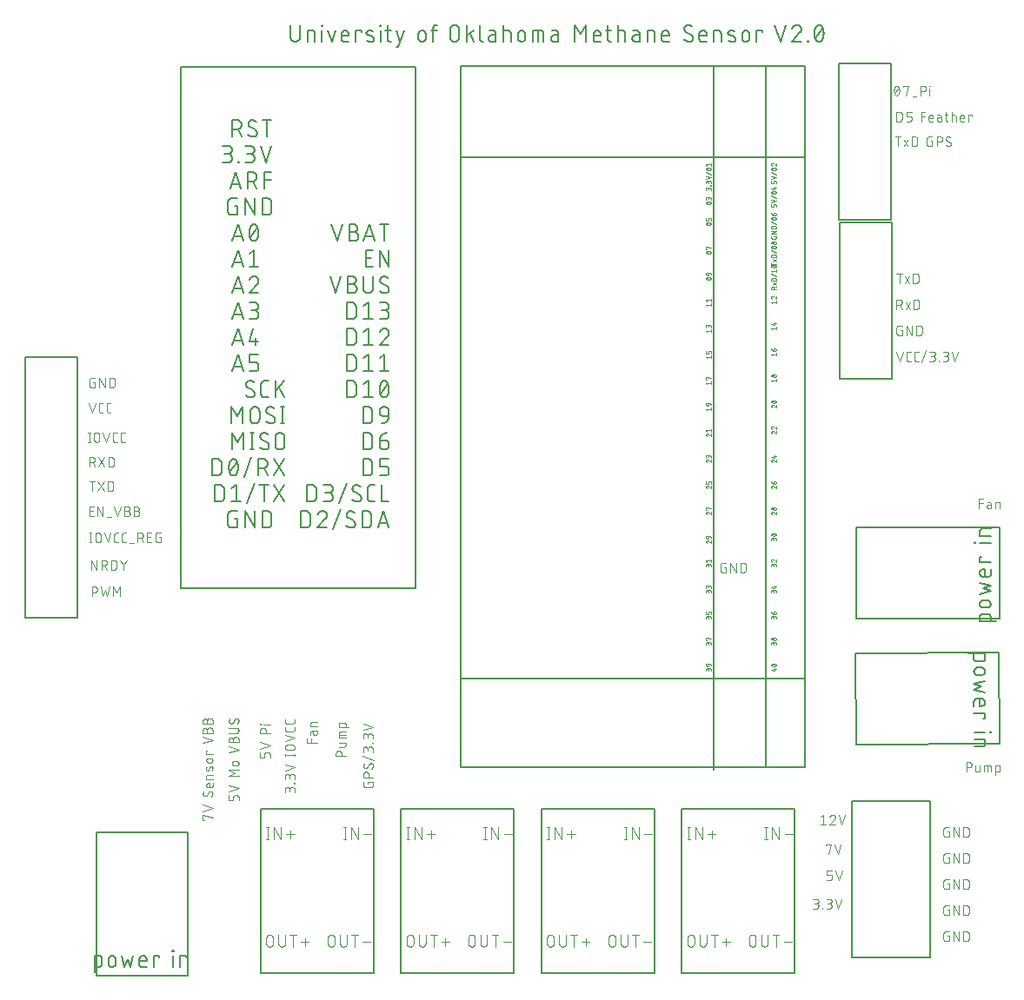
<source format=gbr>
G04 EAGLE Gerber RS-274X export*
G75*
%MOMM*%
%FSLAX34Y34*%
%LPD*%
%INSilkscreen Top*%
%IPPOS*%
%AMOC8*
5,1,8,0,0,1.08239X$1,22.5*%
G01*
%ADD10C,0.076200*%
%ADD11C,0.152400*%
%ADD12C,0.127000*%
%ADD13C,0.050800*%
%ADD14C,0.101600*%


D10*
X78966Y603772D02*
X80532Y603772D01*
X80532Y598551D01*
X77399Y598551D01*
X77310Y598553D01*
X77222Y598559D01*
X77134Y598568D01*
X77046Y598581D01*
X76959Y598598D01*
X76873Y598618D01*
X76788Y598643D01*
X76703Y598670D01*
X76620Y598702D01*
X76539Y598736D01*
X76459Y598775D01*
X76381Y598816D01*
X76304Y598861D01*
X76230Y598909D01*
X76157Y598960D01*
X76087Y599014D01*
X76020Y599072D01*
X75954Y599132D01*
X75892Y599194D01*
X75832Y599260D01*
X75774Y599327D01*
X75720Y599397D01*
X75669Y599470D01*
X75621Y599544D01*
X75576Y599621D01*
X75535Y599699D01*
X75496Y599779D01*
X75462Y599860D01*
X75430Y599943D01*
X75403Y600028D01*
X75378Y600113D01*
X75358Y600199D01*
X75341Y600286D01*
X75328Y600374D01*
X75319Y600462D01*
X75313Y600550D01*
X75311Y600639D01*
X75311Y605861D01*
X75313Y605952D01*
X75319Y606043D01*
X75329Y606134D01*
X75343Y606224D01*
X75360Y606313D01*
X75382Y606401D01*
X75408Y606489D01*
X75437Y606575D01*
X75470Y606660D01*
X75507Y606743D01*
X75547Y606825D01*
X75591Y606905D01*
X75638Y606983D01*
X75689Y607059D01*
X75742Y607132D01*
X75799Y607203D01*
X75860Y607272D01*
X75923Y607337D01*
X75988Y607400D01*
X76057Y607460D01*
X76128Y607518D01*
X76201Y607571D01*
X76277Y607622D01*
X76355Y607669D01*
X76435Y607713D01*
X76517Y607753D01*
X76600Y607790D01*
X76685Y607823D01*
X76771Y607852D01*
X76859Y607878D01*
X76947Y607900D01*
X77036Y607917D01*
X77126Y607931D01*
X77217Y607941D01*
X77308Y607947D01*
X77399Y607949D01*
X80532Y607949D01*
X85065Y607949D02*
X85065Y598551D01*
X90286Y598551D02*
X85065Y607949D01*
X90286Y607949D02*
X90286Y598551D01*
X94818Y598551D02*
X94818Y607949D01*
X97429Y607949D01*
X97529Y607947D01*
X97629Y607941D01*
X97728Y607932D01*
X97828Y607918D01*
X97926Y607901D01*
X98024Y607880D01*
X98121Y607856D01*
X98217Y607827D01*
X98312Y607795D01*
X98405Y607760D01*
X98497Y607721D01*
X98588Y607678D01*
X98676Y607632D01*
X98763Y607582D01*
X98848Y607530D01*
X98931Y607474D01*
X99012Y607415D01*
X99090Y607352D01*
X99166Y607287D01*
X99240Y607219D01*
X99310Y607149D01*
X99378Y607075D01*
X99443Y606999D01*
X99506Y606921D01*
X99565Y606840D01*
X99621Y606757D01*
X99673Y606672D01*
X99723Y606585D01*
X99769Y606497D01*
X99812Y606406D01*
X99851Y606314D01*
X99886Y606221D01*
X99918Y606126D01*
X99947Y606030D01*
X99971Y605933D01*
X99992Y605835D01*
X100009Y605737D01*
X100023Y605637D01*
X100032Y605538D01*
X100038Y605438D01*
X100040Y605338D01*
X100039Y605338D02*
X100039Y601162D01*
X100040Y601162D02*
X100038Y601062D01*
X100032Y600962D01*
X100023Y600863D01*
X100009Y600763D01*
X99992Y600665D01*
X99971Y600567D01*
X99947Y600470D01*
X99918Y600374D01*
X99886Y600279D01*
X99851Y600186D01*
X99812Y600094D01*
X99769Y600003D01*
X99723Y599915D01*
X99673Y599828D01*
X99621Y599743D01*
X99565Y599660D01*
X99506Y599579D01*
X99443Y599501D01*
X99378Y599425D01*
X99310Y599351D01*
X99240Y599281D01*
X99166Y599213D01*
X99090Y599148D01*
X99012Y599085D01*
X98931Y599026D01*
X98848Y598970D01*
X98763Y598918D01*
X98676Y598868D01*
X98588Y598822D01*
X98497Y598779D01*
X98405Y598740D01*
X98312Y598705D01*
X98217Y598673D01*
X98121Y598644D01*
X98024Y598620D01*
X97926Y598599D01*
X97828Y598582D01*
X97728Y598568D01*
X97629Y598559D01*
X97529Y598553D01*
X97429Y598551D01*
X94818Y598551D01*
X74676Y583184D02*
X77809Y573786D01*
X80941Y583184D01*
X86405Y573786D02*
X88493Y573786D01*
X86405Y573786D02*
X86316Y573788D01*
X86228Y573794D01*
X86140Y573803D01*
X86052Y573816D01*
X85965Y573833D01*
X85879Y573853D01*
X85794Y573878D01*
X85709Y573905D01*
X85626Y573937D01*
X85545Y573971D01*
X85465Y574010D01*
X85387Y574051D01*
X85310Y574096D01*
X85236Y574144D01*
X85163Y574195D01*
X85093Y574249D01*
X85026Y574307D01*
X84960Y574367D01*
X84898Y574429D01*
X84838Y574495D01*
X84780Y574562D01*
X84726Y574632D01*
X84675Y574705D01*
X84627Y574779D01*
X84582Y574856D01*
X84541Y574934D01*
X84502Y575014D01*
X84468Y575095D01*
X84436Y575178D01*
X84409Y575263D01*
X84384Y575348D01*
X84364Y575434D01*
X84347Y575521D01*
X84334Y575609D01*
X84325Y575697D01*
X84319Y575785D01*
X84317Y575874D01*
X84316Y575874D02*
X84316Y581096D01*
X84317Y581096D02*
X84319Y581187D01*
X84325Y581278D01*
X84335Y581369D01*
X84349Y581459D01*
X84366Y581548D01*
X84388Y581636D01*
X84414Y581724D01*
X84443Y581810D01*
X84476Y581895D01*
X84513Y581978D01*
X84553Y582060D01*
X84597Y582140D01*
X84644Y582218D01*
X84695Y582294D01*
X84748Y582367D01*
X84805Y582438D01*
X84866Y582507D01*
X84929Y582572D01*
X84994Y582635D01*
X85063Y582695D01*
X85134Y582753D01*
X85207Y582806D01*
X85283Y582857D01*
X85361Y582904D01*
X85441Y582948D01*
X85523Y582988D01*
X85606Y583025D01*
X85691Y583058D01*
X85777Y583087D01*
X85865Y583113D01*
X85953Y583135D01*
X86042Y583152D01*
X86132Y583166D01*
X86223Y583176D01*
X86314Y583182D01*
X86405Y583184D01*
X88493Y583184D01*
X94025Y573786D02*
X96113Y573786D01*
X94025Y573786D02*
X93936Y573788D01*
X93848Y573794D01*
X93760Y573803D01*
X93672Y573816D01*
X93585Y573833D01*
X93499Y573853D01*
X93414Y573878D01*
X93329Y573905D01*
X93246Y573937D01*
X93165Y573971D01*
X93085Y574010D01*
X93007Y574051D01*
X92930Y574096D01*
X92856Y574144D01*
X92783Y574195D01*
X92713Y574249D01*
X92646Y574307D01*
X92580Y574367D01*
X92518Y574429D01*
X92458Y574495D01*
X92400Y574562D01*
X92346Y574632D01*
X92295Y574705D01*
X92247Y574779D01*
X92202Y574856D01*
X92161Y574934D01*
X92122Y575014D01*
X92088Y575095D01*
X92056Y575178D01*
X92029Y575263D01*
X92004Y575348D01*
X91984Y575434D01*
X91967Y575521D01*
X91954Y575609D01*
X91945Y575697D01*
X91939Y575785D01*
X91937Y575874D01*
X91936Y575874D02*
X91936Y581096D01*
X91937Y581096D02*
X91939Y581187D01*
X91945Y581278D01*
X91955Y581369D01*
X91969Y581459D01*
X91986Y581548D01*
X92008Y581636D01*
X92034Y581724D01*
X92063Y581810D01*
X92096Y581895D01*
X92133Y581978D01*
X92173Y582060D01*
X92217Y582140D01*
X92264Y582218D01*
X92315Y582294D01*
X92368Y582367D01*
X92425Y582438D01*
X92486Y582507D01*
X92549Y582572D01*
X92614Y582635D01*
X92683Y582695D01*
X92754Y582753D01*
X92827Y582806D01*
X92903Y582857D01*
X92981Y582904D01*
X93061Y582948D01*
X93143Y582988D01*
X93226Y583025D01*
X93311Y583058D01*
X93397Y583087D01*
X93485Y583113D01*
X93573Y583135D01*
X93662Y583152D01*
X93752Y583166D01*
X93843Y583176D01*
X93934Y583182D01*
X94025Y583184D01*
X96113Y583184D01*
X75085Y554609D02*
X75085Y545211D01*
X74041Y545211D02*
X76129Y545211D01*
X76129Y554609D02*
X74041Y554609D01*
X79790Y551998D02*
X79790Y547822D01*
X79789Y551998D02*
X79791Y552099D01*
X79797Y552200D01*
X79807Y552301D01*
X79820Y552401D01*
X79838Y552501D01*
X79859Y552600D01*
X79885Y552698D01*
X79914Y552795D01*
X79946Y552891D01*
X79983Y552985D01*
X80023Y553078D01*
X80067Y553170D01*
X80114Y553259D01*
X80165Y553347D01*
X80219Y553433D01*
X80276Y553516D01*
X80336Y553598D01*
X80400Y553676D01*
X80466Y553753D01*
X80536Y553826D01*
X80608Y553897D01*
X80683Y553965D01*
X80761Y554030D01*
X80841Y554092D01*
X80923Y554151D01*
X81008Y554207D01*
X81095Y554259D01*
X81183Y554308D01*
X81274Y554354D01*
X81366Y554395D01*
X81460Y554434D01*
X81555Y554468D01*
X81651Y554499D01*
X81749Y554526D01*
X81847Y554550D01*
X81947Y554569D01*
X82047Y554585D01*
X82147Y554597D01*
X82248Y554605D01*
X82349Y554609D01*
X82451Y554609D01*
X82552Y554605D01*
X82653Y554597D01*
X82753Y554585D01*
X82853Y554569D01*
X82953Y554550D01*
X83051Y554526D01*
X83149Y554499D01*
X83245Y554468D01*
X83340Y554434D01*
X83434Y554395D01*
X83526Y554354D01*
X83617Y554308D01*
X83706Y554259D01*
X83792Y554207D01*
X83877Y554151D01*
X83959Y554092D01*
X84039Y554030D01*
X84117Y553965D01*
X84192Y553897D01*
X84264Y553826D01*
X84334Y553753D01*
X84400Y553676D01*
X84464Y553598D01*
X84524Y553516D01*
X84581Y553433D01*
X84635Y553347D01*
X84686Y553259D01*
X84733Y553170D01*
X84777Y553078D01*
X84817Y552985D01*
X84854Y552891D01*
X84886Y552795D01*
X84915Y552698D01*
X84941Y552600D01*
X84962Y552501D01*
X84980Y552401D01*
X84993Y552301D01*
X85003Y552200D01*
X85009Y552099D01*
X85011Y551998D01*
X85011Y547822D01*
X85009Y547721D01*
X85003Y547620D01*
X84993Y547519D01*
X84980Y547419D01*
X84962Y547319D01*
X84941Y547220D01*
X84915Y547122D01*
X84886Y547025D01*
X84854Y546929D01*
X84817Y546835D01*
X84777Y546742D01*
X84733Y546650D01*
X84686Y546561D01*
X84635Y546473D01*
X84581Y546387D01*
X84524Y546304D01*
X84464Y546222D01*
X84400Y546144D01*
X84334Y546067D01*
X84264Y545994D01*
X84192Y545923D01*
X84117Y545855D01*
X84039Y545790D01*
X83959Y545728D01*
X83877Y545669D01*
X83792Y545613D01*
X83705Y545561D01*
X83617Y545512D01*
X83526Y545466D01*
X83434Y545425D01*
X83340Y545386D01*
X83245Y545352D01*
X83149Y545321D01*
X83051Y545294D01*
X82953Y545270D01*
X82853Y545251D01*
X82753Y545235D01*
X82653Y545223D01*
X82552Y545215D01*
X82451Y545211D01*
X82349Y545211D01*
X82248Y545215D01*
X82147Y545223D01*
X82047Y545235D01*
X81947Y545251D01*
X81847Y545270D01*
X81749Y545294D01*
X81651Y545321D01*
X81555Y545352D01*
X81460Y545386D01*
X81366Y545425D01*
X81274Y545466D01*
X81183Y545512D01*
X81095Y545561D01*
X81008Y545613D01*
X80923Y545669D01*
X80841Y545728D01*
X80761Y545790D01*
X80683Y545855D01*
X80608Y545923D01*
X80536Y545994D01*
X80466Y546067D01*
X80400Y546144D01*
X80336Y546222D01*
X80276Y546304D01*
X80219Y546387D01*
X80165Y546473D01*
X80114Y546561D01*
X80067Y546650D01*
X80023Y546742D01*
X79983Y546835D01*
X79946Y546929D01*
X79914Y547025D01*
X79885Y547122D01*
X79859Y547220D01*
X79838Y547319D01*
X79820Y547419D01*
X79807Y547519D01*
X79797Y547620D01*
X79791Y547721D01*
X79789Y547822D01*
X88412Y554609D02*
X91544Y545211D01*
X94677Y554609D01*
X100140Y545211D02*
X102229Y545211D01*
X100140Y545211D02*
X100051Y545213D01*
X99963Y545219D01*
X99875Y545228D01*
X99787Y545241D01*
X99700Y545258D01*
X99614Y545278D01*
X99529Y545303D01*
X99444Y545330D01*
X99361Y545362D01*
X99280Y545396D01*
X99200Y545435D01*
X99122Y545476D01*
X99045Y545521D01*
X98971Y545569D01*
X98898Y545620D01*
X98828Y545674D01*
X98761Y545732D01*
X98695Y545792D01*
X98633Y545854D01*
X98573Y545920D01*
X98515Y545987D01*
X98461Y546057D01*
X98410Y546130D01*
X98362Y546204D01*
X98317Y546281D01*
X98276Y546359D01*
X98237Y546439D01*
X98203Y546520D01*
X98171Y546603D01*
X98144Y546688D01*
X98119Y546773D01*
X98099Y546859D01*
X98082Y546946D01*
X98069Y547034D01*
X98060Y547122D01*
X98054Y547210D01*
X98052Y547299D01*
X98052Y552521D01*
X98054Y552612D01*
X98060Y552703D01*
X98070Y552794D01*
X98084Y552884D01*
X98101Y552973D01*
X98123Y553061D01*
X98149Y553149D01*
X98178Y553235D01*
X98211Y553320D01*
X98248Y553403D01*
X98288Y553485D01*
X98332Y553565D01*
X98379Y553643D01*
X98430Y553719D01*
X98483Y553792D01*
X98540Y553863D01*
X98601Y553932D01*
X98664Y553997D01*
X98729Y554060D01*
X98798Y554120D01*
X98869Y554178D01*
X98942Y554231D01*
X99018Y554282D01*
X99096Y554329D01*
X99176Y554373D01*
X99258Y554413D01*
X99341Y554450D01*
X99426Y554483D01*
X99512Y554512D01*
X99600Y554538D01*
X99688Y554560D01*
X99777Y554577D01*
X99867Y554591D01*
X99958Y554601D01*
X100049Y554607D01*
X100140Y554609D01*
X102229Y554609D01*
X107760Y545211D02*
X109849Y545211D01*
X107760Y545211D02*
X107671Y545213D01*
X107583Y545219D01*
X107495Y545228D01*
X107407Y545241D01*
X107320Y545258D01*
X107234Y545278D01*
X107149Y545303D01*
X107064Y545330D01*
X106981Y545362D01*
X106900Y545396D01*
X106820Y545435D01*
X106742Y545476D01*
X106665Y545521D01*
X106591Y545569D01*
X106518Y545620D01*
X106448Y545674D01*
X106381Y545732D01*
X106315Y545792D01*
X106253Y545854D01*
X106193Y545920D01*
X106135Y545987D01*
X106081Y546057D01*
X106030Y546130D01*
X105982Y546204D01*
X105937Y546281D01*
X105896Y546359D01*
X105857Y546439D01*
X105823Y546520D01*
X105791Y546603D01*
X105764Y546688D01*
X105739Y546773D01*
X105719Y546859D01*
X105702Y546946D01*
X105689Y547034D01*
X105680Y547122D01*
X105674Y547210D01*
X105672Y547299D01*
X105672Y552521D01*
X105674Y552612D01*
X105680Y552703D01*
X105690Y552794D01*
X105704Y552884D01*
X105721Y552973D01*
X105743Y553061D01*
X105769Y553149D01*
X105798Y553235D01*
X105831Y553320D01*
X105868Y553403D01*
X105908Y553485D01*
X105952Y553565D01*
X105999Y553643D01*
X106050Y553719D01*
X106103Y553792D01*
X106160Y553863D01*
X106221Y553932D01*
X106284Y553997D01*
X106349Y554060D01*
X106418Y554120D01*
X106489Y554178D01*
X106562Y554231D01*
X106638Y554282D01*
X106716Y554329D01*
X106796Y554373D01*
X106878Y554413D01*
X106961Y554450D01*
X107046Y554483D01*
X107132Y554512D01*
X107220Y554538D01*
X107308Y554560D01*
X107397Y554577D01*
X107487Y554591D01*
X107578Y554601D01*
X107669Y554607D01*
X107760Y554609D01*
X109849Y554609D01*
X75311Y530479D02*
X75311Y521081D01*
X75311Y530479D02*
X77922Y530479D01*
X78023Y530477D01*
X78124Y530471D01*
X78225Y530461D01*
X78325Y530448D01*
X78425Y530430D01*
X78524Y530409D01*
X78622Y530383D01*
X78719Y530354D01*
X78815Y530322D01*
X78909Y530285D01*
X79002Y530245D01*
X79094Y530201D01*
X79183Y530154D01*
X79271Y530103D01*
X79357Y530049D01*
X79440Y529992D01*
X79522Y529932D01*
X79600Y529868D01*
X79677Y529802D01*
X79750Y529732D01*
X79821Y529660D01*
X79889Y529585D01*
X79954Y529507D01*
X80016Y529427D01*
X80075Y529345D01*
X80131Y529260D01*
X80183Y529174D01*
X80232Y529085D01*
X80278Y528994D01*
X80319Y528902D01*
X80358Y528808D01*
X80392Y528713D01*
X80423Y528617D01*
X80450Y528519D01*
X80474Y528421D01*
X80493Y528321D01*
X80509Y528221D01*
X80521Y528121D01*
X80529Y528020D01*
X80533Y527919D01*
X80533Y527817D01*
X80529Y527716D01*
X80521Y527615D01*
X80509Y527515D01*
X80493Y527415D01*
X80474Y527315D01*
X80450Y527217D01*
X80423Y527119D01*
X80392Y527023D01*
X80358Y526928D01*
X80319Y526834D01*
X80278Y526742D01*
X80232Y526651D01*
X80183Y526563D01*
X80131Y526476D01*
X80075Y526391D01*
X80016Y526309D01*
X79954Y526229D01*
X79889Y526151D01*
X79821Y526076D01*
X79750Y526004D01*
X79677Y525934D01*
X79600Y525868D01*
X79522Y525804D01*
X79440Y525744D01*
X79357Y525687D01*
X79271Y525633D01*
X79183Y525582D01*
X79094Y525535D01*
X79002Y525491D01*
X78909Y525451D01*
X78815Y525414D01*
X78719Y525382D01*
X78622Y525353D01*
X78524Y525327D01*
X78425Y525306D01*
X78325Y525288D01*
X78225Y525275D01*
X78124Y525265D01*
X78023Y525259D01*
X77922Y525257D01*
X77922Y525258D02*
X75311Y525258D01*
X78444Y525258D02*
X80532Y521081D01*
X83876Y521081D02*
X90141Y530479D01*
X83876Y530479D02*
X90141Y521081D01*
X93847Y521081D02*
X93847Y530479D01*
X96457Y530479D01*
X96557Y530477D01*
X96657Y530471D01*
X96756Y530462D01*
X96856Y530448D01*
X96954Y530431D01*
X97052Y530410D01*
X97149Y530386D01*
X97245Y530357D01*
X97340Y530325D01*
X97433Y530290D01*
X97525Y530251D01*
X97616Y530208D01*
X97704Y530162D01*
X97791Y530112D01*
X97876Y530060D01*
X97959Y530004D01*
X98040Y529945D01*
X98118Y529882D01*
X98194Y529817D01*
X98268Y529749D01*
X98338Y529679D01*
X98406Y529605D01*
X98471Y529529D01*
X98534Y529451D01*
X98593Y529370D01*
X98649Y529287D01*
X98701Y529202D01*
X98751Y529115D01*
X98797Y529027D01*
X98840Y528936D01*
X98879Y528844D01*
X98914Y528751D01*
X98946Y528656D01*
X98975Y528560D01*
X98999Y528463D01*
X99020Y528365D01*
X99037Y528267D01*
X99051Y528167D01*
X99060Y528068D01*
X99066Y527968D01*
X99068Y527868D01*
X99068Y523692D01*
X99066Y523592D01*
X99060Y523492D01*
X99051Y523393D01*
X99037Y523293D01*
X99020Y523195D01*
X98999Y523097D01*
X98975Y523000D01*
X98946Y522904D01*
X98914Y522809D01*
X98879Y522716D01*
X98840Y522624D01*
X98797Y522533D01*
X98751Y522445D01*
X98701Y522358D01*
X98649Y522273D01*
X98593Y522190D01*
X98534Y522109D01*
X98471Y522031D01*
X98406Y521955D01*
X98338Y521881D01*
X98268Y521811D01*
X98194Y521743D01*
X98118Y521678D01*
X98040Y521615D01*
X97959Y521556D01*
X97876Y521500D01*
X97791Y521448D01*
X97704Y521398D01*
X97616Y521352D01*
X97525Y521309D01*
X97433Y521270D01*
X97340Y521235D01*
X97245Y521203D01*
X97149Y521174D01*
X97052Y521150D01*
X96954Y521129D01*
X96856Y521112D01*
X96756Y521098D01*
X96657Y521089D01*
X96557Y521083D01*
X96457Y521081D01*
X93847Y521081D01*
X77922Y506984D02*
X77922Y497586D01*
X75311Y506984D02*
X80532Y506984D01*
X89589Y506984D02*
X83323Y497586D01*
X89589Y497586D02*
X83323Y506984D01*
X93294Y506984D02*
X93294Y497586D01*
X93294Y506984D02*
X95905Y506984D01*
X96005Y506982D01*
X96105Y506976D01*
X96204Y506967D01*
X96304Y506953D01*
X96402Y506936D01*
X96500Y506915D01*
X96597Y506891D01*
X96693Y506862D01*
X96788Y506830D01*
X96881Y506795D01*
X96973Y506756D01*
X97064Y506713D01*
X97152Y506667D01*
X97239Y506617D01*
X97324Y506565D01*
X97407Y506509D01*
X97488Y506450D01*
X97566Y506387D01*
X97642Y506322D01*
X97716Y506254D01*
X97786Y506184D01*
X97854Y506110D01*
X97919Y506034D01*
X97982Y505956D01*
X98041Y505875D01*
X98097Y505792D01*
X98149Y505707D01*
X98199Y505620D01*
X98245Y505532D01*
X98288Y505441D01*
X98327Y505349D01*
X98362Y505256D01*
X98394Y505161D01*
X98423Y505065D01*
X98447Y504968D01*
X98468Y504870D01*
X98485Y504772D01*
X98499Y504672D01*
X98508Y504573D01*
X98514Y504473D01*
X98516Y504373D01*
X98515Y504373D02*
X98515Y500197D01*
X98516Y500197D02*
X98514Y500097D01*
X98508Y499997D01*
X98499Y499898D01*
X98485Y499798D01*
X98468Y499700D01*
X98447Y499602D01*
X98423Y499505D01*
X98394Y499409D01*
X98362Y499314D01*
X98327Y499221D01*
X98288Y499129D01*
X98245Y499038D01*
X98199Y498950D01*
X98149Y498863D01*
X98097Y498778D01*
X98041Y498695D01*
X97982Y498614D01*
X97919Y498536D01*
X97854Y498460D01*
X97786Y498386D01*
X97716Y498316D01*
X97642Y498248D01*
X97566Y498183D01*
X97488Y498120D01*
X97407Y498061D01*
X97324Y498005D01*
X97239Y497953D01*
X97152Y497903D01*
X97064Y497857D01*
X96973Y497814D01*
X96881Y497775D01*
X96788Y497740D01*
X96693Y497708D01*
X96597Y497679D01*
X96500Y497655D01*
X96402Y497634D01*
X96304Y497617D01*
X96204Y497603D01*
X96105Y497594D01*
X96005Y497588D01*
X95905Y497586D01*
X93294Y497586D01*
X910816Y165622D02*
X912382Y165622D01*
X912382Y160401D01*
X909249Y160401D01*
X909160Y160403D01*
X909072Y160409D01*
X908984Y160418D01*
X908896Y160431D01*
X908809Y160448D01*
X908723Y160468D01*
X908638Y160493D01*
X908553Y160520D01*
X908470Y160552D01*
X908389Y160586D01*
X908309Y160625D01*
X908231Y160666D01*
X908154Y160711D01*
X908080Y160759D01*
X908007Y160810D01*
X907937Y160864D01*
X907870Y160922D01*
X907804Y160982D01*
X907742Y161044D01*
X907682Y161110D01*
X907624Y161177D01*
X907570Y161247D01*
X907519Y161320D01*
X907471Y161394D01*
X907426Y161471D01*
X907385Y161549D01*
X907346Y161629D01*
X907312Y161710D01*
X907280Y161793D01*
X907253Y161878D01*
X907228Y161963D01*
X907208Y162049D01*
X907191Y162136D01*
X907178Y162224D01*
X907169Y162312D01*
X907163Y162400D01*
X907161Y162489D01*
X907161Y167711D01*
X907163Y167802D01*
X907169Y167893D01*
X907179Y167984D01*
X907193Y168074D01*
X907210Y168163D01*
X907232Y168251D01*
X907258Y168339D01*
X907287Y168425D01*
X907320Y168510D01*
X907357Y168593D01*
X907397Y168675D01*
X907441Y168755D01*
X907488Y168833D01*
X907539Y168909D01*
X907592Y168982D01*
X907649Y169053D01*
X907710Y169122D01*
X907773Y169187D01*
X907838Y169250D01*
X907907Y169310D01*
X907978Y169368D01*
X908051Y169421D01*
X908127Y169472D01*
X908205Y169519D01*
X908285Y169563D01*
X908367Y169603D01*
X908450Y169640D01*
X908535Y169673D01*
X908621Y169702D01*
X908709Y169728D01*
X908797Y169750D01*
X908886Y169767D01*
X908976Y169781D01*
X909067Y169791D01*
X909158Y169797D01*
X909249Y169799D01*
X912382Y169799D01*
X916915Y169799D02*
X916915Y160401D01*
X922136Y160401D02*
X916915Y169799D01*
X922136Y169799D02*
X922136Y160401D01*
X926668Y160401D02*
X926668Y169799D01*
X929279Y169799D01*
X929379Y169797D01*
X929479Y169791D01*
X929578Y169782D01*
X929678Y169768D01*
X929776Y169751D01*
X929874Y169730D01*
X929971Y169706D01*
X930067Y169677D01*
X930162Y169645D01*
X930255Y169610D01*
X930347Y169571D01*
X930438Y169528D01*
X930526Y169482D01*
X930613Y169432D01*
X930698Y169380D01*
X930781Y169324D01*
X930862Y169265D01*
X930940Y169202D01*
X931016Y169137D01*
X931090Y169069D01*
X931160Y168999D01*
X931228Y168925D01*
X931293Y168849D01*
X931356Y168771D01*
X931415Y168690D01*
X931471Y168607D01*
X931523Y168522D01*
X931573Y168435D01*
X931619Y168347D01*
X931662Y168256D01*
X931701Y168164D01*
X931736Y168071D01*
X931768Y167976D01*
X931797Y167880D01*
X931821Y167783D01*
X931842Y167685D01*
X931859Y167587D01*
X931873Y167487D01*
X931882Y167388D01*
X931888Y167288D01*
X931890Y167188D01*
X931889Y167188D02*
X931889Y163012D01*
X931890Y163012D02*
X931888Y162912D01*
X931882Y162812D01*
X931873Y162713D01*
X931859Y162613D01*
X931842Y162515D01*
X931821Y162417D01*
X931797Y162320D01*
X931768Y162224D01*
X931736Y162129D01*
X931701Y162036D01*
X931662Y161944D01*
X931619Y161853D01*
X931573Y161765D01*
X931523Y161678D01*
X931471Y161593D01*
X931415Y161510D01*
X931356Y161429D01*
X931293Y161351D01*
X931228Y161275D01*
X931160Y161201D01*
X931090Y161131D01*
X931016Y161063D01*
X930940Y160998D01*
X930862Y160935D01*
X930781Y160876D01*
X930698Y160820D01*
X930613Y160768D01*
X930526Y160718D01*
X930438Y160672D01*
X930347Y160629D01*
X930255Y160590D01*
X930162Y160555D01*
X930067Y160523D01*
X929971Y160494D01*
X929874Y160470D01*
X929776Y160449D01*
X929678Y160432D01*
X929578Y160418D01*
X929479Y160409D01*
X929379Y160403D01*
X929279Y160401D01*
X926668Y160401D01*
X912382Y140222D02*
X910816Y140222D01*
X912382Y140222D02*
X912382Y135001D01*
X909249Y135001D01*
X909160Y135003D01*
X909072Y135009D01*
X908984Y135018D01*
X908896Y135031D01*
X908809Y135048D01*
X908723Y135068D01*
X908638Y135093D01*
X908553Y135120D01*
X908470Y135152D01*
X908389Y135186D01*
X908309Y135225D01*
X908231Y135266D01*
X908154Y135311D01*
X908080Y135359D01*
X908007Y135410D01*
X907937Y135464D01*
X907870Y135522D01*
X907804Y135582D01*
X907742Y135644D01*
X907682Y135710D01*
X907624Y135777D01*
X907570Y135847D01*
X907519Y135920D01*
X907471Y135994D01*
X907426Y136071D01*
X907385Y136149D01*
X907346Y136229D01*
X907312Y136310D01*
X907280Y136393D01*
X907253Y136478D01*
X907228Y136563D01*
X907208Y136649D01*
X907191Y136736D01*
X907178Y136824D01*
X907169Y136912D01*
X907163Y137000D01*
X907161Y137089D01*
X907161Y142311D01*
X907163Y142402D01*
X907169Y142493D01*
X907179Y142584D01*
X907193Y142674D01*
X907210Y142763D01*
X907232Y142851D01*
X907258Y142939D01*
X907287Y143025D01*
X907320Y143110D01*
X907357Y143193D01*
X907397Y143275D01*
X907441Y143355D01*
X907488Y143433D01*
X907539Y143509D01*
X907592Y143582D01*
X907649Y143653D01*
X907710Y143722D01*
X907773Y143787D01*
X907838Y143850D01*
X907907Y143910D01*
X907978Y143968D01*
X908051Y144021D01*
X908127Y144072D01*
X908205Y144119D01*
X908285Y144163D01*
X908367Y144203D01*
X908450Y144240D01*
X908535Y144273D01*
X908621Y144302D01*
X908709Y144328D01*
X908797Y144350D01*
X908886Y144367D01*
X908976Y144381D01*
X909067Y144391D01*
X909158Y144397D01*
X909249Y144399D01*
X912382Y144399D01*
X916915Y144399D02*
X916915Y135001D01*
X922136Y135001D02*
X916915Y144399D01*
X922136Y144399D02*
X922136Y135001D01*
X926668Y135001D02*
X926668Y144399D01*
X929279Y144399D01*
X929379Y144397D01*
X929479Y144391D01*
X929578Y144382D01*
X929678Y144368D01*
X929776Y144351D01*
X929874Y144330D01*
X929971Y144306D01*
X930067Y144277D01*
X930162Y144245D01*
X930255Y144210D01*
X930347Y144171D01*
X930438Y144128D01*
X930526Y144082D01*
X930613Y144032D01*
X930698Y143980D01*
X930781Y143924D01*
X930862Y143865D01*
X930940Y143802D01*
X931016Y143737D01*
X931090Y143669D01*
X931160Y143599D01*
X931228Y143525D01*
X931293Y143449D01*
X931356Y143371D01*
X931415Y143290D01*
X931471Y143207D01*
X931523Y143122D01*
X931573Y143035D01*
X931619Y142947D01*
X931662Y142856D01*
X931701Y142764D01*
X931736Y142671D01*
X931768Y142576D01*
X931797Y142480D01*
X931821Y142383D01*
X931842Y142285D01*
X931859Y142187D01*
X931873Y142087D01*
X931882Y141988D01*
X931888Y141888D01*
X931890Y141788D01*
X931889Y141788D02*
X931889Y137612D01*
X931890Y137612D02*
X931888Y137512D01*
X931882Y137412D01*
X931873Y137313D01*
X931859Y137213D01*
X931842Y137115D01*
X931821Y137017D01*
X931797Y136920D01*
X931768Y136824D01*
X931736Y136729D01*
X931701Y136636D01*
X931662Y136544D01*
X931619Y136453D01*
X931573Y136365D01*
X931523Y136278D01*
X931471Y136193D01*
X931415Y136110D01*
X931356Y136029D01*
X931293Y135951D01*
X931228Y135875D01*
X931160Y135801D01*
X931090Y135731D01*
X931016Y135663D01*
X930940Y135598D01*
X930862Y135535D01*
X930781Y135476D01*
X930698Y135420D01*
X930613Y135368D01*
X930526Y135318D01*
X930438Y135272D01*
X930347Y135229D01*
X930255Y135190D01*
X930162Y135155D01*
X930067Y135123D01*
X929971Y135094D01*
X929874Y135070D01*
X929776Y135049D01*
X929678Y135032D01*
X929578Y135018D01*
X929479Y135009D01*
X929379Y135003D01*
X929279Y135001D01*
X926668Y135001D01*
X912382Y114822D02*
X910816Y114822D01*
X912382Y114822D02*
X912382Y109601D01*
X909249Y109601D01*
X909160Y109603D01*
X909072Y109609D01*
X908984Y109618D01*
X908896Y109631D01*
X908809Y109648D01*
X908723Y109668D01*
X908638Y109693D01*
X908553Y109720D01*
X908470Y109752D01*
X908389Y109786D01*
X908309Y109825D01*
X908231Y109866D01*
X908154Y109911D01*
X908080Y109959D01*
X908007Y110010D01*
X907937Y110064D01*
X907870Y110122D01*
X907804Y110182D01*
X907742Y110244D01*
X907682Y110310D01*
X907624Y110377D01*
X907570Y110447D01*
X907519Y110520D01*
X907471Y110594D01*
X907426Y110671D01*
X907385Y110749D01*
X907346Y110829D01*
X907312Y110910D01*
X907280Y110993D01*
X907253Y111078D01*
X907228Y111163D01*
X907208Y111249D01*
X907191Y111336D01*
X907178Y111424D01*
X907169Y111512D01*
X907163Y111600D01*
X907161Y111689D01*
X907161Y116911D01*
X907163Y117002D01*
X907169Y117093D01*
X907179Y117184D01*
X907193Y117274D01*
X907210Y117363D01*
X907232Y117451D01*
X907258Y117539D01*
X907287Y117625D01*
X907320Y117710D01*
X907357Y117793D01*
X907397Y117875D01*
X907441Y117955D01*
X907488Y118033D01*
X907539Y118109D01*
X907592Y118182D01*
X907649Y118253D01*
X907710Y118322D01*
X907773Y118387D01*
X907838Y118450D01*
X907907Y118510D01*
X907978Y118568D01*
X908051Y118621D01*
X908127Y118672D01*
X908205Y118719D01*
X908285Y118763D01*
X908367Y118803D01*
X908450Y118840D01*
X908535Y118873D01*
X908621Y118902D01*
X908709Y118928D01*
X908797Y118950D01*
X908886Y118967D01*
X908976Y118981D01*
X909067Y118991D01*
X909158Y118997D01*
X909249Y118999D01*
X912382Y118999D01*
X916915Y118999D02*
X916915Y109601D01*
X922136Y109601D02*
X916915Y118999D01*
X922136Y118999D02*
X922136Y109601D01*
X926668Y109601D02*
X926668Y118999D01*
X929279Y118999D01*
X929379Y118997D01*
X929479Y118991D01*
X929578Y118982D01*
X929678Y118968D01*
X929776Y118951D01*
X929874Y118930D01*
X929971Y118906D01*
X930067Y118877D01*
X930162Y118845D01*
X930255Y118810D01*
X930347Y118771D01*
X930438Y118728D01*
X930526Y118682D01*
X930613Y118632D01*
X930698Y118580D01*
X930781Y118524D01*
X930862Y118465D01*
X930940Y118402D01*
X931016Y118337D01*
X931090Y118269D01*
X931160Y118199D01*
X931228Y118125D01*
X931293Y118049D01*
X931356Y117971D01*
X931415Y117890D01*
X931471Y117807D01*
X931523Y117722D01*
X931573Y117635D01*
X931619Y117547D01*
X931662Y117456D01*
X931701Y117364D01*
X931736Y117271D01*
X931768Y117176D01*
X931797Y117080D01*
X931821Y116983D01*
X931842Y116885D01*
X931859Y116787D01*
X931873Y116687D01*
X931882Y116588D01*
X931888Y116488D01*
X931890Y116388D01*
X931889Y116388D02*
X931889Y112212D01*
X931890Y112212D02*
X931888Y112112D01*
X931882Y112012D01*
X931873Y111913D01*
X931859Y111813D01*
X931842Y111715D01*
X931821Y111617D01*
X931797Y111520D01*
X931768Y111424D01*
X931736Y111329D01*
X931701Y111236D01*
X931662Y111144D01*
X931619Y111053D01*
X931573Y110965D01*
X931523Y110878D01*
X931471Y110793D01*
X931415Y110710D01*
X931356Y110629D01*
X931293Y110551D01*
X931228Y110475D01*
X931160Y110401D01*
X931090Y110331D01*
X931016Y110263D01*
X930940Y110198D01*
X930862Y110135D01*
X930781Y110076D01*
X930698Y110020D01*
X930613Y109968D01*
X930526Y109918D01*
X930438Y109872D01*
X930347Y109829D01*
X930255Y109790D01*
X930162Y109755D01*
X930067Y109723D01*
X929971Y109694D01*
X929874Y109670D01*
X929776Y109649D01*
X929678Y109632D01*
X929578Y109618D01*
X929479Y109609D01*
X929379Y109603D01*
X929279Y109601D01*
X926668Y109601D01*
X912382Y89422D02*
X910816Y89422D01*
X912382Y89422D02*
X912382Y84201D01*
X909249Y84201D01*
X909160Y84203D01*
X909072Y84209D01*
X908984Y84218D01*
X908896Y84231D01*
X908809Y84248D01*
X908723Y84268D01*
X908638Y84293D01*
X908553Y84320D01*
X908470Y84352D01*
X908389Y84386D01*
X908309Y84425D01*
X908231Y84466D01*
X908154Y84511D01*
X908080Y84559D01*
X908007Y84610D01*
X907937Y84664D01*
X907870Y84722D01*
X907804Y84782D01*
X907742Y84844D01*
X907682Y84910D01*
X907624Y84977D01*
X907570Y85047D01*
X907519Y85120D01*
X907471Y85194D01*
X907426Y85271D01*
X907385Y85349D01*
X907346Y85429D01*
X907312Y85510D01*
X907280Y85593D01*
X907253Y85678D01*
X907228Y85763D01*
X907208Y85849D01*
X907191Y85936D01*
X907178Y86024D01*
X907169Y86112D01*
X907163Y86200D01*
X907161Y86289D01*
X907161Y91511D01*
X907163Y91602D01*
X907169Y91693D01*
X907179Y91784D01*
X907193Y91874D01*
X907210Y91963D01*
X907232Y92051D01*
X907258Y92139D01*
X907287Y92225D01*
X907320Y92310D01*
X907357Y92393D01*
X907397Y92475D01*
X907441Y92555D01*
X907488Y92633D01*
X907539Y92709D01*
X907592Y92782D01*
X907649Y92853D01*
X907710Y92922D01*
X907773Y92987D01*
X907838Y93050D01*
X907907Y93110D01*
X907978Y93168D01*
X908051Y93221D01*
X908127Y93272D01*
X908205Y93319D01*
X908285Y93363D01*
X908367Y93403D01*
X908450Y93440D01*
X908535Y93473D01*
X908621Y93502D01*
X908709Y93528D01*
X908797Y93550D01*
X908886Y93567D01*
X908976Y93581D01*
X909067Y93591D01*
X909158Y93597D01*
X909249Y93599D01*
X912382Y93599D01*
X916915Y93599D02*
X916915Y84201D01*
X922136Y84201D02*
X916915Y93599D01*
X922136Y93599D02*
X922136Y84201D01*
X926668Y84201D02*
X926668Y93599D01*
X929279Y93599D01*
X929379Y93597D01*
X929479Y93591D01*
X929578Y93582D01*
X929678Y93568D01*
X929776Y93551D01*
X929874Y93530D01*
X929971Y93506D01*
X930067Y93477D01*
X930162Y93445D01*
X930255Y93410D01*
X930347Y93371D01*
X930438Y93328D01*
X930526Y93282D01*
X930613Y93232D01*
X930698Y93180D01*
X930781Y93124D01*
X930862Y93065D01*
X930940Y93002D01*
X931016Y92937D01*
X931090Y92869D01*
X931160Y92799D01*
X931228Y92725D01*
X931293Y92649D01*
X931356Y92571D01*
X931415Y92490D01*
X931471Y92407D01*
X931523Y92322D01*
X931573Y92235D01*
X931619Y92147D01*
X931662Y92056D01*
X931701Y91964D01*
X931736Y91871D01*
X931768Y91776D01*
X931797Y91680D01*
X931821Y91583D01*
X931842Y91485D01*
X931859Y91387D01*
X931873Y91287D01*
X931882Y91188D01*
X931888Y91088D01*
X931890Y90988D01*
X931889Y90988D02*
X931889Y86812D01*
X931890Y86812D02*
X931888Y86712D01*
X931882Y86612D01*
X931873Y86513D01*
X931859Y86413D01*
X931842Y86315D01*
X931821Y86217D01*
X931797Y86120D01*
X931768Y86024D01*
X931736Y85929D01*
X931701Y85836D01*
X931662Y85744D01*
X931619Y85653D01*
X931573Y85565D01*
X931523Y85478D01*
X931471Y85393D01*
X931415Y85310D01*
X931356Y85229D01*
X931293Y85151D01*
X931228Y85075D01*
X931160Y85001D01*
X931090Y84931D01*
X931016Y84863D01*
X930940Y84798D01*
X930862Y84735D01*
X930781Y84676D01*
X930698Y84620D01*
X930613Y84568D01*
X930526Y84518D01*
X930438Y84472D01*
X930347Y84429D01*
X930255Y84390D01*
X930162Y84355D01*
X930067Y84323D01*
X929971Y84294D01*
X929874Y84270D01*
X929776Y84249D01*
X929678Y84232D01*
X929578Y84218D01*
X929479Y84209D01*
X929379Y84203D01*
X929279Y84201D01*
X926668Y84201D01*
X912382Y64022D02*
X910816Y64022D01*
X912382Y64022D02*
X912382Y58801D01*
X909249Y58801D01*
X909160Y58803D01*
X909072Y58809D01*
X908984Y58818D01*
X908896Y58831D01*
X908809Y58848D01*
X908723Y58868D01*
X908638Y58893D01*
X908553Y58920D01*
X908470Y58952D01*
X908389Y58986D01*
X908309Y59025D01*
X908231Y59066D01*
X908154Y59111D01*
X908080Y59159D01*
X908007Y59210D01*
X907937Y59264D01*
X907870Y59322D01*
X907804Y59382D01*
X907742Y59444D01*
X907682Y59510D01*
X907624Y59577D01*
X907570Y59647D01*
X907519Y59720D01*
X907471Y59794D01*
X907426Y59871D01*
X907385Y59949D01*
X907346Y60029D01*
X907312Y60110D01*
X907280Y60193D01*
X907253Y60278D01*
X907228Y60363D01*
X907208Y60449D01*
X907191Y60536D01*
X907178Y60624D01*
X907169Y60712D01*
X907163Y60800D01*
X907161Y60889D01*
X907161Y66111D01*
X907163Y66202D01*
X907169Y66293D01*
X907179Y66384D01*
X907193Y66474D01*
X907210Y66563D01*
X907232Y66651D01*
X907258Y66739D01*
X907287Y66825D01*
X907320Y66910D01*
X907357Y66993D01*
X907397Y67075D01*
X907441Y67155D01*
X907488Y67233D01*
X907539Y67309D01*
X907592Y67382D01*
X907649Y67453D01*
X907710Y67522D01*
X907773Y67587D01*
X907838Y67650D01*
X907907Y67710D01*
X907978Y67768D01*
X908051Y67821D01*
X908127Y67872D01*
X908205Y67919D01*
X908285Y67963D01*
X908367Y68003D01*
X908450Y68040D01*
X908535Y68073D01*
X908621Y68102D01*
X908709Y68128D01*
X908797Y68150D01*
X908886Y68167D01*
X908976Y68181D01*
X909067Y68191D01*
X909158Y68197D01*
X909249Y68199D01*
X912382Y68199D01*
X916915Y68199D02*
X916915Y58801D01*
X922136Y58801D02*
X916915Y68199D01*
X922136Y68199D02*
X922136Y58801D01*
X926668Y58801D02*
X926668Y68199D01*
X929279Y68199D01*
X929379Y68197D01*
X929479Y68191D01*
X929578Y68182D01*
X929678Y68168D01*
X929776Y68151D01*
X929874Y68130D01*
X929971Y68106D01*
X930067Y68077D01*
X930162Y68045D01*
X930255Y68010D01*
X930347Y67971D01*
X930438Y67928D01*
X930526Y67882D01*
X930613Y67832D01*
X930698Y67780D01*
X930781Y67724D01*
X930862Y67665D01*
X930940Y67602D01*
X931016Y67537D01*
X931090Y67469D01*
X931160Y67399D01*
X931228Y67325D01*
X931293Y67249D01*
X931356Y67171D01*
X931415Y67090D01*
X931471Y67007D01*
X931523Y66922D01*
X931573Y66835D01*
X931619Y66747D01*
X931662Y66656D01*
X931701Y66564D01*
X931736Y66471D01*
X931768Y66376D01*
X931797Y66280D01*
X931821Y66183D01*
X931842Y66085D01*
X931859Y65987D01*
X931873Y65887D01*
X931882Y65788D01*
X931888Y65688D01*
X931890Y65588D01*
X931889Y65588D02*
X931889Y61412D01*
X931890Y61412D02*
X931888Y61312D01*
X931882Y61212D01*
X931873Y61113D01*
X931859Y61013D01*
X931842Y60915D01*
X931821Y60817D01*
X931797Y60720D01*
X931768Y60624D01*
X931736Y60529D01*
X931701Y60436D01*
X931662Y60344D01*
X931619Y60253D01*
X931573Y60165D01*
X931523Y60078D01*
X931471Y59993D01*
X931415Y59910D01*
X931356Y59829D01*
X931293Y59751D01*
X931228Y59675D01*
X931160Y59601D01*
X931090Y59531D01*
X931016Y59463D01*
X930940Y59398D01*
X930862Y59335D01*
X930781Y59276D01*
X930698Y59220D01*
X930613Y59168D01*
X930526Y59118D01*
X930438Y59072D01*
X930347Y59029D01*
X930255Y58990D01*
X930162Y58955D01*
X930067Y58923D01*
X929971Y58894D01*
X929874Y58870D01*
X929776Y58849D01*
X929678Y58832D01*
X929578Y58818D01*
X929479Y58809D01*
X929379Y58803D01*
X929279Y58801D01*
X926668Y58801D01*
X789757Y181864D02*
X787146Y179776D01*
X789757Y181864D02*
X789757Y172466D01*
X792367Y172466D02*
X787146Y172466D01*
X799162Y181865D02*
X799257Y181863D01*
X799351Y181857D01*
X799445Y181848D01*
X799539Y181835D01*
X799632Y181818D01*
X799724Y181797D01*
X799816Y181772D01*
X799906Y181744D01*
X799995Y181712D01*
X800083Y181677D01*
X800169Y181638D01*
X800254Y181596D01*
X800337Y181550D01*
X800418Y181501D01*
X800497Y181449D01*
X800574Y181394D01*
X800648Y181335D01*
X800720Y181274D01*
X800790Y181210D01*
X800857Y181143D01*
X800921Y181073D01*
X800982Y181001D01*
X801041Y180927D01*
X801096Y180850D01*
X801148Y180771D01*
X801197Y180690D01*
X801243Y180607D01*
X801285Y180522D01*
X801324Y180436D01*
X801359Y180348D01*
X801391Y180259D01*
X801419Y180169D01*
X801444Y180077D01*
X801465Y179985D01*
X801482Y179892D01*
X801495Y179798D01*
X801504Y179704D01*
X801510Y179610D01*
X801512Y179515D01*
X799162Y181864D02*
X799054Y181862D01*
X798945Y181856D01*
X798837Y181846D01*
X798730Y181833D01*
X798623Y181815D01*
X798516Y181794D01*
X798411Y181769D01*
X798306Y181740D01*
X798203Y181708D01*
X798101Y181671D01*
X798000Y181631D01*
X797901Y181588D01*
X797803Y181541D01*
X797707Y181490D01*
X797613Y181436D01*
X797521Y181379D01*
X797431Y181318D01*
X797343Y181254D01*
X797258Y181188D01*
X797175Y181118D01*
X797095Y181045D01*
X797017Y180969D01*
X796942Y180891D01*
X796870Y180810D01*
X796801Y180726D01*
X796735Y180640D01*
X796672Y180552D01*
X796613Y180461D01*
X796556Y180369D01*
X796503Y180274D01*
X796454Y180178D01*
X796408Y180079D01*
X796365Y179980D01*
X796326Y179878D01*
X796291Y179776D01*
X800728Y177687D02*
X800797Y177756D01*
X800863Y177827D01*
X800927Y177900D01*
X800988Y177976D01*
X801046Y178055D01*
X801100Y178135D01*
X801152Y178218D01*
X801200Y178302D01*
X801246Y178388D01*
X801287Y178476D01*
X801326Y178566D01*
X801361Y178657D01*
X801392Y178749D01*
X801420Y178842D01*
X801444Y178936D01*
X801464Y179031D01*
X801481Y179127D01*
X801494Y179224D01*
X801503Y179321D01*
X801509Y179418D01*
X801511Y179515D01*
X800728Y177687D02*
X796290Y172466D01*
X801511Y172466D01*
X808044Y172466D02*
X804912Y181864D01*
X811177Y181864D02*
X808044Y172466D01*
X792226Y153289D02*
X792226Y152245D01*
X792226Y153289D02*
X797447Y153289D01*
X794837Y143891D01*
X803981Y143891D02*
X800848Y153289D01*
X807113Y153289D02*
X803981Y143891D01*
X796629Y118491D02*
X793496Y118491D01*
X796629Y118491D02*
X796718Y118493D01*
X796806Y118499D01*
X796894Y118508D01*
X796982Y118521D01*
X797069Y118538D01*
X797155Y118558D01*
X797240Y118583D01*
X797325Y118610D01*
X797408Y118642D01*
X797489Y118676D01*
X797569Y118715D01*
X797647Y118756D01*
X797724Y118801D01*
X797798Y118849D01*
X797871Y118900D01*
X797941Y118954D01*
X798008Y119012D01*
X798074Y119072D01*
X798136Y119134D01*
X798196Y119200D01*
X798254Y119267D01*
X798308Y119337D01*
X798359Y119410D01*
X798407Y119484D01*
X798452Y119561D01*
X798493Y119639D01*
X798532Y119719D01*
X798566Y119800D01*
X798598Y119883D01*
X798625Y119968D01*
X798650Y120053D01*
X798670Y120139D01*
X798687Y120226D01*
X798700Y120314D01*
X798709Y120402D01*
X798715Y120490D01*
X798717Y120579D01*
X798717Y121624D01*
X798715Y121713D01*
X798709Y121801D01*
X798700Y121889D01*
X798687Y121977D01*
X798670Y122064D01*
X798650Y122150D01*
X798625Y122235D01*
X798598Y122320D01*
X798566Y122403D01*
X798532Y122484D01*
X798493Y122564D01*
X798452Y122642D01*
X798407Y122719D01*
X798359Y122793D01*
X798308Y122866D01*
X798254Y122936D01*
X798196Y123003D01*
X798136Y123069D01*
X798074Y123131D01*
X798008Y123191D01*
X797941Y123249D01*
X797871Y123303D01*
X797798Y123354D01*
X797724Y123402D01*
X797647Y123447D01*
X797569Y123488D01*
X797489Y123527D01*
X797408Y123561D01*
X797325Y123593D01*
X797240Y123620D01*
X797155Y123645D01*
X797069Y123665D01*
X796982Y123682D01*
X796894Y123695D01*
X796806Y123704D01*
X796718Y123710D01*
X796629Y123712D01*
X793496Y123712D01*
X793496Y127889D01*
X798717Y127889D01*
X802118Y127889D02*
X805251Y118491D01*
X808383Y127889D01*
X782772Y90551D02*
X780161Y90551D01*
X782772Y90551D02*
X782873Y90553D01*
X782974Y90559D01*
X783075Y90569D01*
X783175Y90582D01*
X783275Y90600D01*
X783374Y90621D01*
X783472Y90647D01*
X783569Y90676D01*
X783665Y90708D01*
X783759Y90745D01*
X783852Y90785D01*
X783944Y90829D01*
X784033Y90876D01*
X784121Y90927D01*
X784207Y90981D01*
X784290Y91038D01*
X784372Y91098D01*
X784450Y91162D01*
X784527Y91228D01*
X784600Y91298D01*
X784671Y91370D01*
X784739Y91445D01*
X784804Y91523D01*
X784866Y91603D01*
X784925Y91685D01*
X784981Y91770D01*
X785033Y91856D01*
X785082Y91945D01*
X785128Y92036D01*
X785169Y92128D01*
X785208Y92222D01*
X785242Y92317D01*
X785273Y92413D01*
X785300Y92511D01*
X785324Y92609D01*
X785343Y92709D01*
X785359Y92809D01*
X785371Y92909D01*
X785379Y93010D01*
X785383Y93111D01*
X785383Y93213D01*
X785379Y93314D01*
X785371Y93415D01*
X785359Y93515D01*
X785343Y93615D01*
X785324Y93715D01*
X785300Y93813D01*
X785273Y93911D01*
X785242Y94007D01*
X785208Y94102D01*
X785169Y94196D01*
X785128Y94288D01*
X785082Y94379D01*
X785033Y94467D01*
X784981Y94554D01*
X784925Y94639D01*
X784866Y94721D01*
X784804Y94801D01*
X784739Y94879D01*
X784671Y94954D01*
X784600Y95026D01*
X784527Y95096D01*
X784450Y95162D01*
X784372Y95226D01*
X784290Y95286D01*
X784207Y95343D01*
X784121Y95397D01*
X784033Y95448D01*
X783944Y95495D01*
X783852Y95539D01*
X783759Y95579D01*
X783665Y95616D01*
X783569Y95648D01*
X783472Y95677D01*
X783374Y95703D01*
X783275Y95724D01*
X783175Y95742D01*
X783075Y95755D01*
X782974Y95765D01*
X782873Y95771D01*
X782772Y95773D01*
X783294Y99949D02*
X780161Y99949D01*
X783294Y99949D02*
X783384Y99947D01*
X783473Y99941D01*
X783563Y99932D01*
X783652Y99918D01*
X783740Y99901D01*
X783827Y99880D01*
X783914Y99855D01*
X783999Y99826D01*
X784083Y99794D01*
X784165Y99759D01*
X784246Y99719D01*
X784325Y99677D01*
X784402Y99631D01*
X784477Y99581D01*
X784550Y99529D01*
X784621Y99473D01*
X784689Y99415D01*
X784754Y99353D01*
X784817Y99289D01*
X784877Y99222D01*
X784934Y99153D01*
X784988Y99081D01*
X785039Y99007D01*
X785087Y98931D01*
X785131Y98853D01*
X785172Y98773D01*
X785210Y98691D01*
X785244Y98608D01*
X785274Y98523D01*
X785301Y98437D01*
X785324Y98351D01*
X785343Y98263D01*
X785358Y98174D01*
X785370Y98085D01*
X785378Y97996D01*
X785382Y97906D01*
X785382Y97816D01*
X785378Y97726D01*
X785370Y97637D01*
X785358Y97548D01*
X785343Y97459D01*
X785324Y97371D01*
X785301Y97285D01*
X785274Y97199D01*
X785244Y97114D01*
X785210Y97031D01*
X785172Y96949D01*
X785131Y96869D01*
X785087Y96791D01*
X785039Y96715D01*
X784988Y96641D01*
X784934Y96569D01*
X784877Y96500D01*
X784817Y96433D01*
X784754Y96369D01*
X784689Y96307D01*
X784621Y96249D01*
X784550Y96193D01*
X784477Y96141D01*
X784402Y96091D01*
X784325Y96045D01*
X784246Y96003D01*
X784165Y95963D01*
X784083Y95928D01*
X783999Y95896D01*
X783914Y95867D01*
X783827Y95842D01*
X783740Y95821D01*
X783652Y95804D01*
X783563Y95790D01*
X783473Y95781D01*
X783384Y95775D01*
X783294Y95773D01*
X783294Y95772D02*
X781205Y95772D01*
X788911Y91073D02*
X788911Y90551D01*
X788911Y91073D02*
X789433Y91073D01*
X789433Y90551D01*
X788911Y90551D01*
X792963Y90551D02*
X795573Y90551D01*
X795674Y90553D01*
X795775Y90559D01*
X795876Y90569D01*
X795976Y90582D01*
X796076Y90600D01*
X796175Y90621D01*
X796273Y90647D01*
X796370Y90676D01*
X796466Y90708D01*
X796560Y90745D01*
X796653Y90785D01*
X796745Y90829D01*
X796834Y90876D01*
X796922Y90927D01*
X797008Y90981D01*
X797091Y91038D01*
X797173Y91098D01*
X797251Y91162D01*
X797328Y91228D01*
X797401Y91298D01*
X797472Y91370D01*
X797540Y91445D01*
X797605Y91523D01*
X797667Y91603D01*
X797726Y91685D01*
X797782Y91770D01*
X797834Y91856D01*
X797883Y91945D01*
X797929Y92036D01*
X797970Y92128D01*
X798009Y92222D01*
X798043Y92317D01*
X798074Y92413D01*
X798101Y92511D01*
X798125Y92609D01*
X798144Y92709D01*
X798160Y92809D01*
X798172Y92909D01*
X798180Y93010D01*
X798184Y93111D01*
X798184Y93213D01*
X798180Y93314D01*
X798172Y93415D01*
X798160Y93515D01*
X798144Y93615D01*
X798125Y93715D01*
X798101Y93813D01*
X798074Y93911D01*
X798043Y94007D01*
X798009Y94102D01*
X797970Y94196D01*
X797929Y94288D01*
X797883Y94379D01*
X797834Y94467D01*
X797782Y94554D01*
X797726Y94639D01*
X797667Y94721D01*
X797605Y94801D01*
X797540Y94879D01*
X797472Y94954D01*
X797401Y95026D01*
X797328Y95096D01*
X797251Y95162D01*
X797173Y95226D01*
X797091Y95286D01*
X797008Y95343D01*
X796922Y95397D01*
X796834Y95448D01*
X796745Y95495D01*
X796653Y95539D01*
X796560Y95579D01*
X796466Y95616D01*
X796370Y95648D01*
X796273Y95677D01*
X796175Y95703D01*
X796076Y95724D01*
X795976Y95742D01*
X795876Y95755D01*
X795775Y95765D01*
X795674Y95771D01*
X795573Y95773D01*
X796095Y99949D02*
X792963Y99949D01*
X796095Y99949D02*
X796185Y99947D01*
X796274Y99941D01*
X796364Y99932D01*
X796453Y99918D01*
X796541Y99901D01*
X796628Y99880D01*
X796715Y99855D01*
X796800Y99826D01*
X796884Y99794D01*
X796966Y99759D01*
X797047Y99719D01*
X797126Y99677D01*
X797203Y99631D01*
X797278Y99581D01*
X797351Y99529D01*
X797422Y99473D01*
X797490Y99415D01*
X797555Y99353D01*
X797618Y99289D01*
X797678Y99222D01*
X797735Y99153D01*
X797789Y99081D01*
X797840Y99007D01*
X797888Y98931D01*
X797932Y98853D01*
X797973Y98773D01*
X798011Y98691D01*
X798045Y98608D01*
X798075Y98523D01*
X798102Y98437D01*
X798125Y98351D01*
X798144Y98263D01*
X798159Y98174D01*
X798171Y98085D01*
X798179Y97996D01*
X798183Y97906D01*
X798183Y97816D01*
X798179Y97726D01*
X798171Y97637D01*
X798159Y97548D01*
X798144Y97459D01*
X798125Y97371D01*
X798102Y97285D01*
X798075Y97199D01*
X798045Y97114D01*
X798011Y97031D01*
X797973Y96949D01*
X797932Y96869D01*
X797888Y96791D01*
X797840Y96715D01*
X797789Y96641D01*
X797735Y96569D01*
X797678Y96500D01*
X797618Y96433D01*
X797555Y96369D01*
X797490Y96307D01*
X797422Y96249D01*
X797351Y96193D01*
X797278Y96141D01*
X797203Y96091D01*
X797126Y96045D01*
X797047Y96003D01*
X796966Y95963D01*
X796884Y95928D01*
X796800Y95896D01*
X796715Y95867D01*
X796628Y95842D01*
X796541Y95821D01*
X796453Y95804D01*
X796364Y95790D01*
X796274Y95781D01*
X796185Y95775D01*
X796095Y95773D01*
X796095Y95772D02*
X794007Y95772D01*
X801584Y99949D02*
X804717Y90551D01*
X807850Y99949D01*
X79488Y472821D02*
X75311Y472821D01*
X75311Y482219D01*
X79488Y482219D01*
X78444Y478042D02*
X75311Y478042D01*
X83218Y482219D02*
X83218Y472821D01*
X88439Y472821D02*
X83218Y482219D01*
X88439Y482219D02*
X88439Y472821D01*
X92275Y471777D02*
X96452Y471777D01*
X102593Y472821D02*
X99460Y482219D01*
X105725Y482219D02*
X102593Y472821D01*
X109562Y478042D02*
X112173Y478042D01*
X112173Y478043D02*
X112274Y478041D01*
X112375Y478035D01*
X112476Y478025D01*
X112576Y478012D01*
X112676Y477994D01*
X112775Y477973D01*
X112873Y477947D01*
X112970Y477918D01*
X113066Y477886D01*
X113160Y477849D01*
X113253Y477809D01*
X113345Y477765D01*
X113434Y477718D01*
X113522Y477667D01*
X113608Y477613D01*
X113691Y477556D01*
X113773Y477496D01*
X113851Y477432D01*
X113928Y477366D01*
X114001Y477296D01*
X114072Y477224D01*
X114140Y477149D01*
X114205Y477071D01*
X114267Y476991D01*
X114326Y476909D01*
X114382Y476824D01*
X114434Y476737D01*
X114483Y476649D01*
X114529Y476558D01*
X114570Y476466D01*
X114609Y476372D01*
X114643Y476277D01*
X114674Y476181D01*
X114701Y476083D01*
X114725Y475985D01*
X114744Y475885D01*
X114760Y475785D01*
X114772Y475685D01*
X114780Y475584D01*
X114784Y475483D01*
X114784Y475381D01*
X114780Y475280D01*
X114772Y475179D01*
X114760Y475079D01*
X114744Y474979D01*
X114725Y474879D01*
X114701Y474781D01*
X114674Y474683D01*
X114643Y474587D01*
X114609Y474492D01*
X114570Y474398D01*
X114529Y474306D01*
X114483Y474215D01*
X114434Y474127D01*
X114382Y474040D01*
X114326Y473955D01*
X114267Y473873D01*
X114205Y473793D01*
X114140Y473715D01*
X114072Y473640D01*
X114001Y473568D01*
X113928Y473498D01*
X113851Y473432D01*
X113773Y473368D01*
X113691Y473308D01*
X113608Y473251D01*
X113522Y473197D01*
X113434Y473146D01*
X113345Y473099D01*
X113253Y473055D01*
X113160Y473015D01*
X113066Y472978D01*
X112970Y472946D01*
X112873Y472917D01*
X112775Y472891D01*
X112676Y472870D01*
X112576Y472852D01*
X112476Y472839D01*
X112375Y472829D01*
X112274Y472823D01*
X112173Y472821D01*
X109562Y472821D01*
X109562Y482219D01*
X112173Y482219D01*
X112263Y482217D01*
X112352Y482211D01*
X112442Y482202D01*
X112531Y482188D01*
X112619Y482171D01*
X112706Y482150D01*
X112793Y482125D01*
X112878Y482096D01*
X112962Y482064D01*
X113044Y482029D01*
X113125Y481989D01*
X113204Y481947D01*
X113281Y481901D01*
X113356Y481851D01*
X113429Y481799D01*
X113500Y481743D01*
X113568Y481685D01*
X113633Y481623D01*
X113696Y481559D01*
X113756Y481492D01*
X113813Y481423D01*
X113867Y481351D01*
X113918Y481277D01*
X113966Y481201D01*
X114010Y481123D01*
X114051Y481043D01*
X114089Y480961D01*
X114123Y480878D01*
X114153Y480793D01*
X114180Y480707D01*
X114203Y480621D01*
X114222Y480533D01*
X114237Y480444D01*
X114249Y480355D01*
X114257Y480266D01*
X114261Y480176D01*
X114261Y480086D01*
X114257Y479996D01*
X114249Y479907D01*
X114237Y479818D01*
X114222Y479729D01*
X114203Y479641D01*
X114180Y479555D01*
X114153Y479469D01*
X114123Y479384D01*
X114089Y479301D01*
X114051Y479219D01*
X114010Y479139D01*
X113966Y479061D01*
X113918Y478985D01*
X113867Y478911D01*
X113813Y478839D01*
X113756Y478770D01*
X113696Y478703D01*
X113633Y478639D01*
X113568Y478577D01*
X113500Y478519D01*
X113429Y478463D01*
X113356Y478411D01*
X113281Y478361D01*
X113204Y478315D01*
X113125Y478273D01*
X113044Y478233D01*
X112962Y478198D01*
X112878Y478166D01*
X112793Y478137D01*
X112706Y478112D01*
X112619Y478091D01*
X112531Y478074D01*
X112442Y478060D01*
X112352Y478051D01*
X112263Y478045D01*
X112173Y478043D01*
X118706Y478042D02*
X121317Y478042D01*
X121317Y478043D02*
X121418Y478041D01*
X121519Y478035D01*
X121620Y478025D01*
X121720Y478012D01*
X121820Y477994D01*
X121919Y477973D01*
X122017Y477947D01*
X122114Y477918D01*
X122210Y477886D01*
X122304Y477849D01*
X122397Y477809D01*
X122489Y477765D01*
X122578Y477718D01*
X122666Y477667D01*
X122752Y477613D01*
X122835Y477556D01*
X122917Y477496D01*
X122995Y477432D01*
X123072Y477366D01*
X123145Y477296D01*
X123216Y477224D01*
X123284Y477149D01*
X123349Y477071D01*
X123411Y476991D01*
X123470Y476909D01*
X123526Y476824D01*
X123578Y476737D01*
X123627Y476649D01*
X123673Y476558D01*
X123714Y476466D01*
X123753Y476372D01*
X123787Y476277D01*
X123818Y476181D01*
X123845Y476083D01*
X123869Y475985D01*
X123888Y475885D01*
X123904Y475785D01*
X123916Y475685D01*
X123924Y475584D01*
X123928Y475483D01*
X123928Y475381D01*
X123924Y475280D01*
X123916Y475179D01*
X123904Y475079D01*
X123888Y474979D01*
X123869Y474879D01*
X123845Y474781D01*
X123818Y474683D01*
X123787Y474587D01*
X123753Y474492D01*
X123714Y474398D01*
X123673Y474306D01*
X123627Y474215D01*
X123578Y474127D01*
X123526Y474040D01*
X123470Y473955D01*
X123411Y473873D01*
X123349Y473793D01*
X123284Y473715D01*
X123216Y473640D01*
X123145Y473568D01*
X123072Y473498D01*
X122995Y473432D01*
X122917Y473368D01*
X122835Y473308D01*
X122752Y473251D01*
X122666Y473197D01*
X122578Y473146D01*
X122489Y473099D01*
X122397Y473055D01*
X122304Y473015D01*
X122210Y472978D01*
X122114Y472946D01*
X122017Y472917D01*
X121919Y472891D01*
X121820Y472870D01*
X121720Y472852D01*
X121620Y472839D01*
X121519Y472829D01*
X121418Y472823D01*
X121317Y472821D01*
X118706Y472821D01*
X118706Y482219D01*
X121317Y482219D01*
X121407Y482217D01*
X121496Y482211D01*
X121586Y482202D01*
X121675Y482188D01*
X121763Y482171D01*
X121850Y482150D01*
X121937Y482125D01*
X122022Y482096D01*
X122106Y482064D01*
X122188Y482029D01*
X122269Y481989D01*
X122348Y481947D01*
X122425Y481901D01*
X122500Y481851D01*
X122573Y481799D01*
X122644Y481743D01*
X122712Y481685D01*
X122777Y481623D01*
X122840Y481559D01*
X122900Y481492D01*
X122957Y481423D01*
X123011Y481351D01*
X123062Y481277D01*
X123110Y481201D01*
X123154Y481123D01*
X123195Y481043D01*
X123233Y480961D01*
X123267Y480878D01*
X123297Y480793D01*
X123324Y480707D01*
X123347Y480621D01*
X123366Y480533D01*
X123381Y480444D01*
X123393Y480355D01*
X123401Y480266D01*
X123405Y480176D01*
X123405Y480086D01*
X123401Y479996D01*
X123393Y479907D01*
X123381Y479818D01*
X123366Y479729D01*
X123347Y479641D01*
X123324Y479555D01*
X123297Y479469D01*
X123267Y479384D01*
X123233Y479301D01*
X123195Y479219D01*
X123154Y479139D01*
X123110Y479061D01*
X123062Y478985D01*
X123011Y478911D01*
X122957Y478839D01*
X122900Y478770D01*
X122840Y478703D01*
X122777Y478639D01*
X122712Y478577D01*
X122644Y478519D01*
X122573Y478463D01*
X122500Y478411D01*
X122425Y478361D01*
X122348Y478315D01*
X122269Y478273D01*
X122188Y478233D01*
X122106Y478198D01*
X122022Y478166D01*
X121937Y478137D01*
X121850Y478112D01*
X121763Y478091D01*
X121675Y478074D01*
X121586Y478060D01*
X121496Y478051D01*
X121407Y478045D01*
X121317Y478043D01*
X76355Y456819D02*
X76355Y447421D01*
X75311Y447421D02*
X77399Y447421D01*
X77399Y456819D02*
X75311Y456819D01*
X81060Y454208D02*
X81060Y450032D01*
X81059Y454208D02*
X81061Y454309D01*
X81067Y454410D01*
X81077Y454511D01*
X81090Y454611D01*
X81108Y454711D01*
X81129Y454810D01*
X81155Y454908D01*
X81184Y455005D01*
X81216Y455101D01*
X81253Y455195D01*
X81293Y455288D01*
X81337Y455380D01*
X81384Y455469D01*
X81435Y455557D01*
X81489Y455643D01*
X81546Y455726D01*
X81606Y455808D01*
X81670Y455886D01*
X81736Y455963D01*
X81806Y456036D01*
X81878Y456107D01*
X81953Y456175D01*
X82031Y456240D01*
X82111Y456302D01*
X82193Y456361D01*
X82278Y456417D01*
X82365Y456469D01*
X82453Y456518D01*
X82544Y456564D01*
X82636Y456605D01*
X82730Y456644D01*
X82825Y456678D01*
X82921Y456709D01*
X83019Y456736D01*
X83117Y456760D01*
X83217Y456779D01*
X83317Y456795D01*
X83417Y456807D01*
X83518Y456815D01*
X83619Y456819D01*
X83721Y456819D01*
X83822Y456815D01*
X83923Y456807D01*
X84023Y456795D01*
X84123Y456779D01*
X84223Y456760D01*
X84321Y456736D01*
X84419Y456709D01*
X84515Y456678D01*
X84610Y456644D01*
X84704Y456605D01*
X84796Y456564D01*
X84887Y456518D01*
X84976Y456469D01*
X85062Y456417D01*
X85147Y456361D01*
X85229Y456302D01*
X85309Y456240D01*
X85387Y456175D01*
X85462Y456107D01*
X85534Y456036D01*
X85604Y455963D01*
X85670Y455886D01*
X85734Y455808D01*
X85794Y455726D01*
X85851Y455643D01*
X85905Y455557D01*
X85956Y455469D01*
X86003Y455380D01*
X86047Y455288D01*
X86087Y455195D01*
X86124Y455101D01*
X86156Y455005D01*
X86185Y454908D01*
X86211Y454810D01*
X86232Y454711D01*
X86250Y454611D01*
X86263Y454511D01*
X86273Y454410D01*
X86279Y454309D01*
X86281Y454208D01*
X86281Y450032D01*
X86279Y449931D01*
X86273Y449830D01*
X86263Y449729D01*
X86250Y449629D01*
X86232Y449529D01*
X86211Y449430D01*
X86185Y449332D01*
X86156Y449235D01*
X86124Y449139D01*
X86087Y449045D01*
X86047Y448952D01*
X86003Y448860D01*
X85956Y448771D01*
X85905Y448683D01*
X85851Y448597D01*
X85794Y448514D01*
X85734Y448432D01*
X85670Y448354D01*
X85604Y448277D01*
X85534Y448204D01*
X85462Y448133D01*
X85387Y448065D01*
X85309Y448000D01*
X85229Y447938D01*
X85147Y447879D01*
X85062Y447823D01*
X84975Y447771D01*
X84887Y447722D01*
X84796Y447676D01*
X84704Y447635D01*
X84610Y447596D01*
X84515Y447562D01*
X84419Y447531D01*
X84321Y447504D01*
X84223Y447480D01*
X84123Y447461D01*
X84023Y447445D01*
X83923Y447433D01*
X83822Y447425D01*
X83721Y447421D01*
X83619Y447421D01*
X83518Y447425D01*
X83417Y447433D01*
X83317Y447445D01*
X83217Y447461D01*
X83117Y447480D01*
X83019Y447504D01*
X82921Y447531D01*
X82825Y447562D01*
X82730Y447596D01*
X82636Y447635D01*
X82544Y447676D01*
X82453Y447722D01*
X82365Y447771D01*
X82278Y447823D01*
X82193Y447879D01*
X82111Y447938D01*
X82031Y448000D01*
X81953Y448065D01*
X81878Y448133D01*
X81806Y448204D01*
X81736Y448277D01*
X81670Y448354D01*
X81606Y448432D01*
X81546Y448514D01*
X81489Y448597D01*
X81435Y448683D01*
X81384Y448771D01*
X81337Y448860D01*
X81293Y448952D01*
X81253Y449045D01*
X81216Y449139D01*
X81184Y449235D01*
X81155Y449332D01*
X81129Y449430D01*
X81108Y449529D01*
X81090Y449629D01*
X81077Y449729D01*
X81067Y449830D01*
X81061Y449931D01*
X81059Y450032D01*
X89682Y456819D02*
X92814Y447421D01*
X95947Y456819D01*
X101410Y447421D02*
X103499Y447421D01*
X101410Y447421D02*
X101321Y447423D01*
X101233Y447429D01*
X101145Y447438D01*
X101057Y447451D01*
X100970Y447468D01*
X100884Y447488D01*
X100799Y447513D01*
X100714Y447540D01*
X100631Y447572D01*
X100550Y447606D01*
X100470Y447645D01*
X100392Y447686D01*
X100315Y447731D01*
X100241Y447779D01*
X100168Y447830D01*
X100098Y447884D01*
X100031Y447942D01*
X99965Y448002D01*
X99903Y448064D01*
X99843Y448130D01*
X99785Y448197D01*
X99731Y448267D01*
X99680Y448340D01*
X99632Y448414D01*
X99587Y448491D01*
X99546Y448569D01*
X99507Y448649D01*
X99473Y448730D01*
X99441Y448813D01*
X99414Y448898D01*
X99389Y448983D01*
X99369Y449069D01*
X99352Y449156D01*
X99339Y449244D01*
X99330Y449332D01*
X99324Y449420D01*
X99322Y449509D01*
X99322Y454731D01*
X99324Y454822D01*
X99330Y454913D01*
X99340Y455004D01*
X99354Y455094D01*
X99371Y455183D01*
X99393Y455271D01*
X99419Y455359D01*
X99448Y455445D01*
X99481Y455530D01*
X99518Y455613D01*
X99558Y455695D01*
X99602Y455775D01*
X99649Y455853D01*
X99700Y455929D01*
X99753Y456002D01*
X99810Y456073D01*
X99871Y456142D01*
X99934Y456207D01*
X99999Y456270D01*
X100068Y456330D01*
X100139Y456388D01*
X100212Y456441D01*
X100288Y456492D01*
X100366Y456539D01*
X100446Y456583D01*
X100528Y456623D01*
X100611Y456660D01*
X100696Y456693D01*
X100782Y456722D01*
X100870Y456748D01*
X100958Y456770D01*
X101047Y456787D01*
X101137Y456801D01*
X101228Y456811D01*
X101319Y456817D01*
X101410Y456819D01*
X103499Y456819D01*
X109030Y447421D02*
X111119Y447421D01*
X109030Y447421D02*
X108941Y447423D01*
X108853Y447429D01*
X108765Y447438D01*
X108677Y447451D01*
X108590Y447468D01*
X108504Y447488D01*
X108419Y447513D01*
X108334Y447540D01*
X108251Y447572D01*
X108170Y447606D01*
X108090Y447645D01*
X108012Y447686D01*
X107935Y447731D01*
X107861Y447779D01*
X107788Y447830D01*
X107718Y447884D01*
X107651Y447942D01*
X107585Y448002D01*
X107523Y448064D01*
X107463Y448130D01*
X107405Y448197D01*
X107351Y448267D01*
X107300Y448340D01*
X107252Y448414D01*
X107207Y448491D01*
X107166Y448569D01*
X107127Y448649D01*
X107093Y448730D01*
X107061Y448813D01*
X107034Y448898D01*
X107009Y448983D01*
X106989Y449069D01*
X106972Y449156D01*
X106959Y449244D01*
X106950Y449332D01*
X106944Y449420D01*
X106942Y449509D01*
X106942Y454731D01*
X106944Y454822D01*
X106950Y454913D01*
X106960Y455004D01*
X106974Y455094D01*
X106991Y455183D01*
X107013Y455271D01*
X107039Y455359D01*
X107068Y455445D01*
X107101Y455530D01*
X107138Y455613D01*
X107178Y455695D01*
X107222Y455775D01*
X107269Y455853D01*
X107320Y455929D01*
X107373Y456002D01*
X107430Y456073D01*
X107491Y456142D01*
X107554Y456207D01*
X107619Y456270D01*
X107688Y456330D01*
X107759Y456388D01*
X107832Y456441D01*
X107908Y456492D01*
X107986Y456539D01*
X108066Y456583D01*
X108148Y456623D01*
X108231Y456660D01*
X108316Y456693D01*
X108402Y456722D01*
X108490Y456748D01*
X108578Y456770D01*
X108667Y456787D01*
X108757Y456801D01*
X108848Y456811D01*
X108939Y456817D01*
X109030Y456819D01*
X111119Y456819D01*
X114195Y446377D02*
X118372Y446377D01*
X122265Y447421D02*
X122265Y456819D01*
X124875Y456819D01*
X124976Y456817D01*
X125077Y456811D01*
X125178Y456801D01*
X125278Y456788D01*
X125378Y456770D01*
X125477Y456749D01*
X125575Y456723D01*
X125672Y456694D01*
X125768Y456662D01*
X125862Y456625D01*
X125955Y456585D01*
X126047Y456541D01*
X126136Y456494D01*
X126224Y456443D01*
X126310Y456389D01*
X126393Y456332D01*
X126475Y456272D01*
X126553Y456208D01*
X126630Y456142D01*
X126703Y456072D01*
X126774Y456000D01*
X126842Y455925D01*
X126907Y455847D01*
X126969Y455767D01*
X127028Y455685D01*
X127084Y455600D01*
X127136Y455513D01*
X127185Y455425D01*
X127231Y455334D01*
X127272Y455242D01*
X127311Y455148D01*
X127345Y455053D01*
X127376Y454957D01*
X127403Y454859D01*
X127427Y454761D01*
X127446Y454661D01*
X127462Y454561D01*
X127474Y454461D01*
X127482Y454360D01*
X127486Y454259D01*
X127486Y454157D01*
X127482Y454056D01*
X127474Y453955D01*
X127462Y453855D01*
X127446Y453755D01*
X127427Y453655D01*
X127403Y453557D01*
X127376Y453459D01*
X127345Y453363D01*
X127311Y453268D01*
X127272Y453174D01*
X127231Y453082D01*
X127185Y452991D01*
X127136Y452903D01*
X127084Y452816D01*
X127028Y452731D01*
X126969Y452649D01*
X126907Y452569D01*
X126842Y452491D01*
X126774Y452416D01*
X126703Y452344D01*
X126630Y452274D01*
X126553Y452208D01*
X126475Y452144D01*
X126393Y452084D01*
X126310Y452027D01*
X126224Y451973D01*
X126136Y451922D01*
X126047Y451875D01*
X125955Y451831D01*
X125862Y451791D01*
X125768Y451754D01*
X125672Y451722D01*
X125575Y451693D01*
X125477Y451667D01*
X125378Y451646D01*
X125278Y451628D01*
X125178Y451615D01*
X125077Y451605D01*
X124976Y451599D01*
X124875Y451597D01*
X124875Y451598D02*
X122265Y451598D01*
X125397Y451598D02*
X127486Y447421D01*
X131674Y447421D02*
X135851Y447421D01*
X131674Y447421D02*
X131674Y456819D01*
X135851Y456819D01*
X134806Y452642D02*
X131674Y452642D01*
X143236Y452642D02*
X144802Y452642D01*
X144802Y447421D01*
X141670Y447421D01*
X141581Y447423D01*
X141493Y447429D01*
X141405Y447438D01*
X141317Y447451D01*
X141230Y447468D01*
X141144Y447488D01*
X141059Y447513D01*
X140974Y447540D01*
X140891Y447572D01*
X140810Y447606D01*
X140730Y447645D01*
X140652Y447686D01*
X140575Y447731D01*
X140501Y447779D01*
X140428Y447830D01*
X140358Y447884D01*
X140291Y447942D01*
X140225Y448002D01*
X140163Y448064D01*
X140103Y448130D01*
X140045Y448197D01*
X139991Y448267D01*
X139940Y448340D01*
X139892Y448414D01*
X139847Y448491D01*
X139806Y448569D01*
X139767Y448649D01*
X139733Y448730D01*
X139701Y448813D01*
X139674Y448898D01*
X139649Y448983D01*
X139629Y449069D01*
X139612Y449156D01*
X139599Y449244D01*
X139590Y449332D01*
X139584Y449420D01*
X139582Y449509D01*
X139581Y449509D02*
X139581Y454731D01*
X139582Y454731D02*
X139584Y454822D01*
X139590Y454913D01*
X139600Y455004D01*
X139614Y455094D01*
X139631Y455183D01*
X139653Y455271D01*
X139679Y455359D01*
X139708Y455445D01*
X139741Y455530D01*
X139778Y455613D01*
X139818Y455695D01*
X139862Y455775D01*
X139909Y455853D01*
X139960Y455929D01*
X140013Y456002D01*
X140070Y456073D01*
X140131Y456142D01*
X140194Y456207D01*
X140259Y456270D01*
X140328Y456330D01*
X140399Y456388D01*
X140472Y456441D01*
X140548Y456492D01*
X140626Y456539D01*
X140706Y456583D01*
X140788Y456623D01*
X140871Y456660D01*
X140956Y456693D01*
X141042Y456722D01*
X141130Y456748D01*
X141218Y456770D01*
X141307Y456787D01*
X141397Y456801D01*
X141488Y456811D01*
X141579Y456817D01*
X141670Y456819D01*
X144802Y456819D01*
X77216Y430149D02*
X77216Y420751D01*
X82437Y420751D02*
X77216Y430149D01*
X82437Y430149D02*
X82437Y420751D01*
X87027Y420751D02*
X87027Y430149D01*
X89637Y430149D01*
X89738Y430147D01*
X89839Y430141D01*
X89940Y430131D01*
X90040Y430118D01*
X90140Y430100D01*
X90239Y430079D01*
X90337Y430053D01*
X90434Y430024D01*
X90530Y429992D01*
X90624Y429955D01*
X90717Y429915D01*
X90809Y429871D01*
X90898Y429824D01*
X90986Y429773D01*
X91072Y429719D01*
X91155Y429662D01*
X91237Y429602D01*
X91315Y429538D01*
X91392Y429472D01*
X91465Y429402D01*
X91536Y429330D01*
X91604Y429255D01*
X91669Y429177D01*
X91731Y429097D01*
X91790Y429015D01*
X91846Y428930D01*
X91898Y428843D01*
X91947Y428755D01*
X91993Y428664D01*
X92034Y428572D01*
X92073Y428478D01*
X92107Y428383D01*
X92138Y428287D01*
X92165Y428189D01*
X92189Y428091D01*
X92208Y427991D01*
X92224Y427891D01*
X92236Y427791D01*
X92244Y427690D01*
X92248Y427589D01*
X92248Y427487D01*
X92244Y427386D01*
X92236Y427285D01*
X92224Y427185D01*
X92208Y427085D01*
X92189Y426985D01*
X92165Y426887D01*
X92138Y426789D01*
X92107Y426693D01*
X92073Y426598D01*
X92034Y426504D01*
X91993Y426412D01*
X91947Y426321D01*
X91898Y426233D01*
X91846Y426146D01*
X91790Y426061D01*
X91731Y425979D01*
X91669Y425899D01*
X91604Y425821D01*
X91536Y425746D01*
X91465Y425674D01*
X91392Y425604D01*
X91315Y425538D01*
X91237Y425474D01*
X91155Y425414D01*
X91072Y425357D01*
X90986Y425303D01*
X90898Y425252D01*
X90809Y425205D01*
X90717Y425161D01*
X90624Y425121D01*
X90530Y425084D01*
X90434Y425052D01*
X90337Y425023D01*
X90239Y424997D01*
X90140Y424976D01*
X90040Y424958D01*
X89940Y424945D01*
X89839Y424935D01*
X89738Y424929D01*
X89637Y424927D01*
X89637Y424928D02*
X87027Y424928D01*
X90159Y424928D02*
X92248Y420751D01*
X96418Y420751D02*
X96418Y430149D01*
X99029Y430149D01*
X99129Y430147D01*
X99229Y430141D01*
X99328Y430132D01*
X99428Y430118D01*
X99526Y430101D01*
X99624Y430080D01*
X99721Y430056D01*
X99817Y430027D01*
X99912Y429995D01*
X100005Y429960D01*
X100097Y429921D01*
X100188Y429878D01*
X100276Y429832D01*
X100363Y429782D01*
X100448Y429730D01*
X100531Y429674D01*
X100612Y429615D01*
X100690Y429552D01*
X100766Y429487D01*
X100840Y429419D01*
X100910Y429349D01*
X100978Y429275D01*
X101043Y429199D01*
X101106Y429121D01*
X101165Y429040D01*
X101221Y428957D01*
X101273Y428872D01*
X101323Y428785D01*
X101369Y428697D01*
X101412Y428606D01*
X101451Y428514D01*
X101486Y428421D01*
X101518Y428326D01*
X101547Y428230D01*
X101571Y428133D01*
X101592Y428035D01*
X101609Y427937D01*
X101623Y427837D01*
X101632Y427738D01*
X101638Y427638D01*
X101640Y427538D01*
X101639Y427538D02*
X101639Y423362D01*
X101640Y423362D02*
X101638Y423262D01*
X101632Y423162D01*
X101623Y423063D01*
X101609Y422963D01*
X101592Y422865D01*
X101571Y422767D01*
X101547Y422670D01*
X101518Y422574D01*
X101486Y422479D01*
X101451Y422386D01*
X101412Y422294D01*
X101369Y422203D01*
X101323Y422115D01*
X101273Y422028D01*
X101221Y421943D01*
X101165Y421860D01*
X101106Y421779D01*
X101043Y421701D01*
X100978Y421625D01*
X100910Y421551D01*
X100840Y421481D01*
X100766Y421413D01*
X100690Y421348D01*
X100612Y421285D01*
X100531Y421226D01*
X100448Y421170D01*
X100363Y421118D01*
X100276Y421068D01*
X100188Y421022D01*
X100097Y420979D01*
X100005Y420940D01*
X99912Y420905D01*
X99817Y420873D01*
X99721Y420844D01*
X99624Y420820D01*
X99526Y420799D01*
X99428Y420782D01*
X99328Y420768D01*
X99229Y420759D01*
X99129Y420753D01*
X99029Y420751D01*
X96418Y420751D01*
X105345Y430149D02*
X108478Y425711D01*
X111610Y430149D01*
X108478Y425711D02*
X108478Y420751D01*
X77851Y404114D02*
X77851Y394716D01*
X77851Y404114D02*
X80462Y404114D01*
X80563Y404112D01*
X80664Y404106D01*
X80765Y404096D01*
X80865Y404083D01*
X80965Y404065D01*
X81064Y404044D01*
X81162Y404018D01*
X81259Y403989D01*
X81355Y403957D01*
X81449Y403920D01*
X81542Y403880D01*
X81634Y403836D01*
X81723Y403789D01*
X81811Y403738D01*
X81897Y403684D01*
X81980Y403627D01*
X82062Y403567D01*
X82140Y403503D01*
X82217Y403437D01*
X82290Y403367D01*
X82361Y403295D01*
X82429Y403220D01*
X82494Y403142D01*
X82556Y403062D01*
X82615Y402980D01*
X82671Y402895D01*
X82723Y402808D01*
X82772Y402720D01*
X82818Y402629D01*
X82859Y402537D01*
X82898Y402443D01*
X82932Y402348D01*
X82963Y402252D01*
X82990Y402154D01*
X83014Y402056D01*
X83033Y401956D01*
X83049Y401856D01*
X83061Y401756D01*
X83069Y401655D01*
X83073Y401554D01*
X83073Y401452D01*
X83069Y401351D01*
X83061Y401250D01*
X83049Y401150D01*
X83033Y401050D01*
X83014Y400950D01*
X82990Y400852D01*
X82963Y400754D01*
X82932Y400658D01*
X82898Y400563D01*
X82859Y400469D01*
X82818Y400377D01*
X82772Y400286D01*
X82723Y400198D01*
X82671Y400111D01*
X82615Y400026D01*
X82556Y399944D01*
X82494Y399864D01*
X82429Y399786D01*
X82361Y399711D01*
X82290Y399639D01*
X82217Y399569D01*
X82140Y399503D01*
X82062Y399439D01*
X81980Y399379D01*
X81897Y399322D01*
X81811Y399268D01*
X81723Y399217D01*
X81634Y399170D01*
X81542Y399126D01*
X81449Y399086D01*
X81355Y399049D01*
X81259Y399017D01*
X81162Y398988D01*
X81064Y398962D01*
X80965Y398941D01*
X80865Y398923D01*
X80765Y398910D01*
X80664Y398900D01*
X80563Y398894D01*
X80462Y398892D01*
X80462Y398893D02*
X77851Y398893D01*
X86212Y404114D02*
X88300Y394716D01*
X90389Y400981D01*
X92477Y394716D01*
X94566Y404114D01*
X98534Y404114D02*
X98534Y394716D01*
X101666Y398893D02*
X98534Y404114D01*
X101666Y398893D02*
X104799Y404114D01*
X104799Y394716D01*
X185801Y176911D02*
X186845Y176911D01*
X185801Y176911D02*
X185801Y182132D01*
X195199Y179522D01*
X195199Y188666D02*
X185801Y185533D01*
X185801Y191798D02*
X195199Y188666D01*
X195199Y202904D02*
X195197Y202993D01*
X195191Y203081D01*
X195182Y203169D01*
X195169Y203257D01*
X195152Y203344D01*
X195132Y203430D01*
X195107Y203515D01*
X195080Y203600D01*
X195048Y203683D01*
X195014Y203764D01*
X194975Y203844D01*
X194934Y203922D01*
X194889Y203999D01*
X194841Y204073D01*
X194790Y204146D01*
X194736Y204216D01*
X194678Y204283D01*
X194618Y204349D01*
X194556Y204411D01*
X194490Y204471D01*
X194423Y204529D01*
X194353Y204583D01*
X194280Y204634D01*
X194206Y204682D01*
X194129Y204727D01*
X194051Y204768D01*
X193971Y204807D01*
X193890Y204841D01*
X193807Y204873D01*
X193722Y204900D01*
X193637Y204925D01*
X193551Y204945D01*
X193464Y204962D01*
X193376Y204975D01*
X193288Y204984D01*
X193200Y204990D01*
X193111Y204992D01*
X195199Y202904D02*
X195197Y202775D01*
X195191Y202646D01*
X195182Y202517D01*
X195169Y202389D01*
X195152Y202261D01*
X195131Y202134D01*
X195107Y202007D01*
X195079Y201881D01*
X195047Y201756D01*
X195012Y201632D01*
X194973Y201509D01*
X194930Y201387D01*
X194884Y201267D01*
X194834Y201148D01*
X194781Y201030D01*
X194725Y200914D01*
X194665Y200800D01*
X194602Y200687D01*
X194535Y200577D01*
X194466Y200468D01*
X194393Y200362D01*
X194317Y200257D01*
X194238Y200155D01*
X194156Y200056D01*
X194072Y199958D01*
X193984Y199863D01*
X193894Y199771D01*
X187889Y200032D02*
X187800Y200034D01*
X187712Y200040D01*
X187624Y200049D01*
X187536Y200062D01*
X187449Y200079D01*
X187363Y200099D01*
X187278Y200124D01*
X187193Y200151D01*
X187110Y200183D01*
X187029Y200217D01*
X186949Y200256D01*
X186871Y200297D01*
X186794Y200342D01*
X186720Y200390D01*
X186647Y200441D01*
X186577Y200495D01*
X186510Y200553D01*
X186444Y200613D01*
X186382Y200675D01*
X186322Y200741D01*
X186264Y200808D01*
X186210Y200878D01*
X186159Y200951D01*
X186111Y201025D01*
X186066Y201102D01*
X186025Y201180D01*
X185986Y201260D01*
X185952Y201341D01*
X185920Y201424D01*
X185893Y201509D01*
X185868Y201594D01*
X185848Y201680D01*
X185831Y201767D01*
X185818Y201855D01*
X185809Y201943D01*
X185803Y202031D01*
X185801Y202120D01*
X185803Y202240D01*
X185808Y202360D01*
X185818Y202479D01*
X185830Y202599D01*
X185847Y202718D01*
X185867Y202836D01*
X185891Y202954D01*
X185918Y203070D01*
X185949Y203186D01*
X185983Y203301D01*
X186021Y203415D01*
X186063Y203528D01*
X186108Y203639D01*
X186156Y203749D01*
X186207Y203857D01*
X186262Y203964D01*
X186320Y204069D01*
X186382Y204172D01*
X186446Y204273D01*
X186514Y204373D01*
X186584Y204470D01*
X189716Y201076D02*
X189668Y200998D01*
X189616Y200922D01*
X189562Y200849D01*
X189504Y200778D01*
X189443Y200709D01*
X189379Y200643D01*
X189312Y200580D01*
X189243Y200520D01*
X189171Y200463D01*
X189097Y200409D01*
X189020Y200359D01*
X188941Y200311D01*
X188861Y200268D01*
X188778Y200227D01*
X188694Y200191D01*
X188609Y200158D01*
X188522Y200129D01*
X188433Y200103D01*
X188344Y200081D01*
X188254Y200064D01*
X188164Y200050D01*
X188072Y200040D01*
X187981Y200034D01*
X187889Y200032D01*
X191284Y203948D02*
X191332Y204026D01*
X191384Y204102D01*
X191438Y204175D01*
X191496Y204246D01*
X191557Y204315D01*
X191621Y204381D01*
X191688Y204444D01*
X191757Y204504D01*
X191829Y204561D01*
X191903Y204615D01*
X191980Y204665D01*
X192059Y204713D01*
X192139Y204756D01*
X192222Y204797D01*
X192306Y204833D01*
X192391Y204866D01*
X192478Y204895D01*
X192567Y204921D01*
X192656Y204943D01*
X192746Y204960D01*
X192836Y204974D01*
X192928Y204984D01*
X193019Y204990D01*
X193111Y204992D01*
X191283Y203948D02*
X189717Y201076D01*
X195199Y210089D02*
X195199Y212699D01*
X195199Y210089D02*
X195197Y210012D01*
X195191Y209936D01*
X195182Y209859D01*
X195169Y209783D01*
X195152Y209708D01*
X195132Y209634D01*
X195107Y209561D01*
X195080Y209490D01*
X195049Y209419D01*
X195014Y209351D01*
X194976Y209284D01*
X194935Y209219D01*
X194891Y209156D01*
X194844Y209096D01*
X194793Y209037D01*
X194740Y208982D01*
X194685Y208929D01*
X194626Y208878D01*
X194566Y208831D01*
X194503Y208787D01*
X194438Y208746D01*
X194371Y208708D01*
X194303Y208673D01*
X194232Y208642D01*
X194161Y208615D01*
X194088Y208590D01*
X194014Y208570D01*
X193939Y208553D01*
X193863Y208540D01*
X193786Y208531D01*
X193710Y208525D01*
X193633Y208523D01*
X191022Y208523D01*
X190932Y208525D01*
X190843Y208531D01*
X190753Y208540D01*
X190664Y208554D01*
X190576Y208571D01*
X190489Y208592D01*
X190402Y208617D01*
X190317Y208646D01*
X190233Y208678D01*
X190151Y208713D01*
X190070Y208753D01*
X189991Y208795D01*
X189914Y208841D01*
X189839Y208891D01*
X189766Y208943D01*
X189695Y208999D01*
X189627Y209057D01*
X189562Y209119D01*
X189499Y209183D01*
X189439Y209250D01*
X189382Y209319D01*
X189328Y209391D01*
X189277Y209465D01*
X189229Y209541D01*
X189185Y209619D01*
X189144Y209699D01*
X189106Y209781D01*
X189072Y209864D01*
X189042Y209949D01*
X189015Y210035D01*
X188992Y210121D01*
X188973Y210209D01*
X188958Y210298D01*
X188946Y210387D01*
X188938Y210476D01*
X188934Y210566D01*
X188934Y210656D01*
X188938Y210746D01*
X188946Y210835D01*
X188958Y210924D01*
X188973Y211013D01*
X188992Y211101D01*
X189015Y211187D01*
X189042Y211273D01*
X189072Y211358D01*
X189106Y211441D01*
X189144Y211523D01*
X189185Y211603D01*
X189229Y211681D01*
X189277Y211757D01*
X189328Y211831D01*
X189382Y211903D01*
X189439Y211972D01*
X189499Y212039D01*
X189562Y212103D01*
X189627Y212165D01*
X189695Y212223D01*
X189766Y212279D01*
X189839Y212331D01*
X189914Y212381D01*
X189991Y212427D01*
X190070Y212469D01*
X190151Y212509D01*
X190233Y212544D01*
X190317Y212576D01*
X190402Y212605D01*
X190489Y212630D01*
X190576Y212651D01*
X190664Y212668D01*
X190753Y212682D01*
X190843Y212691D01*
X190932Y212697D01*
X191022Y212699D01*
X192066Y212699D01*
X192066Y208523D01*
X188934Y216752D02*
X195199Y216752D01*
X188934Y216752D02*
X188934Y219363D01*
X188936Y219440D01*
X188942Y219516D01*
X188951Y219593D01*
X188964Y219669D01*
X188981Y219744D01*
X189001Y219818D01*
X189026Y219891D01*
X189053Y219962D01*
X189084Y220033D01*
X189119Y220101D01*
X189157Y220168D01*
X189198Y220233D01*
X189242Y220296D01*
X189289Y220356D01*
X189340Y220415D01*
X189393Y220470D01*
X189448Y220523D01*
X189507Y220574D01*
X189567Y220621D01*
X189630Y220665D01*
X189695Y220706D01*
X189762Y220744D01*
X189830Y220779D01*
X189901Y220810D01*
X189972Y220837D01*
X190045Y220862D01*
X190119Y220882D01*
X190194Y220899D01*
X190270Y220912D01*
X190346Y220921D01*
X190423Y220927D01*
X190500Y220929D01*
X195199Y220929D01*
X191544Y225765D02*
X192588Y228375D01*
X191544Y225765D02*
X191516Y225699D01*
X191483Y225634D01*
X191448Y225571D01*
X191409Y225510D01*
X191367Y225451D01*
X191322Y225395D01*
X191274Y225341D01*
X191223Y225290D01*
X191170Y225241D01*
X191113Y225196D01*
X191055Y225153D01*
X190995Y225114D01*
X190932Y225077D01*
X190867Y225045D01*
X190801Y225016D01*
X190734Y224990D01*
X190665Y224968D01*
X190595Y224950D01*
X190524Y224935D01*
X190453Y224924D01*
X190381Y224917D01*
X190309Y224914D01*
X190237Y224915D01*
X190164Y224920D01*
X190093Y224928D01*
X190021Y224940D01*
X189951Y224956D01*
X189882Y224976D01*
X189813Y225000D01*
X189746Y225027D01*
X189681Y225057D01*
X189617Y225091D01*
X189555Y225129D01*
X189495Y225169D01*
X189438Y225213D01*
X189383Y225260D01*
X189330Y225310D01*
X189281Y225362D01*
X189234Y225417D01*
X189190Y225474D01*
X189149Y225534D01*
X189112Y225596D01*
X189077Y225660D01*
X189047Y225725D01*
X189019Y225792D01*
X188996Y225860D01*
X188976Y225930D01*
X188960Y226000D01*
X188947Y226071D01*
X188939Y226143D01*
X188934Y226215D01*
X188933Y226287D01*
X188934Y226287D02*
X188938Y226438D01*
X188946Y226589D01*
X188957Y226740D01*
X188973Y226891D01*
X188993Y227041D01*
X189016Y227191D01*
X189043Y227340D01*
X189074Y227488D01*
X189109Y227636D01*
X189147Y227782D01*
X189190Y227928D01*
X189236Y228072D01*
X189285Y228215D01*
X189338Y228357D01*
X189395Y228497D01*
X189456Y228636D01*
X192588Y228376D02*
X192616Y228442D01*
X192649Y228507D01*
X192684Y228570D01*
X192723Y228631D01*
X192765Y228690D01*
X192810Y228746D01*
X192858Y228800D01*
X192909Y228851D01*
X192962Y228900D01*
X193019Y228946D01*
X193077Y228988D01*
X193137Y229027D01*
X193200Y229064D01*
X193265Y229096D01*
X193331Y229125D01*
X193398Y229151D01*
X193467Y229173D01*
X193537Y229191D01*
X193608Y229206D01*
X193679Y229217D01*
X193751Y229224D01*
X193823Y229227D01*
X193895Y229226D01*
X193968Y229221D01*
X194039Y229213D01*
X194111Y229201D01*
X194181Y229185D01*
X194250Y229165D01*
X194319Y229141D01*
X194386Y229114D01*
X194451Y229084D01*
X194515Y229050D01*
X194577Y229012D01*
X194637Y228972D01*
X194694Y228928D01*
X194749Y228881D01*
X194802Y228831D01*
X194851Y228779D01*
X194898Y228724D01*
X194942Y228667D01*
X194983Y228607D01*
X195020Y228545D01*
X195055Y228481D01*
X195085Y228416D01*
X195113Y228349D01*
X195136Y228281D01*
X195156Y228211D01*
X195172Y228141D01*
X195185Y228070D01*
X195193Y227998D01*
X195198Y227926D01*
X195199Y227854D01*
X195194Y227644D01*
X195183Y227435D01*
X195168Y227226D01*
X195148Y227018D01*
X195122Y226810D01*
X195092Y226603D01*
X195057Y226396D01*
X195017Y226191D01*
X194973Y225986D01*
X194923Y225783D01*
X194869Y225580D01*
X194809Y225379D01*
X194746Y225180D01*
X194677Y224982D01*
X193111Y232906D02*
X191022Y232906D01*
X191022Y232907D02*
X190932Y232909D01*
X190843Y232915D01*
X190753Y232924D01*
X190664Y232938D01*
X190576Y232955D01*
X190489Y232976D01*
X190402Y233001D01*
X190317Y233030D01*
X190233Y233062D01*
X190151Y233097D01*
X190070Y233137D01*
X189991Y233179D01*
X189914Y233225D01*
X189839Y233275D01*
X189766Y233327D01*
X189695Y233383D01*
X189627Y233441D01*
X189562Y233503D01*
X189499Y233567D01*
X189439Y233634D01*
X189382Y233703D01*
X189328Y233775D01*
X189277Y233849D01*
X189229Y233925D01*
X189185Y234003D01*
X189144Y234083D01*
X189106Y234165D01*
X189072Y234248D01*
X189042Y234333D01*
X189015Y234419D01*
X188992Y234505D01*
X188973Y234593D01*
X188958Y234682D01*
X188946Y234771D01*
X188938Y234860D01*
X188934Y234950D01*
X188934Y235040D01*
X188938Y235130D01*
X188946Y235219D01*
X188958Y235308D01*
X188973Y235397D01*
X188992Y235485D01*
X189015Y235571D01*
X189042Y235657D01*
X189072Y235742D01*
X189106Y235825D01*
X189144Y235907D01*
X189185Y235987D01*
X189229Y236065D01*
X189277Y236141D01*
X189328Y236215D01*
X189382Y236287D01*
X189439Y236356D01*
X189499Y236423D01*
X189562Y236487D01*
X189627Y236549D01*
X189695Y236607D01*
X189766Y236663D01*
X189839Y236715D01*
X189914Y236765D01*
X189991Y236811D01*
X190070Y236853D01*
X190151Y236893D01*
X190233Y236928D01*
X190317Y236960D01*
X190402Y236989D01*
X190489Y237014D01*
X190576Y237035D01*
X190664Y237052D01*
X190753Y237066D01*
X190843Y237075D01*
X190932Y237081D01*
X191022Y237083D01*
X193111Y237083D01*
X193201Y237081D01*
X193290Y237075D01*
X193380Y237066D01*
X193469Y237052D01*
X193557Y237035D01*
X193644Y237014D01*
X193731Y236989D01*
X193816Y236960D01*
X193900Y236928D01*
X193982Y236893D01*
X194063Y236853D01*
X194142Y236811D01*
X194219Y236765D01*
X194294Y236715D01*
X194367Y236663D01*
X194438Y236607D01*
X194506Y236549D01*
X194571Y236487D01*
X194634Y236423D01*
X194694Y236356D01*
X194751Y236287D01*
X194805Y236215D01*
X194856Y236141D01*
X194904Y236065D01*
X194948Y235987D01*
X194989Y235907D01*
X195027Y235825D01*
X195061Y235742D01*
X195091Y235657D01*
X195118Y235571D01*
X195141Y235485D01*
X195160Y235397D01*
X195175Y235308D01*
X195187Y235219D01*
X195195Y235130D01*
X195199Y235040D01*
X195199Y234950D01*
X195195Y234860D01*
X195187Y234771D01*
X195175Y234682D01*
X195160Y234593D01*
X195141Y234505D01*
X195118Y234419D01*
X195091Y234333D01*
X195061Y234248D01*
X195027Y234165D01*
X194989Y234083D01*
X194948Y234003D01*
X194904Y233925D01*
X194856Y233849D01*
X194805Y233775D01*
X194751Y233703D01*
X194694Y233634D01*
X194634Y233567D01*
X194571Y233503D01*
X194506Y233441D01*
X194438Y233383D01*
X194367Y233327D01*
X194294Y233275D01*
X194219Y233225D01*
X194142Y233179D01*
X194063Y233137D01*
X193982Y233097D01*
X193900Y233062D01*
X193816Y233030D01*
X193731Y233001D01*
X193644Y232976D01*
X193557Y232955D01*
X193469Y232938D01*
X193380Y232924D01*
X193290Y232915D01*
X193201Y232909D01*
X193111Y232907D01*
X195199Y241187D02*
X188934Y241187D01*
X188934Y244320D01*
X189978Y244320D01*
X185801Y251674D02*
X195199Y254807D01*
X185801Y257939D01*
X189978Y261776D02*
X189978Y264387D01*
X189977Y264387D02*
X189979Y264488D01*
X189985Y264589D01*
X189995Y264690D01*
X190008Y264790D01*
X190026Y264890D01*
X190047Y264989D01*
X190073Y265087D01*
X190102Y265184D01*
X190134Y265280D01*
X190171Y265374D01*
X190211Y265467D01*
X190255Y265559D01*
X190302Y265648D01*
X190353Y265736D01*
X190407Y265822D01*
X190464Y265905D01*
X190524Y265987D01*
X190588Y266065D01*
X190654Y266142D01*
X190724Y266215D01*
X190796Y266286D01*
X190871Y266354D01*
X190949Y266419D01*
X191029Y266481D01*
X191111Y266540D01*
X191196Y266596D01*
X191283Y266648D01*
X191371Y266697D01*
X191462Y266743D01*
X191554Y266784D01*
X191648Y266823D01*
X191743Y266857D01*
X191839Y266888D01*
X191937Y266915D01*
X192035Y266939D01*
X192135Y266958D01*
X192235Y266974D01*
X192335Y266986D01*
X192436Y266994D01*
X192537Y266998D01*
X192639Y266998D01*
X192740Y266994D01*
X192841Y266986D01*
X192941Y266974D01*
X193041Y266958D01*
X193141Y266939D01*
X193239Y266915D01*
X193337Y266888D01*
X193433Y266857D01*
X193528Y266823D01*
X193622Y266784D01*
X193714Y266743D01*
X193805Y266697D01*
X193894Y266648D01*
X193980Y266596D01*
X194065Y266540D01*
X194147Y266481D01*
X194227Y266419D01*
X194305Y266354D01*
X194380Y266286D01*
X194452Y266215D01*
X194522Y266142D01*
X194588Y266065D01*
X194652Y265987D01*
X194712Y265905D01*
X194769Y265822D01*
X194823Y265736D01*
X194874Y265648D01*
X194921Y265559D01*
X194965Y265467D01*
X195005Y265374D01*
X195042Y265280D01*
X195074Y265184D01*
X195103Y265087D01*
X195129Y264989D01*
X195150Y264890D01*
X195168Y264790D01*
X195181Y264690D01*
X195191Y264589D01*
X195197Y264488D01*
X195199Y264387D01*
X195199Y261776D01*
X185801Y261776D01*
X185801Y264387D01*
X185803Y264477D01*
X185809Y264566D01*
X185818Y264656D01*
X185832Y264745D01*
X185849Y264833D01*
X185870Y264920D01*
X185895Y265007D01*
X185924Y265092D01*
X185956Y265176D01*
X185991Y265258D01*
X186031Y265339D01*
X186073Y265418D01*
X186119Y265495D01*
X186169Y265570D01*
X186221Y265643D01*
X186277Y265714D01*
X186335Y265782D01*
X186397Y265847D01*
X186461Y265910D01*
X186528Y265970D01*
X186597Y266027D01*
X186669Y266081D01*
X186743Y266132D01*
X186819Y266180D01*
X186897Y266224D01*
X186977Y266265D01*
X187059Y266303D01*
X187142Y266337D01*
X187227Y266367D01*
X187313Y266394D01*
X187399Y266417D01*
X187487Y266436D01*
X187576Y266451D01*
X187665Y266463D01*
X187754Y266471D01*
X187844Y266475D01*
X187934Y266475D01*
X188024Y266471D01*
X188113Y266463D01*
X188202Y266451D01*
X188291Y266436D01*
X188379Y266417D01*
X188465Y266394D01*
X188551Y266367D01*
X188636Y266337D01*
X188719Y266303D01*
X188801Y266265D01*
X188881Y266224D01*
X188959Y266180D01*
X189035Y266132D01*
X189109Y266081D01*
X189181Y266027D01*
X189250Y265970D01*
X189317Y265910D01*
X189381Y265847D01*
X189443Y265782D01*
X189501Y265714D01*
X189557Y265643D01*
X189609Y265570D01*
X189659Y265495D01*
X189705Y265418D01*
X189747Y265339D01*
X189787Y265258D01*
X189822Y265176D01*
X189854Y265092D01*
X189883Y265007D01*
X189908Y264920D01*
X189929Y264833D01*
X189946Y264745D01*
X189960Y264656D01*
X189969Y264566D01*
X189975Y264477D01*
X189977Y264387D01*
X189978Y270920D02*
X189978Y273531D01*
X189977Y273531D02*
X189979Y273632D01*
X189985Y273733D01*
X189995Y273834D01*
X190008Y273934D01*
X190026Y274034D01*
X190047Y274133D01*
X190073Y274231D01*
X190102Y274328D01*
X190134Y274424D01*
X190171Y274518D01*
X190211Y274611D01*
X190255Y274703D01*
X190302Y274792D01*
X190353Y274880D01*
X190407Y274966D01*
X190464Y275049D01*
X190524Y275131D01*
X190588Y275209D01*
X190654Y275286D01*
X190724Y275359D01*
X190796Y275430D01*
X190871Y275498D01*
X190949Y275563D01*
X191029Y275625D01*
X191111Y275684D01*
X191196Y275740D01*
X191283Y275792D01*
X191371Y275841D01*
X191462Y275887D01*
X191554Y275928D01*
X191648Y275967D01*
X191743Y276001D01*
X191839Y276032D01*
X191937Y276059D01*
X192035Y276083D01*
X192135Y276102D01*
X192235Y276118D01*
X192335Y276130D01*
X192436Y276138D01*
X192537Y276142D01*
X192639Y276142D01*
X192740Y276138D01*
X192841Y276130D01*
X192941Y276118D01*
X193041Y276102D01*
X193141Y276083D01*
X193239Y276059D01*
X193337Y276032D01*
X193433Y276001D01*
X193528Y275967D01*
X193622Y275928D01*
X193714Y275887D01*
X193805Y275841D01*
X193894Y275792D01*
X193980Y275740D01*
X194065Y275684D01*
X194147Y275625D01*
X194227Y275563D01*
X194305Y275498D01*
X194380Y275430D01*
X194452Y275359D01*
X194522Y275286D01*
X194588Y275209D01*
X194652Y275131D01*
X194712Y275049D01*
X194769Y274966D01*
X194823Y274880D01*
X194874Y274792D01*
X194921Y274703D01*
X194965Y274611D01*
X195005Y274518D01*
X195042Y274424D01*
X195074Y274328D01*
X195103Y274231D01*
X195129Y274133D01*
X195150Y274034D01*
X195168Y273934D01*
X195181Y273834D01*
X195191Y273733D01*
X195197Y273632D01*
X195199Y273531D01*
X195199Y270920D01*
X185801Y270920D01*
X185801Y273531D01*
X185803Y273621D01*
X185809Y273710D01*
X185818Y273800D01*
X185832Y273889D01*
X185849Y273977D01*
X185870Y274064D01*
X185895Y274151D01*
X185924Y274236D01*
X185956Y274320D01*
X185991Y274402D01*
X186031Y274483D01*
X186073Y274562D01*
X186119Y274639D01*
X186169Y274714D01*
X186221Y274787D01*
X186277Y274858D01*
X186335Y274926D01*
X186397Y274991D01*
X186461Y275054D01*
X186528Y275114D01*
X186597Y275171D01*
X186669Y275225D01*
X186743Y275276D01*
X186819Y275324D01*
X186897Y275368D01*
X186977Y275409D01*
X187059Y275447D01*
X187142Y275481D01*
X187227Y275511D01*
X187313Y275538D01*
X187399Y275561D01*
X187487Y275580D01*
X187576Y275595D01*
X187665Y275607D01*
X187754Y275615D01*
X187844Y275619D01*
X187934Y275619D01*
X188024Y275615D01*
X188113Y275607D01*
X188202Y275595D01*
X188291Y275580D01*
X188379Y275561D01*
X188465Y275538D01*
X188551Y275511D01*
X188636Y275481D01*
X188719Y275447D01*
X188801Y275409D01*
X188881Y275368D01*
X188959Y275324D01*
X189035Y275276D01*
X189109Y275225D01*
X189181Y275171D01*
X189250Y275114D01*
X189317Y275054D01*
X189381Y274991D01*
X189443Y274926D01*
X189501Y274858D01*
X189557Y274787D01*
X189609Y274714D01*
X189659Y274639D01*
X189705Y274562D01*
X189747Y274483D01*
X189787Y274402D01*
X189822Y274320D01*
X189854Y274236D01*
X189883Y274151D01*
X189908Y274064D01*
X189929Y273977D01*
X189946Y273889D01*
X189960Y273800D01*
X189969Y273710D01*
X189975Y273621D01*
X189977Y273531D01*
X220599Y199094D02*
X220599Y195961D01*
X220599Y199094D02*
X220597Y199183D01*
X220591Y199271D01*
X220582Y199359D01*
X220569Y199447D01*
X220552Y199534D01*
X220532Y199620D01*
X220507Y199705D01*
X220480Y199790D01*
X220448Y199873D01*
X220414Y199954D01*
X220375Y200034D01*
X220334Y200112D01*
X220289Y200189D01*
X220241Y200263D01*
X220190Y200336D01*
X220136Y200406D01*
X220078Y200473D01*
X220018Y200539D01*
X219956Y200601D01*
X219890Y200661D01*
X219823Y200719D01*
X219753Y200773D01*
X219680Y200824D01*
X219606Y200872D01*
X219529Y200917D01*
X219451Y200958D01*
X219371Y200997D01*
X219290Y201031D01*
X219207Y201063D01*
X219122Y201090D01*
X219037Y201115D01*
X218951Y201135D01*
X218864Y201152D01*
X218776Y201165D01*
X218688Y201174D01*
X218600Y201180D01*
X218511Y201182D01*
X217466Y201182D01*
X217377Y201180D01*
X217289Y201174D01*
X217201Y201165D01*
X217113Y201152D01*
X217026Y201135D01*
X216940Y201115D01*
X216855Y201090D01*
X216770Y201063D01*
X216687Y201031D01*
X216606Y200997D01*
X216526Y200958D01*
X216448Y200917D01*
X216371Y200872D01*
X216297Y200824D01*
X216224Y200773D01*
X216154Y200719D01*
X216087Y200661D01*
X216021Y200601D01*
X215959Y200539D01*
X215899Y200473D01*
X215841Y200406D01*
X215787Y200336D01*
X215736Y200263D01*
X215688Y200189D01*
X215643Y200112D01*
X215602Y200034D01*
X215563Y199954D01*
X215529Y199873D01*
X215497Y199790D01*
X215470Y199705D01*
X215445Y199620D01*
X215425Y199534D01*
X215408Y199447D01*
X215395Y199359D01*
X215386Y199271D01*
X215380Y199183D01*
X215378Y199094D01*
X215378Y195961D01*
X211201Y195961D01*
X211201Y201182D01*
X211201Y204583D02*
X220599Y207716D01*
X211201Y210848D01*
X211201Y219518D02*
X220599Y219518D01*
X216422Y222651D02*
X211201Y219518D01*
X216422Y222651D02*
X211201Y225783D01*
X220599Y225783D01*
X218511Y230011D02*
X216422Y230011D01*
X216332Y230013D01*
X216243Y230019D01*
X216153Y230028D01*
X216064Y230042D01*
X215976Y230059D01*
X215889Y230080D01*
X215802Y230105D01*
X215717Y230134D01*
X215633Y230166D01*
X215551Y230201D01*
X215470Y230241D01*
X215391Y230283D01*
X215314Y230329D01*
X215239Y230379D01*
X215166Y230431D01*
X215095Y230487D01*
X215027Y230545D01*
X214962Y230607D01*
X214899Y230671D01*
X214839Y230738D01*
X214782Y230807D01*
X214728Y230879D01*
X214677Y230953D01*
X214629Y231029D01*
X214585Y231107D01*
X214544Y231187D01*
X214506Y231269D01*
X214472Y231352D01*
X214442Y231437D01*
X214415Y231523D01*
X214392Y231609D01*
X214373Y231697D01*
X214358Y231786D01*
X214346Y231875D01*
X214338Y231964D01*
X214334Y232054D01*
X214334Y232144D01*
X214338Y232234D01*
X214346Y232323D01*
X214358Y232412D01*
X214373Y232501D01*
X214392Y232589D01*
X214415Y232675D01*
X214442Y232761D01*
X214472Y232846D01*
X214506Y232929D01*
X214544Y233011D01*
X214585Y233091D01*
X214629Y233169D01*
X214677Y233245D01*
X214728Y233319D01*
X214782Y233391D01*
X214839Y233460D01*
X214899Y233527D01*
X214962Y233591D01*
X215027Y233653D01*
X215095Y233711D01*
X215166Y233767D01*
X215239Y233819D01*
X215314Y233869D01*
X215391Y233915D01*
X215470Y233957D01*
X215551Y233997D01*
X215633Y234032D01*
X215717Y234064D01*
X215802Y234093D01*
X215889Y234118D01*
X215976Y234139D01*
X216064Y234156D01*
X216153Y234170D01*
X216243Y234179D01*
X216332Y234185D01*
X216422Y234187D01*
X216422Y234188D02*
X218511Y234188D01*
X218511Y234187D02*
X218601Y234185D01*
X218690Y234179D01*
X218780Y234170D01*
X218869Y234156D01*
X218957Y234139D01*
X219044Y234118D01*
X219131Y234093D01*
X219216Y234064D01*
X219300Y234032D01*
X219382Y233997D01*
X219463Y233957D01*
X219542Y233915D01*
X219619Y233869D01*
X219694Y233819D01*
X219767Y233767D01*
X219838Y233711D01*
X219906Y233653D01*
X219971Y233591D01*
X220034Y233527D01*
X220094Y233460D01*
X220151Y233391D01*
X220205Y233319D01*
X220256Y233245D01*
X220304Y233169D01*
X220348Y233091D01*
X220389Y233011D01*
X220427Y232929D01*
X220461Y232846D01*
X220491Y232761D01*
X220518Y232675D01*
X220541Y232589D01*
X220560Y232501D01*
X220575Y232412D01*
X220587Y232323D01*
X220595Y232234D01*
X220599Y232144D01*
X220599Y232054D01*
X220595Y231964D01*
X220587Y231875D01*
X220575Y231786D01*
X220560Y231697D01*
X220541Y231609D01*
X220518Y231523D01*
X220491Y231437D01*
X220461Y231352D01*
X220427Y231269D01*
X220389Y231187D01*
X220348Y231107D01*
X220304Y231029D01*
X220256Y230953D01*
X220205Y230879D01*
X220151Y230807D01*
X220094Y230738D01*
X220034Y230671D01*
X219971Y230607D01*
X219906Y230545D01*
X219838Y230487D01*
X219767Y230431D01*
X219694Y230379D01*
X219619Y230329D01*
X219542Y230283D01*
X219463Y230241D01*
X219382Y230201D01*
X219300Y230166D01*
X219216Y230134D01*
X219131Y230105D01*
X219044Y230080D01*
X218957Y230059D01*
X218869Y230042D01*
X218780Y230028D01*
X218690Y230019D01*
X218601Y230013D01*
X218511Y230011D01*
X211201Y242378D02*
X220599Y245510D01*
X211201Y248643D01*
X215378Y252480D02*
X215378Y255090D01*
X215377Y255090D02*
X215379Y255191D01*
X215385Y255292D01*
X215395Y255393D01*
X215408Y255493D01*
X215426Y255593D01*
X215447Y255692D01*
X215473Y255790D01*
X215502Y255887D01*
X215534Y255983D01*
X215571Y256077D01*
X215611Y256170D01*
X215655Y256262D01*
X215702Y256351D01*
X215753Y256439D01*
X215807Y256525D01*
X215864Y256608D01*
X215924Y256690D01*
X215988Y256768D01*
X216054Y256845D01*
X216124Y256918D01*
X216196Y256989D01*
X216271Y257057D01*
X216349Y257122D01*
X216429Y257184D01*
X216511Y257243D01*
X216596Y257299D01*
X216683Y257351D01*
X216771Y257400D01*
X216862Y257446D01*
X216954Y257487D01*
X217048Y257526D01*
X217143Y257560D01*
X217239Y257591D01*
X217337Y257618D01*
X217435Y257642D01*
X217535Y257661D01*
X217635Y257677D01*
X217735Y257689D01*
X217836Y257697D01*
X217937Y257701D01*
X218039Y257701D01*
X218140Y257697D01*
X218241Y257689D01*
X218341Y257677D01*
X218441Y257661D01*
X218541Y257642D01*
X218639Y257618D01*
X218737Y257591D01*
X218833Y257560D01*
X218928Y257526D01*
X219022Y257487D01*
X219114Y257446D01*
X219205Y257400D01*
X219294Y257351D01*
X219380Y257299D01*
X219465Y257243D01*
X219547Y257184D01*
X219627Y257122D01*
X219705Y257057D01*
X219780Y256989D01*
X219852Y256918D01*
X219922Y256845D01*
X219988Y256768D01*
X220052Y256690D01*
X220112Y256608D01*
X220169Y256525D01*
X220223Y256439D01*
X220274Y256351D01*
X220321Y256262D01*
X220365Y256170D01*
X220405Y256077D01*
X220442Y255983D01*
X220474Y255887D01*
X220503Y255790D01*
X220529Y255692D01*
X220550Y255593D01*
X220568Y255493D01*
X220581Y255393D01*
X220591Y255292D01*
X220597Y255191D01*
X220599Y255090D01*
X220599Y252480D01*
X211201Y252480D01*
X211201Y255090D01*
X211203Y255180D01*
X211209Y255269D01*
X211218Y255359D01*
X211232Y255448D01*
X211249Y255536D01*
X211270Y255623D01*
X211295Y255710D01*
X211324Y255795D01*
X211356Y255879D01*
X211391Y255961D01*
X211431Y256042D01*
X211473Y256121D01*
X211519Y256198D01*
X211569Y256273D01*
X211621Y256346D01*
X211677Y256417D01*
X211735Y256485D01*
X211797Y256550D01*
X211861Y256613D01*
X211928Y256673D01*
X211997Y256730D01*
X212069Y256784D01*
X212143Y256835D01*
X212219Y256883D01*
X212297Y256927D01*
X212377Y256968D01*
X212459Y257006D01*
X212542Y257040D01*
X212627Y257070D01*
X212713Y257097D01*
X212799Y257120D01*
X212887Y257139D01*
X212976Y257154D01*
X213065Y257166D01*
X213154Y257174D01*
X213244Y257178D01*
X213334Y257178D01*
X213424Y257174D01*
X213513Y257166D01*
X213602Y257154D01*
X213691Y257139D01*
X213779Y257120D01*
X213865Y257097D01*
X213951Y257070D01*
X214036Y257040D01*
X214119Y257006D01*
X214201Y256968D01*
X214281Y256927D01*
X214359Y256883D01*
X214435Y256835D01*
X214509Y256784D01*
X214581Y256730D01*
X214650Y256673D01*
X214717Y256613D01*
X214781Y256550D01*
X214843Y256485D01*
X214901Y256417D01*
X214957Y256346D01*
X215009Y256273D01*
X215059Y256198D01*
X215105Y256121D01*
X215147Y256042D01*
X215187Y255961D01*
X215222Y255879D01*
X215254Y255795D01*
X215283Y255710D01*
X215308Y255623D01*
X215329Y255536D01*
X215346Y255448D01*
X215360Y255359D01*
X215369Y255269D01*
X215375Y255180D01*
X215377Y255090D01*
X217988Y261493D02*
X211201Y261493D01*
X217988Y261492D02*
X218089Y261494D01*
X218190Y261500D01*
X218291Y261510D01*
X218391Y261523D01*
X218491Y261541D01*
X218590Y261562D01*
X218688Y261588D01*
X218785Y261617D01*
X218881Y261649D01*
X218975Y261686D01*
X219068Y261726D01*
X219160Y261770D01*
X219249Y261817D01*
X219337Y261868D01*
X219423Y261922D01*
X219506Y261979D01*
X219588Y262039D01*
X219666Y262103D01*
X219743Y262169D01*
X219816Y262239D01*
X219887Y262311D01*
X219955Y262386D01*
X220020Y262464D01*
X220082Y262544D01*
X220141Y262626D01*
X220197Y262711D01*
X220249Y262798D01*
X220298Y262886D01*
X220344Y262977D01*
X220385Y263069D01*
X220424Y263163D01*
X220458Y263258D01*
X220489Y263354D01*
X220516Y263452D01*
X220540Y263550D01*
X220559Y263650D01*
X220575Y263750D01*
X220587Y263850D01*
X220595Y263951D01*
X220599Y264052D01*
X220599Y264154D01*
X220595Y264255D01*
X220587Y264356D01*
X220575Y264456D01*
X220559Y264556D01*
X220540Y264656D01*
X220516Y264754D01*
X220489Y264852D01*
X220458Y264948D01*
X220424Y265043D01*
X220385Y265137D01*
X220344Y265229D01*
X220298Y265320D01*
X220249Y265408D01*
X220197Y265495D01*
X220141Y265580D01*
X220082Y265662D01*
X220020Y265742D01*
X219955Y265820D01*
X219887Y265895D01*
X219816Y265967D01*
X219743Y266037D01*
X219666Y266103D01*
X219588Y266167D01*
X219506Y266227D01*
X219423Y266284D01*
X219337Y266338D01*
X219249Y266389D01*
X219160Y266436D01*
X219068Y266480D01*
X218975Y266520D01*
X218881Y266557D01*
X218785Y266589D01*
X218688Y266618D01*
X218590Y266644D01*
X218491Y266665D01*
X218391Y266683D01*
X218291Y266696D01*
X218190Y266706D01*
X218089Y266712D01*
X217988Y266714D01*
X211201Y266714D01*
X218511Y275857D02*
X218600Y275855D01*
X218688Y275849D01*
X218776Y275840D01*
X218864Y275827D01*
X218951Y275810D01*
X219037Y275790D01*
X219122Y275765D01*
X219207Y275738D01*
X219290Y275706D01*
X219371Y275672D01*
X219451Y275633D01*
X219529Y275592D01*
X219606Y275547D01*
X219680Y275499D01*
X219753Y275448D01*
X219823Y275394D01*
X219890Y275336D01*
X219956Y275276D01*
X220018Y275214D01*
X220078Y275148D01*
X220136Y275081D01*
X220190Y275011D01*
X220241Y274938D01*
X220289Y274864D01*
X220334Y274787D01*
X220375Y274709D01*
X220414Y274629D01*
X220448Y274548D01*
X220480Y274465D01*
X220507Y274380D01*
X220532Y274295D01*
X220552Y274209D01*
X220569Y274122D01*
X220582Y274034D01*
X220591Y273946D01*
X220597Y273858D01*
X220599Y273769D01*
X220597Y273640D01*
X220591Y273511D01*
X220582Y273382D01*
X220569Y273254D01*
X220552Y273126D01*
X220531Y272999D01*
X220507Y272872D01*
X220479Y272746D01*
X220447Y272621D01*
X220412Y272497D01*
X220373Y272374D01*
X220330Y272252D01*
X220284Y272132D01*
X220234Y272013D01*
X220181Y271895D01*
X220125Y271779D01*
X220065Y271665D01*
X220002Y271552D01*
X219935Y271442D01*
X219866Y271333D01*
X219793Y271227D01*
X219717Y271122D01*
X219638Y271020D01*
X219556Y270921D01*
X219472Y270823D01*
X219384Y270728D01*
X219294Y270636D01*
X213289Y270898D02*
X213200Y270900D01*
X213112Y270906D01*
X213024Y270915D01*
X212936Y270928D01*
X212849Y270945D01*
X212763Y270965D01*
X212678Y270990D01*
X212593Y271017D01*
X212510Y271049D01*
X212429Y271083D01*
X212349Y271122D01*
X212271Y271163D01*
X212194Y271208D01*
X212120Y271256D01*
X212047Y271307D01*
X211977Y271361D01*
X211910Y271419D01*
X211844Y271479D01*
X211782Y271541D01*
X211722Y271607D01*
X211664Y271674D01*
X211610Y271744D01*
X211559Y271817D01*
X211511Y271891D01*
X211466Y271968D01*
X211425Y272046D01*
X211386Y272126D01*
X211352Y272207D01*
X211320Y272290D01*
X211293Y272375D01*
X211268Y272460D01*
X211248Y272546D01*
X211231Y272633D01*
X211218Y272721D01*
X211209Y272809D01*
X211203Y272897D01*
X211201Y272986D01*
X211203Y273106D01*
X211208Y273226D01*
X211218Y273345D01*
X211230Y273465D01*
X211247Y273584D01*
X211267Y273702D01*
X211291Y273820D01*
X211318Y273936D01*
X211349Y274052D01*
X211383Y274167D01*
X211421Y274281D01*
X211463Y274394D01*
X211508Y274505D01*
X211556Y274615D01*
X211607Y274723D01*
X211662Y274830D01*
X211720Y274935D01*
X211782Y275038D01*
X211846Y275139D01*
X211914Y275239D01*
X211984Y275336D01*
X215116Y271942D02*
X215068Y271864D01*
X215016Y271788D01*
X214962Y271715D01*
X214904Y271644D01*
X214843Y271575D01*
X214779Y271509D01*
X214712Y271446D01*
X214643Y271386D01*
X214571Y271329D01*
X214497Y271275D01*
X214420Y271225D01*
X214341Y271177D01*
X214261Y271134D01*
X214178Y271093D01*
X214094Y271057D01*
X214009Y271024D01*
X213922Y270995D01*
X213833Y270969D01*
X213744Y270947D01*
X213654Y270930D01*
X213564Y270916D01*
X213472Y270906D01*
X213381Y270900D01*
X213289Y270898D01*
X216684Y274814D02*
X216732Y274892D01*
X216784Y274968D01*
X216838Y275041D01*
X216896Y275112D01*
X216957Y275181D01*
X217021Y275247D01*
X217088Y275310D01*
X217157Y275370D01*
X217229Y275427D01*
X217303Y275481D01*
X217380Y275531D01*
X217459Y275579D01*
X217539Y275622D01*
X217622Y275663D01*
X217706Y275699D01*
X217791Y275732D01*
X217878Y275761D01*
X217967Y275787D01*
X218056Y275809D01*
X218146Y275826D01*
X218236Y275840D01*
X218328Y275850D01*
X218419Y275856D01*
X218511Y275858D01*
X216683Y274813D02*
X215117Y271942D01*
X251079Y241004D02*
X251079Y237871D01*
X251079Y241004D02*
X251077Y241093D01*
X251071Y241181D01*
X251062Y241269D01*
X251049Y241357D01*
X251032Y241444D01*
X251012Y241530D01*
X250987Y241615D01*
X250960Y241700D01*
X250928Y241783D01*
X250894Y241864D01*
X250855Y241944D01*
X250814Y242022D01*
X250769Y242099D01*
X250721Y242173D01*
X250670Y242246D01*
X250616Y242316D01*
X250558Y242383D01*
X250498Y242449D01*
X250436Y242511D01*
X250370Y242571D01*
X250303Y242629D01*
X250233Y242683D01*
X250160Y242734D01*
X250086Y242782D01*
X250009Y242827D01*
X249931Y242868D01*
X249851Y242907D01*
X249770Y242941D01*
X249687Y242973D01*
X249602Y243000D01*
X249517Y243025D01*
X249431Y243045D01*
X249344Y243062D01*
X249256Y243075D01*
X249168Y243084D01*
X249080Y243090D01*
X248991Y243092D01*
X247946Y243092D01*
X247857Y243090D01*
X247769Y243084D01*
X247681Y243075D01*
X247593Y243062D01*
X247506Y243045D01*
X247420Y243025D01*
X247335Y243000D01*
X247250Y242973D01*
X247167Y242941D01*
X247086Y242907D01*
X247006Y242868D01*
X246928Y242827D01*
X246851Y242782D01*
X246777Y242734D01*
X246704Y242683D01*
X246634Y242629D01*
X246567Y242571D01*
X246501Y242511D01*
X246439Y242449D01*
X246379Y242383D01*
X246321Y242316D01*
X246267Y242246D01*
X246216Y242173D01*
X246168Y242099D01*
X246123Y242022D01*
X246082Y241944D01*
X246043Y241864D01*
X246009Y241783D01*
X245977Y241700D01*
X245950Y241615D01*
X245925Y241530D01*
X245905Y241444D01*
X245888Y241357D01*
X245875Y241269D01*
X245866Y241181D01*
X245860Y241093D01*
X245858Y241004D01*
X245858Y237871D01*
X241681Y237871D01*
X241681Y243092D01*
X241681Y246493D02*
X251079Y249626D01*
X241681Y252758D01*
X241681Y261472D02*
X251079Y261472D01*
X241681Y261472D02*
X241681Y264082D01*
X241683Y264183D01*
X241689Y264284D01*
X241699Y264385D01*
X241712Y264485D01*
X241730Y264585D01*
X241751Y264684D01*
X241777Y264782D01*
X241806Y264879D01*
X241838Y264975D01*
X241875Y265069D01*
X241915Y265162D01*
X241959Y265254D01*
X242006Y265343D01*
X242057Y265431D01*
X242111Y265517D01*
X242168Y265600D01*
X242228Y265682D01*
X242292Y265760D01*
X242358Y265837D01*
X242428Y265910D01*
X242500Y265981D01*
X242575Y266049D01*
X242653Y266114D01*
X242733Y266176D01*
X242815Y266235D01*
X242900Y266291D01*
X242987Y266343D01*
X243075Y266392D01*
X243166Y266438D01*
X243258Y266479D01*
X243352Y266518D01*
X243447Y266552D01*
X243543Y266583D01*
X243641Y266610D01*
X243739Y266634D01*
X243839Y266653D01*
X243939Y266669D01*
X244039Y266681D01*
X244140Y266689D01*
X244241Y266693D01*
X244343Y266693D01*
X244444Y266689D01*
X244545Y266681D01*
X244645Y266669D01*
X244745Y266653D01*
X244845Y266634D01*
X244943Y266610D01*
X245041Y266583D01*
X245137Y266552D01*
X245232Y266518D01*
X245326Y266479D01*
X245418Y266438D01*
X245509Y266392D01*
X245598Y266343D01*
X245684Y266291D01*
X245769Y266235D01*
X245851Y266176D01*
X245931Y266114D01*
X246009Y266049D01*
X246084Y265981D01*
X246156Y265910D01*
X246226Y265837D01*
X246292Y265760D01*
X246356Y265682D01*
X246416Y265600D01*
X246473Y265517D01*
X246527Y265431D01*
X246578Y265343D01*
X246625Y265254D01*
X246669Y265162D01*
X246709Y265069D01*
X246746Y264975D01*
X246778Y264879D01*
X246807Y264782D01*
X246833Y264684D01*
X246854Y264585D01*
X246872Y264485D01*
X246885Y264385D01*
X246895Y264284D01*
X246901Y264183D01*
X246903Y264082D01*
X246902Y264082D02*
X246902Y261472D01*
X244814Y270047D02*
X251079Y270047D01*
X242203Y269786D02*
X241681Y269786D01*
X241681Y270308D01*
X242203Y270308D01*
X242203Y269786D01*
X275209Y206192D02*
X275209Y203581D01*
X275209Y206192D02*
X275207Y206293D01*
X275201Y206394D01*
X275191Y206495D01*
X275178Y206595D01*
X275160Y206695D01*
X275139Y206794D01*
X275113Y206892D01*
X275084Y206989D01*
X275052Y207085D01*
X275015Y207179D01*
X274975Y207272D01*
X274931Y207364D01*
X274884Y207453D01*
X274833Y207541D01*
X274779Y207627D01*
X274722Y207710D01*
X274662Y207792D01*
X274598Y207870D01*
X274532Y207947D01*
X274462Y208020D01*
X274390Y208091D01*
X274315Y208159D01*
X274237Y208224D01*
X274157Y208286D01*
X274075Y208345D01*
X273990Y208401D01*
X273904Y208453D01*
X273815Y208502D01*
X273724Y208548D01*
X273632Y208589D01*
X273538Y208628D01*
X273443Y208662D01*
X273347Y208693D01*
X273249Y208720D01*
X273151Y208744D01*
X273051Y208763D01*
X272951Y208779D01*
X272851Y208791D01*
X272750Y208799D01*
X272649Y208803D01*
X272547Y208803D01*
X272446Y208799D01*
X272345Y208791D01*
X272245Y208779D01*
X272145Y208763D01*
X272045Y208744D01*
X271947Y208720D01*
X271849Y208693D01*
X271753Y208662D01*
X271658Y208628D01*
X271564Y208589D01*
X271472Y208548D01*
X271381Y208502D01*
X271293Y208453D01*
X271206Y208401D01*
X271121Y208345D01*
X271039Y208286D01*
X270959Y208224D01*
X270881Y208159D01*
X270806Y208091D01*
X270734Y208020D01*
X270664Y207947D01*
X270598Y207870D01*
X270534Y207792D01*
X270474Y207710D01*
X270417Y207627D01*
X270363Y207541D01*
X270312Y207453D01*
X270265Y207364D01*
X270221Y207272D01*
X270181Y207179D01*
X270144Y207085D01*
X270112Y206989D01*
X270083Y206892D01*
X270057Y206794D01*
X270036Y206695D01*
X270018Y206595D01*
X270005Y206495D01*
X269995Y206394D01*
X269989Y206293D01*
X269987Y206192D01*
X265811Y206714D02*
X265811Y203581D01*
X265811Y206714D02*
X265813Y206804D01*
X265819Y206893D01*
X265828Y206983D01*
X265842Y207072D01*
X265859Y207160D01*
X265880Y207247D01*
X265905Y207334D01*
X265934Y207419D01*
X265966Y207503D01*
X266001Y207585D01*
X266041Y207666D01*
X266083Y207745D01*
X266129Y207822D01*
X266179Y207897D01*
X266231Y207970D01*
X266287Y208041D01*
X266345Y208109D01*
X266407Y208174D01*
X266471Y208237D01*
X266538Y208297D01*
X266607Y208354D01*
X266679Y208408D01*
X266753Y208459D01*
X266829Y208507D01*
X266907Y208551D01*
X266987Y208592D01*
X267069Y208630D01*
X267152Y208664D01*
X267237Y208694D01*
X267323Y208721D01*
X267409Y208744D01*
X267497Y208763D01*
X267586Y208778D01*
X267675Y208790D01*
X267764Y208798D01*
X267854Y208802D01*
X267944Y208802D01*
X268034Y208798D01*
X268123Y208790D01*
X268212Y208778D01*
X268301Y208763D01*
X268389Y208744D01*
X268475Y208721D01*
X268561Y208694D01*
X268646Y208664D01*
X268729Y208630D01*
X268811Y208592D01*
X268891Y208551D01*
X268969Y208507D01*
X269045Y208459D01*
X269119Y208408D01*
X269191Y208354D01*
X269260Y208297D01*
X269327Y208237D01*
X269391Y208174D01*
X269453Y208109D01*
X269511Y208041D01*
X269567Y207970D01*
X269619Y207897D01*
X269669Y207822D01*
X269715Y207745D01*
X269757Y207666D01*
X269797Y207585D01*
X269832Y207503D01*
X269864Y207419D01*
X269893Y207334D01*
X269918Y207247D01*
X269939Y207160D01*
X269956Y207072D01*
X269970Y206983D01*
X269979Y206893D01*
X269985Y206804D01*
X269987Y206714D01*
X269988Y206714D02*
X269988Y204625D01*
X274687Y212331D02*
X275209Y212331D01*
X274687Y212331D02*
X274687Y212853D01*
X275209Y212853D01*
X275209Y212331D01*
X275209Y216383D02*
X275209Y218993D01*
X275207Y219094D01*
X275201Y219195D01*
X275191Y219296D01*
X275178Y219396D01*
X275160Y219496D01*
X275139Y219595D01*
X275113Y219693D01*
X275084Y219790D01*
X275052Y219886D01*
X275015Y219980D01*
X274975Y220073D01*
X274931Y220165D01*
X274884Y220254D01*
X274833Y220342D01*
X274779Y220428D01*
X274722Y220511D01*
X274662Y220593D01*
X274598Y220671D01*
X274532Y220748D01*
X274462Y220821D01*
X274390Y220892D01*
X274315Y220960D01*
X274237Y221025D01*
X274157Y221087D01*
X274075Y221146D01*
X273990Y221202D01*
X273904Y221254D01*
X273815Y221303D01*
X273724Y221349D01*
X273632Y221390D01*
X273538Y221429D01*
X273443Y221463D01*
X273347Y221494D01*
X273249Y221521D01*
X273151Y221545D01*
X273051Y221564D01*
X272951Y221580D01*
X272851Y221592D01*
X272750Y221600D01*
X272649Y221604D01*
X272547Y221604D01*
X272446Y221600D01*
X272345Y221592D01*
X272245Y221580D01*
X272145Y221564D01*
X272045Y221545D01*
X271947Y221521D01*
X271849Y221494D01*
X271753Y221463D01*
X271658Y221429D01*
X271564Y221390D01*
X271472Y221349D01*
X271381Y221303D01*
X271293Y221254D01*
X271206Y221202D01*
X271121Y221146D01*
X271039Y221087D01*
X270959Y221025D01*
X270881Y220960D01*
X270806Y220892D01*
X270734Y220821D01*
X270664Y220748D01*
X270598Y220671D01*
X270534Y220593D01*
X270474Y220511D01*
X270417Y220428D01*
X270363Y220342D01*
X270312Y220254D01*
X270265Y220165D01*
X270221Y220073D01*
X270181Y219980D01*
X270144Y219886D01*
X270112Y219790D01*
X270083Y219693D01*
X270057Y219595D01*
X270036Y219496D01*
X270018Y219396D01*
X270005Y219296D01*
X269995Y219195D01*
X269989Y219094D01*
X269987Y218993D01*
X265811Y219515D02*
X265811Y216383D01*
X265811Y219515D02*
X265813Y219605D01*
X265819Y219694D01*
X265828Y219784D01*
X265842Y219873D01*
X265859Y219961D01*
X265880Y220048D01*
X265905Y220135D01*
X265934Y220220D01*
X265966Y220304D01*
X266001Y220386D01*
X266041Y220467D01*
X266083Y220546D01*
X266129Y220623D01*
X266179Y220698D01*
X266231Y220771D01*
X266287Y220842D01*
X266345Y220910D01*
X266407Y220975D01*
X266471Y221038D01*
X266538Y221098D01*
X266607Y221155D01*
X266679Y221209D01*
X266753Y221260D01*
X266829Y221308D01*
X266907Y221352D01*
X266987Y221393D01*
X267069Y221431D01*
X267152Y221465D01*
X267237Y221495D01*
X267323Y221522D01*
X267409Y221545D01*
X267497Y221564D01*
X267586Y221579D01*
X267675Y221591D01*
X267764Y221599D01*
X267854Y221603D01*
X267944Y221603D01*
X268034Y221599D01*
X268123Y221591D01*
X268212Y221579D01*
X268301Y221564D01*
X268389Y221545D01*
X268475Y221522D01*
X268561Y221495D01*
X268646Y221465D01*
X268729Y221431D01*
X268811Y221393D01*
X268891Y221352D01*
X268969Y221308D01*
X269045Y221260D01*
X269119Y221209D01*
X269191Y221155D01*
X269260Y221098D01*
X269327Y221038D01*
X269391Y220975D01*
X269453Y220910D01*
X269511Y220842D01*
X269567Y220771D01*
X269619Y220698D01*
X269669Y220623D01*
X269715Y220546D01*
X269757Y220467D01*
X269797Y220386D01*
X269832Y220304D01*
X269864Y220220D01*
X269893Y220135D01*
X269918Y220048D01*
X269939Y219961D01*
X269956Y219873D01*
X269970Y219784D01*
X269979Y219694D01*
X269985Y219605D01*
X269987Y219515D01*
X269988Y219515D02*
X269988Y217427D01*
X265811Y225004D02*
X275209Y228137D01*
X265811Y231270D01*
X265811Y240329D02*
X275209Y240329D01*
X275209Y239285D02*
X275209Y241373D01*
X265811Y241373D02*
X265811Y239285D01*
X268422Y245034D02*
X272598Y245034D01*
X268422Y245033D02*
X268321Y245035D01*
X268220Y245041D01*
X268119Y245051D01*
X268019Y245064D01*
X267919Y245082D01*
X267820Y245103D01*
X267722Y245129D01*
X267625Y245158D01*
X267529Y245190D01*
X267435Y245227D01*
X267342Y245267D01*
X267250Y245311D01*
X267161Y245358D01*
X267073Y245409D01*
X266987Y245463D01*
X266904Y245520D01*
X266822Y245580D01*
X266744Y245644D01*
X266667Y245710D01*
X266594Y245780D01*
X266523Y245852D01*
X266455Y245927D01*
X266390Y246005D01*
X266328Y246085D01*
X266269Y246167D01*
X266213Y246252D01*
X266161Y246339D01*
X266112Y246427D01*
X266066Y246518D01*
X266025Y246610D01*
X265986Y246704D01*
X265952Y246799D01*
X265921Y246895D01*
X265894Y246993D01*
X265870Y247091D01*
X265851Y247191D01*
X265835Y247291D01*
X265823Y247391D01*
X265815Y247492D01*
X265811Y247593D01*
X265811Y247695D01*
X265815Y247796D01*
X265823Y247897D01*
X265835Y247997D01*
X265851Y248097D01*
X265870Y248197D01*
X265894Y248295D01*
X265921Y248393D01*
X265952Y248489D01*
X265986Y248584D01*
X266025Y248678D01*
X266066Y248770D01*
X266112Y248861D01*
X266161Y248950D01*
X266213Y249036D01*
X266269Y249121D01*
X266328Y249203D01*
X266390Y249283D01*
X266455Y249361D01*
X266523Y249436D01*
X266594Y249508D01*
X266667Y249578D01*
X266744Y249644D01*
X266822Y249708D01*
X266904Y249768D01*
X266987Y249825D01*
X267073Y249879D01*
X267161Y249930D01*
X267250Y249977D01*
X267342Y250021D01*
X267435Y250061D01*
X267529Y250098D01*
X267625Y250130D01*
X267722Y250159D01*
X267820Y250185D01*
X267919Y250206D01*
X268019Y250224D01*
X268119Y250237D01*
X268220Y250247D01*
X268321Y250253D01*
X268422Y250255D01*
X272598Y250255D01*
X272699Y250253D01*
X272800Y250247D01*
X272901Y250237D01*
X273001Y250224D01*
X273101Y250206D01*
X273200Y250185D01*
X273298Y250159D01*
X273395Y250130D01*
X273491Y250098D01*
X273585Y250061D01*
X273678Y250021D01*
X273770Y249977D01*
X273859Y249930D01*
X273947Y249879D01*
X274033Y249825D01*
X274116Y249768D01*
X274198Y249708D01*
X274276Y249644D01*
X274353Y249578D01*
X274426Y249508D01*
X274497Y249436D01*
X274565Y249361D01*
X274630Y249283D01*
X274692Y249203D01*
X274751Y249121D01*
X274807Y249036D01*
X274859Y248949D01*
X274908Y248861D01*
X274954Y248770D01*
X274995Y248678D01*
X275034Y248584D01*
X275068Y248489D01*
X275099Y248393D01*
X275126Y248295D01*
X275150Y248197D01*
X275169Y248097D01*
X275185Y247997D01*
X275197Y247897D01*
X275205Y247796D01*
X275209Y247695D01*
X275209Y247593D01*
X275205Y247492D01*
X275197Y247391D01*
X275185Y247291D01*
X275169Y247191D01*
X275150Y247091D01*
X275126Y246993D01*
X275099Y246895D01*
X275068Y246799D01*
X275034Y246704D01*
X274995Y246610D01*
X274954Y246518D01*
X274908Y246427D01*
X274859Y246338D01*
X274807Y246252D01*
X274751Y246167D01*
X274692Y246085D01*
X274630Y246005D01*
X274565Y245927D01*
X274497Y245852D01*
X274426Y245780D01*
X274353Y245710D01*
X274276Y245644D01*
X274198Y245580D01*
X274116Y245520D01*
X274033Y245463D01*
X273947Y245409D01*
X273859Y245358D01*
X273770Y245311D01*
X273678Y245267D01*
X273585Y245227D01*
X273491Y245190D01*
X273395Y245158D01*
X273298Y245129D01*
X273200Y245103D01*
X273101Y245082D01*
X273001Y245064D01*
X272901Y245051D01*
X272800Y245041D01*
X272699Y245035D01*
X272598Y245033D01*
X265811Y253655D02*
X275209Y256788D01*
X265811Y259921D01*
X275209Y265384D02*
X275209Y267473D01*
X275209Y265384D02*
X275207Y265295D01*
X275201Y265207D01*
X275192Y265119D01*
X275179Y265031D01*
X275162Y264944D01*
X275142Y264858D01*
X275117Y264773D01*
X275090Y264688D01*
X275058Y264605D01*
X275024Y264524D01*
X274985Y264444D01*
X274944Y264366D01*
X274899Y264289D01*
X274851Y264215D01*
X274800Y264142D01*
X274746Y264072D01*
X274688Y264005D01*
X274628Y263939D01*
X274566Y263877D01*
X274500Y263817D01*
X274433Y263759D01*
X274363Y263705D01*
X274290Y263654D01*
X274216Y263606D01*
X274139Y263561D01*
X274061Y263520D01*
X273981Y263481D01*
X273900Y263447D01*
X273817Y263415D01*
X273732Y263388D01*
X273647Y263363D01*
X273561Y263343D01*
X273474Y263326D01*
X273386Y263313D01*
X273298Y263304D01*
X273210Y263298D01*
X273121Y263296D01*
X267899Y263296D01*
X267899Y263295D02*
X267808Y263297D01*
X267717Y263303D01*
X267626Y263313D01*
X267536Y263327D01*
X267447Y263345D01*
X267358Y263366D01*
X267271Y263392D01*
X267185Y263421D01*
X267100Y263454D01*
X267016Y263491D01*
X266934Y263531D01*
X266855Y263575D01*
X266777Y263622D01*
X266701Y263673D01*
X266627Y263727D01*
X266556Y263784D01*
X266488Y263844D01*
X266422Y263907D01*
X266359Y263973D01*
X266299Y264041D01*
X266242Y264112D01*
X266188Y264186D01*
X266137Y264262D01*
X266090Y264339D01*
X266046Y264419D01*
X266006Y264501D01*
X265969Y264585D01*
X265936Y264669D01*
X265907Y264756D01*
X265881Y264843D01*
X265860Y264932D01*
X265842Y265021D01*
X265828Y265111D01*
X265818Y265202D01*
X265812Y265293D01*
X265810Y265384D01*
X265811Y265384D02*
X265811Y267473D01*
X275209Y273004D02*
X275209Y275093D01*
X275209Y273004D02*
X275207Y272915D01*
X275201Y272827D01*
X275192Y272739D01*
X275179Y272651D01*
X275162Y272564D01*
X275142Y272478D01*
X275117Y272393D01*
X275090Y272308D01*
X275058Y272225D01*
X275024Y272144D01*
X274985Y272064D01*
X274944Y271986D01*
X274899Y271909D01*
X274851Y271835D01*
X274800Y271762D01*
X274746Y271692D01*
X274688Y271625D01*
X274628Y271559D01*
X274566Y271497D01*
X274500Y271437D01*
X274433Y271379D01*
X274363Y271325D01*
X274290Y271274D01*
X274216Y271226D01*
X274139Y271181D01*
X274061Y271140D01*
X273981Y271101D01*
X273900Y271067D01*
X273817Y271035D01*
X273732Y271008D01*
X273647Y270983D01*
X273561Y270963D01*
X273474Y270946D01*
X273386Y270933D01*
X273298Y270924D01*
X273210Y270918D01*
X273121Y270916D01*
X267899Y270916D01*
X267899Y270915D02*
X267808Y270917D01*
X267717Y270923D01*
X267626Y270933D01*
X267536Y270947D01*
X267447Y270965D01*
X267358Y270986D01*
X267271Y271012D01*
X267185Y271041D01*
X267100Y271074D01*
X267016Y271111D01*
X266934Y271151D01*
X266855Y271195D01*
X266777Y271242D01*
X266701Y271293D01*
X266627Y271347D01*
X266556Y271404D01*
X266488Y271464D01*
X266422Y271527D01*
X266359Y271593D01*
X266299Y271661D01*
X266242Y271732D01*
X266188Y271806D01*
X266137Y271882D01*
X266090Y271959D01*
X266046Y272039D01*
X266006Y272121D01*
X265969Y272205D01*
X265936Y272289D01*
X265907Y272376D01*
X265881Y272463D01*
X265860Y272552D01*
X265842Y272641D01*
X265828Y272731D01*
X265818Y272822D01*
X265812Y272913D01*
X265810Y273004D01*
X265811Y273004D02*
X265811Y275093D01*
X287401Y251841D02*
X296799Y251841D01*
X287401Y251841D02*
X287401Y256018D01*
X291578Y256018D02*
X291578Y251841D01*
X293144Y261138D02*
X293144Y263487D01*
X293145Y261138D02*
X293147Y261054D01*
X293153Y260969D01*
X293163Y260886D01*
X293176Y260802D01*
X293194Y260720D01*
X293215Y260638D01*
X293240Y260557D01*
X293268Y260478D01*
X293301Y260400D01*
X293337Y260324D01*
X293376Y260249D01*
X293419Y260176D01*
X293465Y260105D01*
X293514Y260037D01*
X293566Y259971D01*
X293622Y259907D01*
X293680Y259846D01*
X293741Y259788D01*
X293805Y259732D01*
X293871Y259680D01*
X293939Y259631D01*
X294010Y259585D01*
X294083Y259542D01*
X294158Y259503D01*
X294234Y259467D01*
X294312Y259434D01*
X294391Y259406D01*
X294472Y259381D01*
X294554Y259360D01*
X294636Y259342D01*
X294720Y259329D01*
X294803Y259319D01*
X294888Y259313D01*
X294972Y259311D01*
X295056Y259313D01*
X295141Y259319D01*
X295224Y259329D01*
X295308Y259342D01*
X295390Y259360D01*
X295472Y259381D01*
X295553Y259406D01*
X295632Y259434D01*
X295710Y259467D01*
X295786Y259503D01*
X295861Y259542D01*
X295934Y259585D01*
X296005Y259631D01*
X296073Y259680D01*
X296139Y259732D01*
X296203Y259788D01*
X296264Y259846D01*
X296322Y259907D01*
X296378Y259971D01*
X296430Y260037D01*
X296479Y260105D01*
X296525Y260176D01*
X296568Y260249D01*
X296607Y260324D01*
X296643Y260400D01*
X296676Y260478D01*
X296704Y260557D01*
X296729Y260638D01*
X296750Y260720D01*
X296768Y260802D01*
X296781Y260886D01*
X296791Y260969D01*
X296797Y261054D01*
X296799Y261138D01*
X296799Y263487D01*
X292100Y263487D01*
X292023Y263485D01*
X291947Y263479D01*
X291870Y263470D01*
X291794Y263457D01*
X291719Y263440D01*
X291645Y263420D01*
X291572Y263395D01*
X291501Y263368D01*
X291430Y263337D01*
X291362Y263302D01*
X291295Y263264D01*
X291230Y263223D01*
X291167Y263179D01*
X291107Y263132D01*
X291048Y263081D01*
X290993Y263028D01*
X290940Y262973D01*
X290889Y262914D01*
X290842Y262854D01*
X290798Y262791D01*
X290757Y262726D01*
X290719Y262659D01*
X290684Y262591D01*
X290653Y262520D01*
X290626Y262449D01*
X290601Y262376D01*
X290581Y262302D01*
X290564Y262227D01*
X290551Y262151D01*
X290542Y262074D01*
X290536Y261998D01*
X290534Y261921D01*
X290534Y259832D01*
X290534Y267890D02*
X296799Y267890D01*
X290534Y267890D02*
X290534Y270501D01*
X290536Y270578D01*
X290542Y270654D01*
X290551Y270731D01*
X290564Y270807D01*
X290581Y270882D01*
X290601Y270956D01*
X290626Y271029D01*
X290653Y271100D01*
X290684Y271171D01*
X290719Y271239D01*
X290757Y271306D01*
X290798Y271371D01*
X290842Y271434D01*
X290889Y271494D01*
X290940Y271553D01*
X290993Y271608D01*
X291048Y271661D01*
X291107Y271712D01*
X291167Y271759D01*
X291230Y271803D01*
X291295Y271844D01*
X291362Y271882D01*
X291430Y271917D01*
X291501Y271948D01*
X291572Y271975D01*
X291645Y272000D01*
X291719Y272020D01*
X291794Y272037D01*
X291870Y272050D01*
X291946Y272059D01*
X292023Y272065D01*
X292100Y272067D01*
X296799Y272067D01*
X315341Y239141D02*
X324739Y239141D01*
X315341Y239141D02*
X315341Y241752D01*
X315343Y241853D01*
X315349Y241954D01*
X315359Y242055D01*
X315372Y242155D01*
X315390Y242255D01*
X315411Y242354D01*
X315437Y242452D01*
X315466Y242549D01*
X315498Y242645D01*
X315535Y242739D01*
X315575Y242832D01*
X315619Y242924D01*
X315666Y243013D01*
X315717Y243101D01*
X315771Y243187D01*
X315828Y243270D01*
X315888Y243352D01*
X315952Y243430D01*
X316018Y243507D01*
X316088Y243580D01*
X316160Y243651D01*
X316235Y243719D01*
X316313Y243784D01*
X316393Y243846D01*
X316475Y243905D01*
X316560Y243961D01*
X316647Y244013D01*
X316735Y244062D01*
X316826Y244108D01*
X316918Y244149D01*
X317012Y244188D01*
X317107Y244222D01*
X317203Y244253D01*
X317301Y244280D01*
X317399Y244304D01*
X317499Y244323D01*
X317599Y244339D01*
X317699Y244351D01*
X317800Y244359D01*
X317901Y244363D01*
X318003Y244363D01*
X318104Y244359D01*
X318205Y244351D01*
X318305Y244339D01*
X318405Y244323D01*
X318505Y244304D01*
X318603Y244280D01*
X318701Y244253D01*
X318797Y244222D01*
X318892Y244188D01*
X318986Y244149D01*
X319078Y244108D01*
X319169Y244062D01*
X319258Y244013D01*
X319344Y243961D01*
X319429Y243905D01*
X319511Y243846D01*
X319591Y243784D01*
X319669Y243719D01*
X319744Y243651D01*
X319816Y243580D01*
X319886Y243507D01*
X319952Y243430D01*
X320016Y243352D01*
X320076Y243270D01*
X320133Y243187D01*
X320187Y243101D01*
X320238Y243013D01*
X320285Y242924D01*
X320329Y242832D01*
X320369Y242739D01*
X320406Y242645D01*
X320438Y242549D01*
X320467Y242452D01*
X320493Y242354D01*
X320514Y242255D01*
X320532Y242155D01*
X320545Y242055D01*
X320555Y241954D01*
X320561Y241853D01*
X320563Y241752D01*
X320562Y241752D02*
X320562Y239141D01*
X318474Y248066D02*
X323173Y248066D01*
X323173Y248067D02*
X323250Y248069D01*
X323326Y248075D01*
X323403Y248084D01*
X323479Y248097D01*
X323554Y248114D01*
X323628Y248134D01*
X323701Y248159D01*
X323772Y248186D01*
X323843Y248217D01*
X323911Y248252D01*
X323978Y248290D01*
X324043Y248331D01*
X324106Y248375D01*
X324166Y248422D01*
X324225Y248473D01*
X324280Y248526D01*
X324333Y248581D01*
X324384Y248640D01*
X324431Y248700D01*
X324475Y248763D01*
X324516Y248828D01*
X324554Y248895D01*
X324589Y248963D01*
X324620Y249034D01*
X324647Y249105D01*
X324672Y249178D01*
X324692Y249252D01*
X324709Y249327D01*
X324722Y249403D01*
X324731Y249480D01*
X324737Y249556D01*
X324739Y249633D01*
X324739Y252243D01*
X318474Y252243D01*
X318474Y256776D02*
X324739Y256776D01*
X318474Y256776D02*
X318474Y261475D01*
X318476Y261552D01*
X318482Y261628D01*
X318491Y261705D01*
X318504Y261781D01*
X318521Y261856D01*
X318541Y261930D01*
X318566Y262003D01*
X318593Y262074D01*
X318624Y262145D01*
X318659Y262213D01*
X318697Y262280D01*
X318738Y262345D01*
X318782Y262408D01*
X318829Y262468D01*
X318880Y262527D01*
X318933Y262582D01*
X318988Y262635D01*
X319047Y262686D01*
X319107Y262733D01*
X319170Y262777D01*
X319235Y262818D01*
X319302Y262856D01*
X319370Y262891D01*
X319441Y262922D01*
X319512Y262949D01*
X319585Y262974D01*
X319659Y262994D01*
X319734Y263011D01*
X319810Y263024D01*
X319887Y263033D01*
X319963Y263039D01*
X320040Y263041D01*
X324739Y263041D01*
X324739Y259908D02*
X318474Y259908D01*
X318474Y267619D02*
X327872Y267619D01*
X318474Y267619D02*
X318474Y270230D01*
X318476Y270307D01*
X318482Y270383D01*
X318491Y270460D01*
X318504Y270536D01*
X318521Y270611D01*
X318541Y270685D01*
X318566Y270758D01*
X318593Y270829D01*
X318624Y270900D01*
X318659Y270968D01*
X318697Y271035D01*
X318738Y271100D01*
X318782Y271163D01*
X318829Y271223D01*
X318880Y271282D01*
X318933Y271337D01*
X318988Y271390D01*
X319047Y271441D01*
X319107Y271488D01*
X319170Y271532D01*
X319235Y271573D01*
X319302Y271611D01*
X319370Y271646D01*
X319441Y271677D01*
X319512Y271704D01*
X319585Y271729D01*
X319659Y271749D01*
X319734Y271766D01*
X319810Y271779D01*
X319886Y271788D01*
X319963Y271794D01*
X320040Y271796D01*
X323173Y271796D01*
X323250Y271794D01*
X323326Y271788D01*
X323403Y271779D01*
X323479Y271766D01*
X323554Y271749D01*
X323628Y271729D01*
X323701Y271704D01*
X323772Y271677D01*
X323843Y271646D01*
X323911Y271611D01*
X323978Y271573D01*
X324043Y271532D01*
X324106Y271488D01*
X324166Y271441D01*
X324225Y271390D01*
X324280Y271337D01*
X324333Y271282D01*
X324384Y271223D01*
X324431Y271163D01*
X324475Y271100D01*
X324516Y271035D01*
X324554Y270968D01*
X324589Y270900D01*
X324620Y270829D01*
X324647Y270758D01*
X324672Y270685D01*
X324692Y270611D01*
X324709Y270536D01*
X324722Y270460D01*
X324731Y270383D01*
X324737Y270307D01*
X324739Y270230D01*
X324739Y267619D01*
X941700Y480441D02*
X941700Y489839D01*
X945877Y489839D01*
X945877Y485662D02*
X941700Y485662D01*
X950997Y484096D02*
X953346Y484096D01*
X950997Y484095D02*
X950913Y484093D01*
X950828Y484087D01*
X950745Y484077D01*
X950661Y484064D01*
X950579Y484046D01*
X950497Y484025D01*
X950416Y484000D01*
X950337Y483972D01*
X950259Y483939D01*
X950183Y483903D01*
X950108Y483864D01*
X950035Y483821D01*
X949964Y483775D01*
X949896Y483726D01*
X949830Y483674D01*
X949766Y483618D01*
X949705Y483560D01*
X949647Y483499D01*
X949591Y483435D01*
X949539Y483369D01*
X949490Y483301D01*
X949444Y483230D01*
X949401Y483157D01*
X949362Y483082D01*
X949326Y483006D01*
X949293Y482928D01*
X949265Y482849D01*
X949240Y482768D01*
X949219Y482686D01*
X949201Y482604D01*
X949188Y482520D01*
X949178Y482437D01*
X949172Y482352D01*
X949170Y482268D01*
X949172Y482184D01*
X949178Y482099D01*
X949188Y482016D01*
X949201Y481932D01*
X949219Y481850D01*
X949240Y481768D01*
X949265Y481687D01*
X949293Y481608D01*
X949326Y481530D01*
X949362Y481454D01*
X949401Y481379D01*
X949444Y481306D01*
X949490Y481235D01*
X949539Y481167D01*
X949591Y481101D01*
X949647Y481037D01*
X949705Y480976D01*
X949766Y480918D01*
X949830Y480862D01*
X949896Y480810D01*
X949964Y480761D01*
X950035Y480715D01*
X950108Y480672D01*
X950183Y480633D01*
X950259Y480597D01*
X950337Y480564D01*
X950416Y480536D01*
X950497Y480511D01*
X950579Y480490D01*
X950661Y480472D01*
X950745Y480459D01*
X950828Y480449D01*
X950913Y480443D01*
X950997Y480441D01*
X953346Y480441D01*
X953346Y485140D01*
X953344Y485217D01*
X953338Y485293D01*
X953329Y485370D01*
X953316Y485446D01*
X953299Y485521D01*
X953279Y485595D01*
X953254Y485668D01*
X953227Y485739D01*
X953196Y485810D01*
X953161Y485878D01*
X953123Y485945D01*
X953082Y486010D01*
X953038Y486073D01*
X952991Y486133D01*
X952940Y486192D01*
X952887Y486247D01*
X952832Y486300D01*
X952773Y486351D01*
X952713Y486398D01*
X952650Y486442D01*
X952585Y486483D01*
X952518Y486521D01*
X952450Y486556D01*
X952379Y486587D01*
X952308Y486614D01*
X952235Y486639D01*
X952161Y486659D01*
X952086Y486676D01*
X952010Y486689D01*
X951933Y486698D01*
X951857Y486704D01*
X951780Y486706D01*
X949691Y486706D01*
X957749Y486706D02*
X957749Y480441D01*
X957749Y486706D02*
X960360Y486706D01*
X960437Y486704D01*
X960513Y486698D01*
X960590Y486689D01*
X960666Y486676D01*
X960741Y486659D01*
X960815Y486639D01*
X960888Y486614D01*
X960959Y486587D01*
X961030Y486556D01*
X961098Y486521D01*
X961165Y486483D01*
X961230Y486442D01*
X961293Y486398D01*
X961353Y486351D01*
X961412Y486300D01*
X961467Y486247D01*
X961520Y486192D01*
X961571Y486133D01*
X961618Y486073D01*
X961662Y486010D01*
X961703Y485945D01*
X961741Y485878D01*
X961776Y485810D01*
X961807Y485739D01*
X961834Y485668D01*
X961859Y485595D01*
X961879Y485521D01*
X961896Y485446D01*
X961909Y485370D01*
X961918Y485294D01*
X961924Y485217D01*
X961926Y485140D01*
X961926Y480441D01*
X929271Y233349D02*
X929271Y223951D01*
X929271Y233349D02*
X931882Y233349D01*
X931882Y233350D02*
X931983Y233348D01*
X932084Y233342D01*
X932185Y233332D01*
X932285Y233319D01*
X932385Y233301D01*
X932484Y233280D01*
X932582Y233254D01*
X932679Y233225D01*
X932775Y233193D01*
X932869Y233156D01*
X932962Y233116D01*
X933054Y233072D01*
X933143Y233025D01*
X933231Y232974D01*
X933317Y232920D01*
X933400Y232863D01*
X933482Y232803D01*
X933560Y232739D01*
X933637Y232673D01*
X933710Y232603D01*
X933781Y232531D01*
X933849Y232456D01*
X933914Y232378D01*
X933976Y232298D01*
X934035Y232216D01*
X934091Y232131D01*
X934143Y232044D01*
X934192Y231956D01*
X934238Y231865D01*
X934279Y231773D01*
X934318Y231679D01*
X934352Y231584D01*
X934383Y231488D01*
X934410Y231390D01*
X934434Y231292D01*
X934453Y231192D01*
X934469Y231092D01*
X934481Y230992D01*
X934489Y230891D01*
X934493Y230790D01*
X934493Y230688D01*
X934489Y230587D01*
X934481Y230486D01*
X934469Y230386D01*
X934453Y230286D01*
X934434Y230186D01*
X934410Y230088D01*
X934383Y229990D01*
X934352Y229894D01*
X934318Y229799D01*
X934279Y229705D01*
X934238Y229613D01*
X934192Y229522D01*
X934143Y229433D01*
X934091Y229347D01*
X934035Y229262D01*
X933976Y229180D01*
X933914Y229100D01*
X933849Y229022D01*
X933781Y228947D01*
X933710Y228875D01*
X933637Y228805D01*
X933560Y228739D01*
X933482Y228675D01*
X933400Y228615D01*
X933317Y228558D01*
X933231Y228504D01*
X933143Y228453D01*
X933054Y228406D01*
X932962Y228362D01*
X932869Y228322D01*
X932775Y228285D01*
X932679Y228253D01*
X932582Y228224D01*
X932484Y228198D01*
X932385Y228177D01*
X932285Y228159D01*
X932185Y228146D01*
X932084Y228136D01*
X931983Y228130D01*
X931882Y228128D01*
X929271Y228128D01*
X938197Y230217D02*
X938197Y225518D01*
X938199Y225441D01*
X938205Y225365D01*
X938214Y225288D01*
X938227Y225212D01*
X938244Y225137D01*
X938264Y225063D01*
X938289Y224990D01*
X938316Y224919D01*
X938347Y224848D01*
X938382Y224780D01*
X938420Y224713D01*
X938461Y224648D01*
X938505Y224585D01*
X938552Y224525D01*
X938603Y224466D01*
X938656Y224411D01*
X938711Y224358D01*
X938770Y224307D01*
X938830Y224260D01*
X938893Y224216D01*
X938958Y224175D01*
X939025Y224137D01*
X939093Y224102D01*
X939164Y224071D01*
X939235Y224044D01*
X939308Y224019D01*
X939382Y223999D01*
X939457Y223982D01*
X939533Y223969D01*
X939610Y223960D01*
X939686Y223954D01*
X939763Y223952D01*
X939763Y223951D02*
X942373Y223951D01*
X942373Y230217D01*
X946906Y230217D02*
X946906Y223951D01*
X946906Y230217D02*
X951605Y230217D01*
X951605Y230216D02*
X951682Y230214D01*
X951758Y230208D01*
X951835Y230199D01*
X951911Y230186D01*
X951986Y230169D01*
X952060Y230149D01*
X952133Y230124D01*
X952204Y230097D01*
X952275Y230066D01*
X952343Y230031D01*
X952410Y229993D01*
X952475Y229952D01*
X952538Y229908D01*
X952598Y229861D01*
X952657Y229810D01*
X952712Y229757D01*
X952765Y229702D01*
X952816Y229643D01*
X952863Y229583D01*
X952907Y229520D01*
X952948Y229455D01*
X952986Y229388D01*
X953021Y229320D01*
X953052Y229249D01*
X953079Y229178D01*
X953104Y229105D01*
X953124Y229031D01*
X953141Y228956D01*
X953154Y228880D01*
X953163Y228803D01*
X953169Y228727D01*
X953171Y228650D01*
X953171Y223951D01*
X950039Y223951D02*
X950039Y230217D01*
X957749Y230217D02*
X957749Y220819D01*
X957749Y230217D02*
X960360Y230217D01*
X960360Y230216D02*
X960437Y230214D01*
X960513Y230208D01*
X960590Y230199D01*
X960666Y230186D01*
X960741Y230169D01*
X960815Y230149D01*
X960888Y230124D01*
X960959Y230097D01*
X961030Y230066D01*
X961098Y230031D01*
X961165Y229993D01*
X961230Y229952D01*
X961293Y229908D01*
X961353Y229861D01*
X961412Y229810D01*
X961467Y229757D01*
X961520Y229702D01*
X961571Y229643D01*
X961618Y229583D01*
X961662Y229520D01*
X961703Y229455D01*
X961741Y229388D01*
X961776Y229320D01*
X961807Y229249D01*
X961834Y229178D01*
X961859Y229105D01*
X961879Y229031D01*
X961896Y228956D01*
X961909Y228880D01*
X961918Y228804D01*
X961924Y228727D01*
X961926Y228650D01*
X961926Y225518D01*
X961924Y225441D01*
X961918Y225365D01*
X961909Y225288D01*
X961896Y225212D01*
X961879Y225137D01*
X961859Y225063D01*
X961834Y224990D01*
X961807Y224919D01*
X961776Y224848D01*
X961741Y224780D01*
X961703Y224713D01*
X961662Y224648D01*
X961618Y224585D01*
X961571Y224525D01*
X961520Y224466D01*
X961467Y224411D01*
X961412Y224358D01*
X961353Y224307D01*
X961293Y224260D01*
X961230Y224216D01*
X961165Y224175D01*
X961098Y224137D01*
X961030Y224102D01*
X960959Y224071D01*
X960888Y224044D01*
X960815Y224019D01*
X960741Y223999D01*
X960666Y223982D01*
X960590Y223969D01*
X960513Y223960D01*
X960437Y223954D01*
X960360Y223952D01*
X960360Y223951D02*
X957749Y223951D01*
X346188Y213882D02*
X346188Y212316D01*
X346188Y213882D02*
X351409Y213882D01*
X351409Y210749D01*
X351407Y210660D01*
X351401Y210572D01*
X351392Y210484D01*
X351379Y210396D01*
X351362Y210309D01*
X351342Y210223D01*
X351317Y210138D01*
X351290Y210053D01*
X351258Y209970D01*
X351224Y209889D01*
X351185Y209809D01*
X351144Y209731D01*
X351099Y209654D01*
X351051Y209580D01*
X351000Y209507D01*
X350946Y209437D01*
X350888Y209370D01*
X350828Y209304D01*
X350766Y209242D01*
X350700Y209182D01*
X350633Y209124D01*
X350563Y209070D01*
X350490Y209019D01*
X350416Y208971D01*
X350339Y208926D01*
X350261Y208885D01*
X350181Y208846D01*
X350100Y208812D01*
X350017Y208780D01*
X349932Y208753D01*
X349847Y208728D01*
X349761Y208708D01*
X349674Y208691D01*
X349586Y208678D01*
X349498Y208669D01*
X349410Y208663D01*
X349321Y208661D01*
X344099Y208661D01*
X344008Y208663D01*
X343917Y208669D01*
X343826Y208679D01*
X343736Y208693D01*
X343647Y208711D01*
X343558Y208732D01*
X343471Y208758D01*
X343385Y208787D01*
X343300Y208820D01*
X343216Y208857D01*
X343134Y208897D01*
X343055Y208941D01*
X342977Y208988D01*
X342901Y209039D01*
X342827Y209093D01*
X342756Y209150D01*
X342688Y209210D01*
X342622Y209273D01*
X342559Y209339D01*
X342499Y209407D01*
X342442Y209478D01*
X342388Y209552D01*
X342337Y209628D01*
X342290Y209705D01*
X342246Y209785D01*
X342206Y209867D01*
X342169Y209951D01*
X342136Y210035D01*
X342107Y210122D01*
X342081Y210209D01*
X342060Y210298D01*
X342042Y210387D01*
X342028Y210477D01*
X342018Y210568D01*
X342012Y210659D01*
X342010Y210750D01*
X342011Y210749D02*
X342011Y213882D01*
X342011Y218546D02*
X351409Y218546D01*
X342011Y218546D02*
X342011Y221156D01*
X342013Y221257D01*
X342019Y221358D01*
X342029Y221459D01*
X342042Y221559D01*
X342060Y221659D01*
X342081Y221758D01*
X342107Y221856D01*
X342136Y221953D01*
X342168Y222049D01*
X342205Y222143D01*
X342245Y222236D01*
X342289Y222328D01*
X342336Y222417D01*
X342387Y222505D01*
X342441Y222591D01*
X342498Y222674D01*
X342558Y222756D01*
X342622Y222834D01*
X342688Y222911D01*
X342758Y222984D01*
X342830Y223055D01*
X342905Y223123D01*
X342983Y223188D01*
X343063Y223250D01*
X343145Y223309D01*
X343230Y223365D01*
X343317Y223417D01*
X343405Y223466D01*
X343496Y223512D01*
X343588Y223553D01*
X343682Y223592D01*
X343777Y223626D01*
X343873Y223657D01*
X343971Y223684D01*
X344069Y223708D01*
X344169Y223727D01*
X344269Y223743D01*
X344369Y223755D01*
X344470Y223763D01*
X344571Y223767D01*
X344673Y223767D01*
X344774Y223763D01*
X344875Y223755D01*
X344975Y223743D01*
X345075Y223727D01*
X345175Y223708D01*
X345273Y223684D01*
X345371Y223657D01*
X345467Y223626D01*
X345562Y223592D01*
X345656Y223553D01*
X345748Y223512D01*
X345839Y223466D01*
X345928Y223417D01*
X346014Y223365D01*
X346099Y223309D01*
X346181Y223250D01*
X346261Y223188D01*
X346339Y223123D01*
X346414Y223055D01*
X346486Y222984D01*
X346556Y222911D01*
X346622Y222834D01*
X346686Y222756D01*
X346746Y222674D01*
X346803Y222591D01*
X346857Y222505D01*
X346908Y222417D01*
X346955Y222328D01*
X346999Y222236D01*
X347039Y222143D01*
X347076Y222049D01*
X347108Y221953D01*
X347137Y221856D01*
X347163Y221758D01*
X347184Y221659D01*
X347202Y221559D01*
X347215Y221459D01*
X347225Y221358D01*
X347231Y221257D01*
X347233Y221156D01*
X347232Y221156D02*
X347232Y218546D01*
X351409Y230082D02*
X351407Y230171D01*
X351401Y230259D01*
X351392Y230347D01*
X351379Y230435D01*
X351362Y230522D01*
X351342Y230608D01*
X351317Y230693D01*
X351290Y230778D01*
X351258Y230861D01*
X351224Y230942D01*
X351185Y231022D01*
X351144Y231100D01*
X351099Y231177D01*
X351051Y231251D01*
X351000Y231324D01*
X350946Y231394D01*
X350888Y231461D01*
X350828Y231527D01*
X350766Y231589D01*
X350700Y231649D01*
X350633Y231707D01*
X350563Y231761D01*
X350490Y231812D01*
X350416Y231860D01*
X350339Y231905D01*
X350261Y231946D01*
X350181Y231985D01*
X350100Y232019D01*
X350017Y232051D01*
X349932Y232078D01*
X349847Y232103D01*
X349761Y232123D01*
X349674Y232140D01*
X349586Y232153D01*
X349498Y232162D01*
X349410Y232168D01*
X349321Y232170D01*
X351409Y230082D02*
X351407Y229953D01*
X351401Y229824D01*
X351392Y229695D01*
X351379Y229567D01*
X351362Y229439D01*
X351341Y229312D01*
X351317Y229185D01*
X351289Y229059D01*
X351257Y228934D01*
X351222Y228810D01*
X351183Y228687D01*
X351140Y228565D01*
X351094Y228445D01*
X351044Y228326D01*
X350991Y228208D01*
X350935Y228092D01*
X350875Y227978D01*
X350812Y227865D01*
X350745Y227755D01*
X350676Y227646D01*
X350603Y227540D01*
X350527Y227435D01*
X350448Y227333D01*
X350366Y227234D01*
X350282Y227136D01*
X350194Y227041D01*
X350104Y226949D01*
X344099Y227210D02*
X344010Y227212D01*
X343922Y227218D01*
X343834Y227227D01*
X343746Y227240D01*
X343659Y227257D01*
X343573Y227277D01*
X343488Y227302D01*
X343403Y227329D01*
X343320Y227361D01*
X343239Y227395D01*
X343159Y227434D01*
X343081Y227475D01*
X343004Y227520D01*
X342930Y227568D01*
X342857Y227619D01*
X342787Y227673D01*
X342720Y227731D01*
X342654Y227791D01*
X342592Y227853D01*
X342532Y227919D01*
X342474Y227986D01*
X342420Y228056D01*
X342369Y228129D01*
X342321Y228203D01*
X342276Y228280D01*
X342235Y228358D01*
X342196Y228438D01*
X342162Y228519D01*
X342130Y228602D01*
X342103Y228687D01*
X342078Y228772D01*
X342058Y228858D01*
X342041Y228945D01*
X342028Y229033D01*
X342019Y229121D01*
X342013Y229209D01*
X342011Y229298D01*
X342013Y229418D01*
X342018Y229538D01*
X342028Y229657D01*
X342040Y229777D01*
X342057Y229896D01*
X342077Y230014D01*
X342101Y230132D01*
X342128Y230248D01*
X342159Y230364D01*
X342193Y230479D01*
X342231Y230593D01*
X342273Y230706D01*
X342318Y230817D01*
X342366Y230927D01*
X342417Y231035D01*
X342472Y231142D01*
X342530Y231247D01*
X342592Y231350D01*
X342656Y231451D01*
X342724Y231551D01*
X342794Y231648D01*
X345926Y228254D02*
X345878Y228176D01*
X345826Y228100D01*
X345772Y228027D01*
X345714Y227956D01*
X345653Y227887D01*
X345589Y227821D01*
X345522Y227758D01*
X345453Y227698D01*
X345381Y227641D01*
X345307Y227587D01*
X345230Y227537D01*
X345151Y227489D01*
X345071Y227446D01*
X344988Y227405D01*
X344904Y227369D01*
X344819Y227336D01*
X344732Y227307D01*
X344643Y227281D01*
X344554Y227259D01*
X344464Y227242D01*
X344374Y227228D01*
X344282Y227218D01*
X344191Y227212D01*
X344099Y227210D01*
X347494Y231126D02*
X347542Y231204D01*
X347594Y231280D01*
X347648Y231353D01*
X347706Y231424D01*
X347767Y231493D01*
X347831Y231559D01*
X347898Y231622D01*
X347967Y231682D01*
X348039Y231739D01*
X348113Y231793D01*
X348190Y231843D01*
X348269Y231891D01*
X348349Y231934D01*
X348432Y231975D01*
X348516Y232011D01*
X348601Y232044D01*
X348688Y232073D01*
X348777Y232099D01*
X348866Y232121D01*
X348956Y232138D01*
X349046Y232152D01*
X349138Y232162D01*
X349229Y232168D01*
X349321Y232170D01*
X347493Y231126D02*
X345927Y228254D01*
X352453Y235396D02*
X340967Y239573D01*
X351409Y243103D02*
X351409Y245714D01*
X351407Y245815D01*
X351401Y245916D01*
X351391Y246017D01*
X351378Y246117D01*
X351360Y246217D01*
X351339Y246316D01*
X351313Y246414D01*
X351284Y246511D01*
X351252Y246607D01*
X351215Y246701D01*
X351175Y246794D01*
X351131Y246886D01*
X351084Y246975D01*
X351033Y247063D01*
X350979Y247149D01*
X350922Y247232D01*
X350862Y247314D01*
X350798Y247392D01*
X350732Y247469D01*
X350662Y247542D01*
X350590Y247613D01*
X350515Y247681D01*
X350437Y247746D01*
X350357Y247808D01*
X350275Y247867D01*
X350190Y247923D01*
X350104Y247975D01*
X350015Y248024D01*
X349924Y248070D01*
X349832Y248111D01*
X349738Y248150D01*
X349643Y248184D01*
X349547Y248215D01*
X349449Y248242D01*
X349351Y248266D01*
X349251Y248285D01*
X349151Y248301D01*
X349051Y248313D01*
X348950Y248321D01*
X348849Y248325D01*
X348747Y248325D01*
X348646Y248321D01*
X348545Y248313D01*
X348445Y248301D01*
X348345Y248285D01*
X348245Y248266D01*
X348147Y248242D01*
X348049Y248215D01*
X347953Y248184D01*
X347858Y248150D01*
X347764Y248111D01*
X347672Y248070D01*
X347581Y248024D01*
X347493Y247975D01*
X347406Y247923D01*
X347321Y247867D01*
X347239Y247808D01*
X347159Y247746D01*
X347081Y247681D01*
X347006Y247613D01*
X346934Y247542D01*
X346864Y247469D01*
X346798Y247392D01*
X346734Y247314D01*
X346674Y247232D01*
X346617Y247149D01*
X346563Y247063D01*
X346512Y246975D01*
X346465Y246886D01*
X346421Y246794D01*
X346381Y246701D01*
X346344Y246607D01*
X346312Y246511D01*
X346283Y246414D01*
X346257Y246316D01*
X346236Y246217D01*
X346218Y246117D01*
X346205Y246017D01*
X346195Y245916D01*
X346189Y245815D01*
X346187Y245714D01*
X342011Y246236D02*
X342011Y243103D01*
X342011Y246236D02*
X342013Y246326D01*
X342019Y246415D01*
X342028Y246505D01*
X342042Y246594D01*
X342059Y246682D01*
X342080Y246769D01*
X342105Y246856D01*
X342134Y246941D01*
X342166Y247025D01*
X342201Y247107D01*
X342241Y247188D01*
X342283Y247267D01*
X342329Y247344D01*
X342379Y247419D01*
X342431Y247492D01*
X342487Y247563D01*
X342545Y247631D01*
X342607Y247696D01*
X342671Y247759D01*
X342738Y247819D01*
X342807Y247876D01*
X342879Y247930D01*
X342953Y247981D01*
X343029Y248029D01*
X343107Y248073D01*
X343187Y248114D01*
X343269Y248152D01*
X343352Y248186D01*
X343437Y248216D01*
X343523Y248243D01*
X343609Y248266D01*
X343697Y248285D01*
X343786Y248300D01*
X343875Y248312D01*
X343964Y248320D01*
X344054Y248324D01*
X344144Y248324D01*
X344234Y248320D01*
X344323Y248312D01*
X344412Y248300D01*
X344501Y248285D01*
X344589Y248266D01*
X344675Y248243D01*
X344761Y248216D01*
X344846Y248186D01*
X344929Y248152D01*
X345011Y248114D01*
X345091Y248073D01*
X345169Y248029D01*
X345245Y247981D01*
X345319Y247930D01*
X345391Y247876D01*
X345460Y247819D01*
X345527Y247759D01*
X345591Y247696D01*
X345653Y247631D01*
X345711Y247563D01*
X345767Y247492D01*
X345819Y247419D01*
X345869Y247344D01*
X345915Y247267D01*
X345957Y247188D01*
X345997Y247107D01*
X346032Y247025D01*
X346064Y246941D01*
X346093Y246856D01*
X346118Y246769D01*
X346139Y246682D01*
X346156Y246594D01*
X346170Y246505D01*
X346179Y246415D01*
X346185Y246326D01*
X346187Y246236D01*
X346188Y246236D02*
X346188Y244147D01*
X350887Y251854D02*
X351409Y251854D01*
X350887Y251854D02*
X350887Y252376D01*
X351409Y252376D01*
X351409Y251854D01*
X351409Y255905D02*
X351409Y258515D01*
X351407Y258616D01*
X351401Y258717D01*
X351391Y258818D01*
X351378Y258918D01*
X351360Y259018D01*
X351339Y259117D01*
X351313Y259215D01*
X351284Y259312D01*
X351252Y259408D01*
X351215Y259502D01*
X351175Y259595D01*
X351131Y259687D01*
X351084Y259776D01*
X351033Y259864D01*
X350979Y259950D01*
X350922Y260033D01*
X350862Y260115D01*
X350798Y260193D01*
X350732Y260270D01*
X350662Y260343D01*
X350590Y260414D01*
X350515Y260482D01*
X350437Y260547D01*
X350357Y260609D01*
X350275Y260668D01*
X350190Y260724D01*
X350104Y260776D01*
X350015Y260825D01*
X349924Y260871D01*
X349832Y260912D01*
X349738Y260951D01*
X349643Y260985D01*
X349547Y261016D01*
X349449Y261043D01*
X349351Y261067D01*
X349251Y261086D01*
X349151Y261102D01*
X349051Y261114D01*
X348950Y261122D01*
X348849Y261126D01*
X348747Y261126D01*
X348646Y261122D01*
X348545Y261114D01*
X348445Y261102D01*
X348345Y261086D01*
X348245Y261067D01*
X348147Y261043D01*
X348049Y261016D01*
X347953Y260985D01*
X347858Y260951D01*
X347764Y260912D01*
X347672Y260871D01*
X347581Y260825D01*
X347493Y260776D01*
X347406Y260724D01*
X347321Y260668D01*
X347239Y260609D01*
X347159Y260547D01*
X347081Y260482D01*
X347006Y260414D01*
X346934Y260343D01*
X346864Y260270D01*
X346798Y260193D01*
X346734Y260115D01*
X346674Y260033D01*
X346617Y259950D01*
X346563Y259864D01*
X346512Y259776D01*
X346465Y259687D01*
X346421Y259595D01*
X346381Y259502D01*
X346344Y259408D01*
X346312Y259312D01*
X346283Y259215D01*
X346257Y259117D01*
X346236Y259018D01*
X346218Y258918D01*
X346205Y258818D01*
X346195Y258717D01*
X346189Y258616D01*
X346187Y258515D01*
X342011Y259037D02*
X342011Y255905D01*
X342011Y259037D02*
X342013Y259127D01*
X342019Y259216D01*
X342028Y259306D01*
X342042Y259395D01*
X342059Y259483D01*
X342080Y259570D01*
X342105Y259657D01*
X342134Y259742D01*
X342166Y259826D01*
X342201Y259908D01*
X342241Y259989D01*
X342283Y260068D01*
X342329Y260145D01*
X342379Y260220D01*
X342431Y260293D01*
X342487Y260364D01*
X342545Y260432D01*
X342607Y260497D01*
X342671Y260560D01*
X342738Y260620D01*
X342807Y260677D01*
X342879Y260731D01*
X342953Y260782D01*
X343029Y260830D01*
X343107Y260874D01*
X343187Y260915D01*
X343269Y260953D01*
X343352Y260987D01*
X343437Y261017D01*
X343523Y261044D01*
X343609Y261067D01*
X343697Y261086D01*
X343786Y261101D01*
X343875Y261113D01*
X343964Y261121D01*
X344054Y261125D01*
X344144Y261125D01*
X344234Y261121D01*
X344323Y261113D01*
X344412Y261101D01*
X344501Y261086D01*
X344589Y261067D01*
X344675Y261044D01*
X344761Y261017D01*
X344846Y260987D01*
X344929Y260953D01*
X345011Y260915D01*
X345091Y260874D01*
X345169Y260830D01*
X345245Y260782D01*
X345319Y260731D01*
X345391Y260677D01*
X345460Y260620D01*
X345527Y260560D01*
X345591Y260497D01*
X345653Y260432D01*
X345711Y260364D01*
X345767Y260293D01*
X345819Y260220D01*
X345869Y260145D01*
X345915Y260068D01*
X345957Y259989D01*
X345997Y259908D01*
X346032Y259826D01*
X346064Y259742D01*
X346093Y259657D01*
X346118Y259570D01*
X346139Y259483D01*
X346156Y259395D01*
X346170Y259306D01*
X346179Y259216D01*
X346185Y259127D01*
X346187Y259037D01*
X346188Y259037D02*
X346188Y256949D01*
X342011Y264527D02*
X351409Y267659D01*
X342011Y270792D01*
X864052Y700151D02*
X864052Y709549D01*
X866662Y709549D02*
X861441Y709549D01*
X869583Y700151D02*
X873760Y706416D01*
X869583Y706416D02*
X873760Y700151D01*
X877595Y700151D02*
X877595Y709549D01*
X880206Y709549D01*
X880306Y709547D01*
X880406Y709541D01*
X880505Y709532D01*
X880605Y709518D01*
X880703Y709501D01*
X880801Y709480D01*
X880898Y709456D01*
X880994Y709427D01*
X881089Y709395D01*
X881182Y709360D01*
X881274Y709321D01*
X881365Y709278D01*
X881453Y709232D01*
X881540Y709182D01*
X881625Y709130D01*
X881708Y709074D01*
X881789Y709015D01*
X881867Y708952D01*
X881943Y708887D01*
X882017Y708819D01*
X882087Y708749D01*
X882155Y708675D01*
X882220Y708599D01*
X882283Y708521D01*
X882342Y708440D01*
X882398Y708357D01*
X882450Y708272D01*
X882500Y708185D01*
X882546Y708097D01*
X882589Y708006D01*
X882628Y707914D01*
X882663Y707821D01*
X882695Y707726D01*
X882724Y707630D01*
X882748Y707533D01*
X882769Y707435D01*
X882786Y707337D01*
X882800Y707237D01*
X882809Y707138D01*
X882815Y707038D01*
X882817Y706938D01*
X882816Y706938D02*
X882816Y702762D01*
X882817Y702762D02*
X882815Y702662D01*
X882809Y702562D01*
X882800Y702463D01*
X882786Y702363D01*
X882769Y702265D01*
X882748Y702167D01*
X882724Y702070D01*
X882695Y701974D01*
X882663Y701879D01*
X882628Y701786D01*
X882589Y701694D01*
X882546Y701603D01*
X882500Y701515D01*
X882450Y701428D01*
X882398Y701343D01*
X882342Y701260D01*
X882283Y701179D01*
X882220Y701101D01*
X882155Y701025D01*
X882087Y700951D01*
X882017Y700881D01*
X881943Y700813D01*
X881867Y700748D01*
X881789Y700685D01*
X881708Y700626D01*
X881625Y700570D01*
X881540Y700518D01*
X881453Y700468D01*
X881365Y700422D01*
X881274Y700379D01*
X881182Y700340D01*
X881089Y700305D01*
X880994Y700273D01*
X880898Y700244D01*
X880801Y700220D01*
X880703Y700199D01*
X880605Y700182D01*
X880505Y700168D01*
X880406Y700159D01*
X880306Y700153D01*
X880206Y700151D01*
X877595Y700151D01*
X861441Y684149D02*
X861441Y674751D01*
X861441Y684149D02*
X864052Y684149D01*
X864153Y684147D01*
X864254Y684141D01*
X864355Y684131D01*
X864455Y684118D01*
X864555Y684100D01*
X864654Y684079D01*
X864752Y684053D01*
X864849Y684024D01*
X864945Y683992D01*
X865039Y683955D01*
X865132Y683915D01*
X865224Y683871D01*
X865313Y683824D01*
X865401Y683773D01*
X865487Y683719D01*
X865570Y683662D01*
X865652Y683602D01*
X865730Y683538D01*
X865807Y683472D01*
X865880Y683402D01*
X865951Y683330D01*
X866019Y683255D01*
X866084Y683177D01*
X866146Y683097D01*
X866205Y683015D01*
X866261Y682930D01*
X866313Y682844D01*
X866362Y682755D01*
X866408Y682664D01*
X866449Y682572D01*
X866488Y682478D01*
X866522Y682383D01*
X866553Y682287D01*
X866580Y682189D01*
X866604Y682091D01*
X866623Y681991D01*
X866639Y681891D01*
X866651Y681791D01*
X866659Y681690D01*
X866663Y681589D01*
X866663Y681487D01*
X866659Y681386D01*
X866651Y681285D01*
X866639Y681185D01*
X866623Y681085D01*
X866604Y680985D01*
X866580Y680887D01*
X866553Y680789D01*
X866522Y680693D01*
X866488Y680598D01*
X866449Y680504D01*
X866408Y680412D01*
X866362Y680321D01*
X866313Y680233D01*
X866261Y680146D01*
X866205Y680061D01*
X866146Y679979D01*
X866084Y679899D01*
X866019Y679821D01*
X865951Y679746D01*
X865880Y679674D01*
X865807Y679604D01*
X865730Y679538D01*
X865652Y679474D01*
X865570Y679414D01*
X865487Y679357D01*
X865401Y679303D01*
X865313Y679252D01*
X865224Y679205D01*
X865132Y679161D01*
X865039Y679121D01*
X864945Y679084D01*
X864849Y679052D01*
X864752Y679023D01*
X864654Y678997D01*
X864555Y678976D01*
X864455Y678958D01*
X864355Y678945D01*
X864254Y678935D01*
X864153Y678929D01*
X864052Y678927D01*
X864052Y678928D02*
X861441Y678928D01*
X864574Y678928D02*
X866662Y674751D01*
X870136Y674751D02*
X874312Y681016D01*
X870136Y681016D02*
X874312Y674751D01*
X878148Y674751D02*
X878148Y684149D01*
X880758Y684149D01*
X880858Y684147D01*
X880958Y684141D01*
X881057Y684132D01*
X881157Y684118D01*
X881255Y684101D01*
X881353Y684080D01*
X881450Y684056D01*
X881546Y684027D01*
X881641Y683995D01*
X881734Y683960D01*
X881826Y683921D01*
X881917Y683878D01*
X882005Y683832D01*
X882092Y683782D01*
X882177Y683730D01*
X882260Y683674D01*
X882341Y683615D01*
X882419Y683552D01*
X882495Y683487D01*
X882569Y683419D01*
X882639Y683349D01*
X882707Y683275D01*
X882772Y683199D01*
X882835Y683121D01*
X882894Y683040D01*
X882950Y682957D01*
X883002Y682872D01*
X883052Y682785D01*
X883098Y682697D01*
X883141Y682606D01*
X883180Y682514D01*
X883215Y682421D01*
X883247Y682326D01*
X883276Y682230D01*
X883300Y682133D01*
X883321Y682035D01*
X883338Y681937D01*
X883352Y681837D01*
X883361Y681738D01*
X883367Y681638D01*
X883369Y681538D01*
X883369Y677362D01*
X883367Y677262D01*
X883361Y677162D01*
X883352Y677063D01*
X883338Y676963D01*
X883321Y676865D01*
X883300Y676767D01*
X883276Y676670D01*
X883247Y676574D01*
X883215Y676479D01*
X883180Y676386D01*
X883141Y676294D01*
X883098Y676203D01*
X883052Y676115D01*
X883002Y676028D01*
X882950Y675943D01*
X882894Y675860D01*
X882835Y675779D01*
X882772Y675701D01*
X882707Y675625D01*
X882639Y675551D01*
X882569Y675481D01*
X882495Y675413D01*
X882419Y675348D01*
X882341Y675285D01*
X882260Y675226D01*
X882177Y675170D01*
X882092Y675118D01*
X882005Y675068D01*
X881917Y675022D01*
X881826Y674979D01*
X881734Y674940D01*
X881641Y674905D01*
X881546Y674873D01*
X881450Y674844D01*
X881353Y674820D01*
X881255Y674799D01*
X881157Y674782D01*
X881057Y674768D01*
X880958Y674759D01*
X880858Y674753D01*
X880758Y674751D01*
X878148Y674751D01*
X866662Y654572D02*
X865096Y654572D01*
X866662Y654572D02*
X866662Y649351D01*
X863529Y649351D01*
X863440Y649353D01*
X863352Y649359D01*
X863264Y649368D01*
X863176Y649381D01*
X863089Y649398D01*
X863003Y649418D01*
X862918Y649443D01*
X862833Y649470D01*
X862750Y649502D01*
X862669Y649536D01*
X862589Y649575D01*
X862511Y649616D01*
X862434Y649661D01*
X862360Y649709D01*
X862287Y649760D01*
X862217Y649814D01*
X862150Y649872D01*
X862084Y649932D01*
X862022Y649994D01*
X861962Y650060D01*
X861904Y650127D01*
X861850Y650197D01*
X861799Y650270D01*
X861751Y650344D01*
X861706Y650421D01*
X861665Y650499D01*
X861626Y650579D01*
X861592Y650660D01*
X861560Y650743D01*
X861533Y650828D01*
X861508Y650913D01*
X861488Y650999D01*
X861471Y651086D01*
X861458Y651174D01*
X861449Y651262D01*
X861443Y651350D01*
X861441Y651439D01*
X861441Y656661D01*
X861443Y656752D01*
X861449Y656843D01*
X861459Y656934D01*
X861473Y657024D01*
X861490Y657113D01*
X861512Y657201D01*
X861538Y657289D01*
X861567Y657375D01*
X861600Y657460D01*
X861637Y657543D01*
X861677Y657625D01*
X861721Y657705D01*
X861768Y657783D01*
X861819Y657859D01*
X861872Y657932D01*
X861929Y658003D01*
X861990Y658072D01*
X862053Y658137D01*
X862118Y658200D01*
X862187Y658260D01*
X862258Y658318D01*
X862331Y658371D01*
X862407Y658422D01*
X862485Y658469D01*
X862565Y658513D01*
X862647Y658553D01*
X862730Y658590D01*
X862815Y658623D01*
X862901Y658652D01*
X862989Y658678D01*
X863077Y658700D01*
X863166Y658717D01*
X863256Y658731D01*
X863347Y658741D01*
X863438Y658747D01*
X863529Y658749D01*
X866662Y658749D01*
X871195Y658749D02*
X871195Y649351D01*
X876416Y649351D02*
X871195Y658749D01*
X876416Y658749D02*
X876416Y649351D01*
X880948Y649351D02*
X880948Y658749D01*
X883559Y658749D01*
X883659Y658747D01*
X883759Y658741D01*
X883858Y658732D01*
X883958Y658718D01*
X884056Y658701D01*
X884154Y658680D01*
X884251Y658656D01*
X884347Y658627D01*
X884442Y658595D01*
X884535Y658560D01*
X884627Y658521D01*
X884718Y658478D01*
X884806Y658432D01*
X884893Y658382D01*
X884978Y658330D01*
X885061Y658274D01*
X885142Y658215D01*
X885220Y658152D01*
X885296Y658087D01*
X885370Y658019D01*
X885440Y657949D01*
X885508Y657875D01*
X885573Y657799D01*
X885636Y657721D01*
X885695Y657640D01*
X885751Y657557D01*
X885803Y657472D01*
X885853Y657385D01*
X885899Y657297D01*
X885942Y657206D01*
X885981Y657114D01*
X886016Y657021D01*
X886048Y656926D01*
X886077Y656830D01*
X886101Y656733D01*
X886122Y656635D01*
X886139Y656537D01*
X886153Y656437D01*
X886162Y656338D01*
X886168Y656238D01*
X886170Y656138D01*
X886169Y656138D02*
X886169Y651962D01*
X886170Y651962D02*
X886168Y651862D01*
X886162Y651762D01*
X886153Y651663D01*
X886139Y651563D01*
X886122Y651465D01*
X886101Y651367D01*
X886077Y651270D01*
X886048Y651174D01*
X886016Y651079D01*
X885981Y650986D01*
X885942Y650894D01*
X885899Y650803D01*
X885853Y650715D01*
X885803Y650628D01*
X885751Y650543D01*
X885695Y650460D01*
X885636Y650379D01*
X885573Y650301D01*
X885508Y650225D01*
X885440Y650151D01*
X885370Y650081D01*
X885296Y650013D01*
X885220Y649948D01*
X885142Y649885D01*
X885061Y649826D01*
X884978Y649770D01*
X884893Y649718D01*
X884806Y649668D01*
X884718Y649622D01*
X884627Y649579D01*
X884535Y649540D01*
X884442Y649505D01*
X884347Y649473D01*
X884251Y649444D01*
X884154Y649420D01*
X884056Y649399D01*
X883958Y649382D01*
X883858Y649368D01*
X883759Y649359D01*
X883659Y649353D01*
X883559Y649351D01*
X880948Y649351D01*
X861441Y633349D02*
X864574Y623951D01*
X867706Y633349D01*
X873170Y623951D02*
X875258Y623951D01*
X873170Y623951D02*
X873081Y623953D01*
X872993Y623959D01*
X872905Y623968D01*
X872817Y623981D01*
X872730Y623998D01*
X872644Y624018D01*
X872559Y624043D01*
X872474Y624070D01*
X872391Y624102D01*
X872310Y624136D01*
X872230Y624175D01*
X872152Y624216D01*
X872075Y624261D01*
X872001Y624309D01*
X871928Y624360D01*
X871858Y624414D01*
X871791Y624472D01*
X871725Y624532D01*
X871663Y624594D01*
X871603Y624660D01*
X871545Y624727D01*
X871491Y624797D01*
X871440Y624870D01*
X871392Y624944D01*
X871347Y625021D01*
X871306Y625099D01*
X871267Y625179D01*
X871233Y625260D01*
X871201Y625343D01*
X871174Y625428D01*
X871149Y625513D01*
X871129Y625599D01*
X871112Y625686D01*
X871099Y625774D01*
X871090Y625862D01*
X871084Y625950D01*
X871082Y626039D01*
X871081Y626039D02*
X871081Y631261D01*
X871082Y631261D02*
X871084Y631352D01*
X871090Y631443D01*
X871100Y631534D01*
X871114Y631624D01*
X871131Y631713D01*
X871153Y631801D01*
X871179Y631889D01*
X871208Y631975D01*
X871241Y632060D01*
X871278Y632143D01*
X871318Y632225D01*
X871362Y632305D01*
X871409Y632383D01*
X871460Y632459D01*
X871513Y632532D01*
X871570Y632603D01*
X871631Y632672D01*
X871694Y632737D01*
X871759Y632800D01*
X871828Y632860D01*
X871899Y632918D01*
X871972Y632971D01*
X872048Y633022D01*
X872126Y633069D01*
X872206Y633113D01*
X872288Y633153D01*
X872371Y633190D01*
X872456Y633223D01*
X872542Y633252D01*
X872630Y633278D01*
X872718Y633300D01*
X872807Y633317D01*
X872897Y633331D01*
X872988Y633341D01*
X873079Y633347D01*
X873170Y633349D01*
X875258Y633349D01*
X880790Y623951D02*
X882878Y623951D01*
X880790Y623951D02*
X880701Y623953D01*
X880613Y623959D01*
X880525Y623968D01*
X880437Y623981D01*
X880350Y623998D01*
X880264Y624018D01*
X880179Y624043D01*
X880094Y624070D01*
X880011Y624102D01*
X879930Y624136D01*
X879850Y624175D01*
X879772Y624216D01*
X879695Y624261D01*
X879621Y624309D01*
X879548Y624360D01*
X879478Y624414D01*
X879411Y624472D01*
X879345Y624532D01*
X879283Y624594D01*
X879223Y624660D01*
X879165Y624727D01*
X879111Y624797D01*
X879060Y624870D01*
X879012Y624944D01*
X878967Y625021D01*
X878926Y625099D01*
X878887Y625179D01*
X878853Y625260D01*
X878821Y625343D01*
X878794Y625428D01*
X878769Y625513D01*
X878749Y625599D01*
X878732Y625686D01*
X878719Y625774D01*
X878710Y625862D01*
X878704Y625950D01*
X878702Y626039D01*
X878701Y626039D02*
X878701Y631261D01*
X878702Y631261D02*
X878704Y631352D01*
X878710Y631443D01*
X878720Y631534D01*
X878734Y631624D01*
X878751Y631713D01*
X878773Y631801D01*
X878799Y631889D01*
X878828Y631975D01*
X878861Y632060D01*
X878898Y632143D01*
X878938Y632225D01*
X878982Y632305D01*
X879029Y632383D01*
X879080Y632459D01*
X879133Y632532D01*
X879190Y632603D01*
X879251Y632672D01*
X879314Y632737D01*
X879379Y632800D01*
X879448Y632860D01*
X879519Y632918D01*
X879592Y632971D01*
X879668Y633022D01*
X879746Y633069D01*
X879826Y633113D01*
X879908Y633153D01*
X879991Y633190D01*
X880076Y633223D01*
X880162Y633252D01*
X880250Y633278D01*
X880338Y633300D01*
X880427Y633317D01*
X880517Y633331D01*
X880608Y633341D01*
X880699Y633347D01*
X880790Y633349D01*
X882878Y633349D01*
X890132Y634393D02*
X885955Y622907D01*
X893662Y623951D02*
X896273Y623951D01*
X896374Y623953D01*
X896475Y623959D01*
X896576Y623969D01*
X896676Y623982D01*
X896776Y624000D01*
X896875Y624021D01*
X896973Y624047D01*
X897070Y624076D01*
X897166Y624108D01*
X897260Y624145D01*
X897353Y624185D01*
X897445Y624229D01*
X897534Y624276D01*
X897622Y624327D01*
X897708Y624381D01*
X897791Y624438D01*
X897873Y624498D01*
X897951Y624562D01*
X898028Y624628D01*
X898101Y624698D01*
X898172Y624770D01*
X898240Y624845D01*
X898305Y624923D01*
X898367Y625003D01*
X898426Y625085D01*
X898482Y625170D01*
X898534Y625257D01*
X898583Y625345D01*
X898629Y625436D01*
X898670Y625528D01*
X898709Y625622D01*
X898743Y625717D01*
X898774Y625813D01*
X898801Y625911D01*
X898825Y626009D01*
X898844Y626109D01*
X898860Y626209D01*
X898872Y626309D01*
X898880Y626410D01*
X898884Y626511D01*
X898884Y626613D01*
X898880Y626714D01*
X898872Y626815D01*
X898860Y626915D01*
X898844Y627015D01*
X898825Y627115D01*
X898801Y627213D01*
X898774Y627311D01*
X898743Y627407D01*
X898709Y627502D01*
X898670Y627596D01*
X898629Y627688D01*
X898583Y627779D01*
X898534Y627868D01*
X898482Y627954D01*
X898426Y628039D01*
X898367Y628121D01*
X898305Y628201D01*
X898240Y628279D01*
X898172Y628354D01*
X898101Y628426D01*
X898028Y628496D01*
X897951Y628562D01*
X897873Y628626D01*
X897791Y628686D01*
X897708Y628743D01*
X897622Y628797D01*
X897534Y628848D01*
X897445Y628895D01*
X897353Y628939D01*
X897260Y628979D01*
X897166Y629016D01*
X897070Y629048D01*
X896973Y629077D01*
X896875Y629103D01*
X896776Y629124D01*
X896676Y629142D01*
X896576Y629155D01*
X896475Y629165D01*
X896374Y629171D01*
X896273Y629173D01*
X896795Y633349D02*
X893662Y633349D01*
X896795Y633349D02*
X896885Y633347D01*
X896974Y633341D01*
X897064Y633332D01*
X897153Y633318D01*
X897241Y633301D01*
X897328Y633280D01*
X897415Y633255D01*
X897500Y633226D01*
X897584Y633194D01*
X897666Y633159D01*
X897747Y633119D01*
X897826Y633077D01*
X897903Y633031D01*
X897978Y632981D01*
X898051Y632929D01*
X898122Y632873D01*
X898190Y632815D01*
X898255Y632753D01*
X898318Y632689D01*
X898378Y632622D01*
X898435Y632553D01*
X898489Y632481D01*
X898540Y632407D01*
X898588Y632331D01*
X898632Y632253D01*
X898673Y632173D01*
X898711Y632091D01*
X898745Y632008D01*
X898775Y631923D01*
X898802Y631837D01*
X898825Y631751D01*
X898844Y631663D01*
X898859Y631574D01*
X898871Y631485D01*
X898879Y631396D01*
X898883Y631306D01*
X898883Y631216D01*
X898879Y631126D01*
X898871Y631037D01*
X898859Y630948D01*
X898844Y630859D01*
X898825Y630771D01*
X898802Y630685D01*
X898775Y630599D01*
X898745Y630514D01*
X898711Y630431D01*
X898673Y630349D01*
X898632Y630269D01*
X898588Y630191D01*
X898540Y630115D01*
X898489Y630041D01*
X898435Y629969D01*
X898378Y629900D01*
X898318Y629833D01*
X898255Y629769D01*
X898190Y629707D01*
X898122Y629649D01*
X898051Y629593D01*
X897978Y629541D01*
X897903Y629491D01*
X897826Y629445D01*
X897747Y629403D01*
X897666Y629363D01*
X897584Y629328D01*
X897500Y629296D01*
X897415Y629267D01*
X897328Y629242D01*
X897241Y629221D01*
X897153Y629204D01*
X897064Y629190D01*
X896974Y629181D01*
X896885Y629175D01*
X896795Y629173D01*
X896795Y629172D02*
X894706Y629172D01*
X902412Y624473D02*
X902412Y623951D01*
X902412Y624473D02*
X902934Y624473D01*
X902934Y623951D01*
X902412Y623951D01*
X906464Y623951D02*
X909074Y623951D01*
X909175Y623953D01*
X909276Y623959D01*
X909377Y623969D01*
X909477Y623982D01*
X909577Y624000D01*
X909676Y624021D01*
X909774Y624047D01*
X909871Y624076D01*
X909967Y624108D01*
X910061Y624145D01*
X910154Y624185D01*
X910246Y624229D01*
X910335Y624276D01*
X910423Y624327D01*
X910509Y624381D01*
X910592Y624438D01*
X910674Y624498D01*
X910752Y624562D01*
X910829Y624628D01*
X910902Y624698D01*
X910973Y624770D01*
X911041Y624845D01*
X911106Y624923D01*
X911168Y625003D01*
X911227Y625085D01*
X911283Y625170D01*
X911335Y625257D01*
X911384Y625345D01*
X911430Y625436D01*
X911471Y625528D01*
X911510Y625622D01*
X911544Y625717D01*
X911575Y625813D01*
X911602Y625911D01*
X911626Y626009D01*
X911645Y626109D01*
X911661Y626209D01*
X911673Y626309D01*
X911681Y626410D01*
X911685Y626511D01*
X911685Y626613D01*
X911681Y626714D01*
X911673Y626815D01*
X911661Y626915D01*
X911645Y627015D01*
X911626Y627115D01*
X911602Y627213D01*
X911575Y627311D01*
X911544Y627407D01*
X911510Y627502D01*
X911471Y627596D01*
X911430Y627688D01*
X911384Y627779D01*
X911335Y627868D01*
X911283Y627954D01*
X911227Y628039D01*
X911168Y628121D01*
X911106Y628201D01*
X911041Y628279D01*
X910973Y628354D01*
X910902Y628426D01*
X910829Y628496D01*
X910752Y628562D01*
X910674Y628626D01*
X910592Y628686D01*
X910509Y628743D01*
X910423Y628797D01*
X910335Y628848D01*
X910246Y628895D01*
X910154Y628939D01*
X910061Y628979D01*
X909967Y629016D01*
X909871Y629048D01*
X909774Y629077D01*
X909676Y629103D01*
X909577Y629124D01*
X909477Y629142D01*
X909377Y629155D01*
X909276Y629165D01*
X909175Y629171D01*
X909074Y629173D01*
X909596Y633349D02*
X906464Y633349D01*
X909596Y633349D02*
X909686Y633347D01*
X909775Y633341D01*
X909865Y633332D01*
X909954Y633318D01*
X910042Y633301D01*
X910129Y633280D01*
X910216Y633255D01*
X910301Y633226D01*
X910385Y633194D01*
X910467Y633159D01*
X910548Y633119D01*
X910627Y633077D01*
X910704Y633031D01*
X910779Y632981D01*
X910852Y632929D01*
X910923Y632873D01*
X910991Y632815D01*
X911056Y632753D01*
X911119Y632689D01*
X911179Y632622D01*
X911236Y632553D01*
X911290Y632481D01*
X911341Y632407D01*
X911389Y632331D01*
X911433Y632253D01*
X911474Y632173D01*
X911512Y632091D01*
X911546Y632008D01*
X911576Y631923D01*
X911603Y631837D01*
X911626Y631751D01*
X911645Y631663D01*
X911660Y631574D01*
X911672Y631485D01*
X911680Y631396D01*
X911684Y631306D01*
X911684Y631216D01*
X911680Y631126D01*
X911672Y631037D01*
X911660Y630948D01*
X911645Y630859D01*
X911626Y630771D01*
X911603Y630685D01*
X911576Y630599D01*
X911546Y630514D01*
X911512Y630431D01*
X911474Y630349D01*
X911433Y630269D01*
X911389Y630191D01*
X911341Y630115D01*
X911290Y630041D01*
X911236Y629969D01*
X911179Y629900D01*
X911119Y629833D01*
X911056Y629769D01*
X910991Y629707D01*
X910923Y629649D01*
X910852Y629593D01*
X910779Y629541D01*
X910704Y629491D01*
X910627Y629445D01*
X910548Y629403D01*
X910467Y629363D01*
X910385Y629328D01*
X910301Y629296D01*
X910216Y629267D01*
X910129Y629242D01*
X910042Y629221D01*
X909954Y629204D01*
X909865Y629190D01*
X909775Y629181D01*
X909686Y629175D01*
X909596Y629173D01*
X909596Y629172D02*
X907508Y629172D01*
X915085Y633349D02*
X918218Y623951D01*
X921351Y633349D01*
X695212Y423432D02*
X693646Y423432D01*
X695212Y423432D02*
X695212Y418211D01*
X692079Y418211D01*
X691990Y418213D01*
X691902Y418219D01*
X691814Y418228D01*
X691726Y418241D01*
X691639Y418258D01*
X691553Y418278D01*
X691468Y418303D01*
X691383Y418330D01*
X691300Y418362D01*
X691219Y418396D01*
X691139Y418435D01*
X691061Y418476D01*
X690984Y418521D01*
X690910Y418569D01*
X690837Y418620D01*
X690767Y418674D01*
X690700Y418732D01*
X690634Y418792D01*
X690572Y418854D01*
X690512Y418920D01*
X690454Y418987D01*
X690400Y419057D01*
X690349Y419130D01*
X690301Y419204D01*
X690256Y419281D01*
X690215Y419359D01*
X690176Y419439D01*
X690142Y419520D01*
X690110Y419603D01*
X690083Y419688D01*
X690058Y419773D01*
X690038Y419859D01*
X690021Y419946D01*
X690008Y420034D01*
X689999Y420122D01*
X689993Y420210D01*
X689991Y420299D01*
X689991Y425521D01*
X689993Y425612D01*
X689999Y425703D01*
X690009Y425794D01*
X690023Y425884D01*
X690040Y425973D01*
X690062Y426061D01*
X690088Y426149D01*
X690117Y426235D01*
X690150Y426320D01*
X690187Y426403D01*
X690227Y426485D01*
X690271Y426565D01*
X690318Y426643D01*
X690369Y426719D01*
X690422Y426792D01*
X690479Y426863D01*
X690540Y426932D01*
X690603Y426997D01*
X690668Y427060D01*
X690737Y427120D01*
X690808Y427178D01*
X690881Y427231D01*
X690957Y427282D01*
X691035Y427329D01*
X691115Y427373D01*
X691197Y427413D01*
X691280Y427450D01*
X691365Y427483D01*
X691451Y427512D01*
X691539Y427538D01*
X691627Y427560D01*
X691716Y427577D01*
X691806Y427591D01*
X691897Y427601D01*
X691988Y427607D01*
X692079Y427609D01*
X695212Y427609D01*
X699745Y427609D02*
X699745Y418211D01*
X704966Y418211D02*
X699745Y427609D01*
X704966Y427609D02*
X704966Y418211D01*
X709498Y418211D02*
X709498Y427609D01*
X712109Y427609D01*
X712209Y427607D01*
X712309Y427601D01*
X712408Y427592D01*
X712508Y427578D01*
X712606Y427561D01*
X712704Y427540D01*
X712801Y427516D01*
X712897Y427487D01*
X712992Y427455D01*
X713085Y427420D01*
X713177Y427381D01*
X713268Y427338D01*
X713356Y427292D01*
X713443Y427242D01*
X713528Y427190D01*
X713611Y427134D01*
X713692Y427075D01*
X713770Y427012D01*
X713846Y426947D01*
X713920Y426879D01*
X713990Y426809D01*
X714058Y426735D01*
X714123Y426659D01*
X714186Y426581D01*
X714245Y426500D01*
X714301Y426417D01*
X714353Y426332D01*
X714403Y426245D01*
X714449Y426157D01*
X714492Y426066D01*
X714531Y425974D01*
X714566Y425881D01*
X714598Y425786D01*
X714627Y425690D01*
X714651Y425593D01*
X714672Y425495D01*
X714689Y425397D01*
X714703Y425297D01*
X714712Y425198D01*
X714718Y425098D01*
X714720Y424998D01*
X714719Y424998D02*
X714719Y420822D01*
X714720Y420822D02*
X714718Y420722D01*
X714712Y420622D01*
X714703Y420523D01*
X714689Y420423D01*
X714672Y420325D01*
X714651Y420227D01*
X714627Y420130D01*
X714598Y420034D01*
X714566Y419939D01*
X714531Y419846D01*
X714492Y419754D01*
X714449Y419663D01*
X714403Y419575D01*
X714353Y419488D01*
X714301Y419403D01*
X714245Y419320D01*
X714186Y419239D01*
X714123Y419161D01*
X714058Y419085D01*
X713990Y419011D01*
X713920Y418941D01*
X713846Y418873D01*
X713770Y418808D01*
X713692Y418745D01*
X713611Y418686D01*
X713528Y418630D01*
X713443Y418578D01*
X713356Y418528D01*
X713268Y418482D01*
X713177Y418439D01*
X713085Y418400D01*
X712992Y418365D01*
X712897Y418333D01*
X712801Y418304D01*
X712704Y418280D01*
X712606Y418259D01*
X712508Y418242D01*
X712408Y418228D01*
X712309Y418219D01*
X712209Y418213D01*
X712109Y418211D01*
X709498Y418211D01*
D11*
X271272Y939998D02*
X271272Y951738D01*
X271272Y939998D02*
X271274Y939865D01*
X271280Y939733D01*
X271290Y939601D01*
X271303Y939469D01*
X271321Y939337D01*
X271342Y939207D01*
X271367Y939076D01*
X271396Y938947D01*
X271429Y938819D01*
X271465Y938691D01*
X271505Y938565D01*
X271549Y938440D01*
X271597Y938316D01*
X271648Y938194D01*
X271703Y938073D01*
X271761Y937954D01*
X271823Y937836D01*
X271888Y937721D01*
X271957Y937607D01*
X272028Y937496D01*
X272104Y937387D01*
X272182Y937280D01*
X272263Y937175D01*
X272348Y937073D01*
X272435Y936973D01*
X272525Y936876D01*
X272618Y936781D01*
X272714Y936690D01*
X272812Y936601D01*
X272913Y936515D01*
X273017Y936432D01*
X273123Y936352D01*
X273231Y936276D01*
X273341Y936202D01*
X273454Y936132D01*
X273568Y936065D01*
X273685Y936002D01*
X273803Y935942D01*
X273923Y935885D01*
X274045Y935832D01*
X274168Y935783D01*
X274292Y935737D01*
X274418Y935695D01*
X274545Y935657D01*
X274673Y935622D01*
X274802Y935591D01*
X274931Y935564D01*
X275062Y935541D01*
X275193Y935521D01*
X275325Y935506D01*
X275457Y935494D01*
X275589Y935486D01*
X275722Y935482D01*
X275854Y935482D01*
X275987Y935486D01*
X276119Y935494D01*
X276251Y935506D01*
X276383Y935521D01*
X276514Y935541D01*
X276645Y935564D01*
X276774Y935591D01*
X276903Y935622D01*
X277031Y935657D01*
X277158Y935695D01*
X277284Y935737D01*
X277408Y935783D01*
X277531Y935832D01*
X277653Y935885D01*
X277773Y935942D01*
X277891Y936002D01*
X278008Y936065D01*
X278122Y936132D01*
X278235Y936202D01*
X278345Y936276D01*
X278453Y936352D01*
X278559Y936432D01*
X278663Y936515D01*
X278764Y936601D01*
X278862Y936690D01*
X278958Y936781D01*
X279051Y936876D01*
X279141Y936973D01*
X279228Y937073D01*
X279313Y937175D01*
X279394Y937280D01*
X279472Y937387D01*
X279548Y937496D01*
X279619Y937607D01*
X279688Y937721D01*
X279753Y937836D01*
X279815Y937954D01*
X279873Y938073D01*
X279928Y938194D01*
X279979Y938316D01*
X280027Y938440D01*
X280071Y938565D01*
X280111Y938691D01*
X280147Y938819D01*
X280180Y938947D01*
X280209Y939076D01*
X280234Y939207D01*
X280255Y939337D01*
X280273Y939469D01*
X280286Y939601D01*
X280296Y939733D01*
X280302Y939865D01*
X280304Y939998D01*
X280303Y939998D02*
X280303Y951738D01*
X287806Y946319D02*
X287806Y935482D01*
X287806Y946319D02*
X292322Y946319D01*
X292426Y946317D01*
X292529Y946311D01*
X292633Y946301D01*
X292736Y946287D01*
X292838Y946269D01*
X292939Y946248D01*
X293040Y946222D01*
X293139Y946193D01*
X293238Y946160D01*
X293335Y946123D01*
X293430Y946082D01*
X293524Y946038D01*
X293616Y945990D01*
X293706Y945939D01*
X293795Y945884D01*
X293881Y945826D01*
X293964Y945764D01*
X294046Y945700D01*
X294124Y945632D01*
X294200Y945562D01*
X294274Y945489D01*
X294344Y945412D01*
X294412Y945334D01*
X294476Y945252D01*
X294538Y945169D01*
X294596Y945083D01*
X294651Y944994D01*
X294702Y944904D01*
X294750Y944812D01*
X294794Y944718D01*
X294835Y944623D01*
X294872Y944526D01*
X294905Y944427D01*
X294934Y944328D01*
X294960Y944227D01*
X294981Y944126D01*
X294999Y944024D01*
X295013Y943921D01*
X295023Y943817D01*
X295029Y943714D01*
X295031Y943610D01*
X295031Y935482D01*
X301840Y935482D02*
X301840Y946319D01*
X301388Y950835D02*
X301388Y951738D01*
X302291Y951738D01*
X302291Y950835D01*
X301388Y950835D01*
X307606Y946319D02*
X311218Y935482D01*
X314831Y946319D01*
X323341Y935482D02*
X327857Y935482D01*
X323341Y935482D02*
X323240Y935484D01*
X323139Y935490D01*
X323038Y935499D01*
X322937Y935512D01*
X322837Y935529D01*
X322738Y935550D01*
X322640Y935574D01*
X322543Y935602D01*
X322446Y935634D01*
X322351Y935669D01*
X322258Y935708D01*
X322166Y935750D01*
X322075Y935796D01*
X321987Y935845D01*
X321900Y935897D01*
X321815Y935953D01*
X321732Y936011D01*
X321652Y936073D01*
X321574Y936138D01*
X321498Y936205D01*
X321425Y936275D01*
X321355Y936348D01*
X321288Y936424D01*
X321223Y936502D01*
X321161Y936582D01*
X321103Y936665D01*
X321047Y936750D01*
X320995Y936837D01*
X320946Y936925D01*
X320900Y937016D01*
X320858Y937108D01*
X320819Y937201D01*
X320784Y937296D01*
X320752Y937393D01*
X320724Y937490D01*
X320700Y937588D01*
X320679Y937687D01*
X320662Y937787D01*
X320649Y937888D01*
X320640Y937989D01*
X320634Y938090D01*
X320632Y938191D01*
X320632Y942707D01*
X320634Y942826D01*
X320640Y942946D01*
X320650Y943065D01*
X320664Y943183D01*
X320681Y943302D01*
X320703Y943419D01*
X320728Y943536D01*
X320758Y943651D01*
X320791Y943766D01*
X320828Y943880D01*
X320868Y943992D01*
X320913Y944103D01*
X320961Y944212D01*
X321012Y944320D01*
X321067Y944426D01*
X321126Y944530D01*
X321188Y944632D01*
X321253Y944732D01*
X321322Y944830D01*
X321394Y944926D01*
X321469Y945019D01*
X321546Y945109D01*
X321627Y945197D01*
X321711Y945282D01*
X321798Y945364D01*
X321887Y945444D01*
X321979Y945520D01*
X322073Y945594D01*
X322170Y945664D01*
X322268Y945731D01*
X322369Y945795D01*
X322473Y945855D01*
X322578Y945912D01*
X322685Y945965D01*
X322793Y946015D01*
X322903Y946061D01*
X323015Y946103D01*
X323128Y946142D01*
X323242Y946177D01*
X323357Y946208D01*
X323474Y946236D01*
X323591Y946259D01*
X323708Y946279D01*
X323827Y946295D01*
X323946Y946307D01*
X324065Y946315D01*
X324184Y946319D01*
X324304Y946319D01*
X324423Y946315D01*
X324542Y946307D01*
X324661Y946295D01*
X324780Y946279D01*
X324897Y946259D01*
X325014Y946236D01*
X325131Y946208D01*
X325246Y946177D01*
X325360Y946142D01*
X325473Y946103D01*
X325585Y946061D01*
X325695Y946015D01*
X325803Y945965D01*
X325910Y945912D01*
X326015Y945855D01*
X326119Y945795D01*
X326220Y945731D01*
X326318Y945664D01*
X326415Y945594D01*
X326509Y945520D01*
X326601Y945444D01*
X326690Y945364D01*
X326777Y945282D01*
X326861Y945197D01*
X326942Y945109D01*
X327019Y945019D01*
X327094Y944926D01*
X327166Y944830D01*
X327235Y944732D01*
X327300Y944632D01*
X327362Y944530D01*
X327421Y944426D01*
X327476Y944320D01*
X327527Y944212D01*
X327575Y944103D01*
X327620Y943992D01*
X327660Y943880D01*
X327697Y943766D01*
X327730Y943651D01*
X327760Y943536D01*
X327785Y943419D01*
X327807Y943302D01*
X327824Y943183D01*
X327838Y943065D01*
X327848Y942946D01*
X327854Y942826D01*
X327856Y942707D01*
X327857Y942707D02*
X327857Y940901D01*
X320632Y940901D01*
X334785Y935482D02*
X334785Y946319D01*
X340203Y946319D01*
X340203Y944513D01*
X346475Y941804D02*
X350991Y939998D01*
X346475Y941804D02*
X346387Y941841D01*
X346301Y941882D01*
X346216Y941926D01*
X346133Y941974D01*
X346053Y942025D01*
X345974Y942079D01*
X345898Y942137D01*
X345824Y942197D01*
X345752Y942261D01*
X345684Y942327D01*
X345618Y942397D01*
X345555Y942468D01*
X345494Y942543D01*
X345437Y942619D01*
X345384Y942698D01*
X345333Y942779D01*
X345286Y942862D01*
X345242Y942947D01*
X345202Y943034D01*
X345165Y943122D01*
X345132Y943212D01*
X345102Y943303D01*
X345077Y943395D01*
X345055Y943488D01*
X345037Y943582D01*
X345022Y943676D01*
X345012Y943771D01*
X345006Y943867D01*
X345003Y943962D01*
X345004Y944058D01*
X345010Y944153D01*
X345019Y944249D01*
X345032Y944343D01*
X345048Y944437D01*
X345069Y944531D01*
X345094Y944623D01*
X345122Y944714D01*
X345154Y944804D01*
X345189Y944893D01*
X345228Y944980D01*
X345271Y945066D01*
X345317Y945150D01*
X345367Y945231D01*
X345419Y945311D01*
X345475Y945389D01*
X345535Y945464D01*
X345597Y945536D01*
X345662Y945606D01*
X345730Y945674D01*
X345800Y945738D01*
X345873Y945800D01*
X345949Y945858D01*
X346027Y945914D01*
X346107Y945966D01*
X346189Y946015D01*
X346273Y946060D01*
X346359Y946102D01*
X346446Y946141D01*
X346535Y946176D01*
X346626Y946207D01*
X346717Y946234D01*
X346810Y946258D01*
X346903Y946278D01*
X346997Y946294D01*
X347092Y946306D01*
X347187Y946315D01*
X347283Y946319D01*
X347378Y946320D01*
X347625Y946313D01*
X347871Y946301D01*
X348117Y946283D01*
X348363Y946258D01*
X348607Y946228D01*
X348851Y946192D01*
X349094Y946151D01*
X349336Y946103D01*
X349577Y946049D01*
X349816Y945990D01*
X350054Y945925D01*
X350290Y945854D01*
X350525Y945778D01*
X350758Y945696D01*
X350988Y945608D01*
X351216Y945515D01*
X351443Y945417D01*
X350991Y939997D02*
X351079Y939960D01*
X351165Y939919D01*
X351250Y939875D01*
X351333Y939827D01*
X351413Y939776D01*
X351492Y939722D01*
X351568Y939664D01*
X351642Y939604D01*
X351714Y939540D01*
X351782Y939474D01*
X351848Y939404D01*
X351911Y939333D01*
X351972Y939258D01*
X352029Y939182D01*
X352082Y939103D01*
X352133Y939022D01*
X352180Y938939D01*
X352224Y938854D01*
X352264Y938767D01*
X352301Y938679D01*
X352334Y938589D01*
X352364Y938498D01*
X352389Y938406D01*
X352411Y938313D01*
X352429Y938219D01*
X352444Y938125D01*
X352454Y938030D01*
X352460Y937934D01*
X352463Y937839D01*
X352462Y937743D01*
X352456Y937648D01*
X352447Y937552D01*
X352434Y937458D01*
X352418Y937364D01*
X352397Y937270D01*
X352372Y937178D01*
X352344Y937087D01*
X352312Y936997D01*
X352277Y936908D01*
X352238Y936821D01*
X352195Y936735D01*
X352149Y936651D01*
X352099Y936570D01*
X352047Y936490D01*
X351991Y936412D01*
X351931Y936337D01*
X351869Y936265D01*
X351804Y936195D01*
X351736Y936127D01*
X351666Y936063D01*
X351593Y936001D01*
X351517Y935943D01*
X351439Y935887D01*
X351359Y935835D01*
X351277Y935786D01*
X351193Y935741D01*
X351107Y935699D01*
X351020Y935660D01*
X350931Y935625D01*
X350840Y935594D01*
X350749Y935567D01*
X350656Y935543D01*
X350563Y935523D01*
X350469Y935507D01*
X350374Y935495D01*
X350279Y935486D01*
X350183Y935482D01*
X350088Y935481D01*
X350088Y935482D02*
X349726Y935491D01*
X349364Y935509D01*
X349003Y935536D01*
X348643Y935571D01*
X348283Y935614D01*
X347924Y935666D01*
X347567Y935727D01*
X347212Y935796D01*
X346858Y935873D01*
X346506Y935959D01*
X346156Y936053D01*
X345808Y936156D01*
X345463Y936266D01*
X345121Y936385D01*
X358633Y935482D02*
X358633Y946319D01*
X358181Y950835D02*
X358181Y951738D01*
X359085Y951738D01*
X359085Y950835D01*
X358181Y950835D01*
X363623Y946319D02*
X369042Y946319D01*
X365429Y951738D02*
X365429Y938191D01*
X365430Y938191D02*
X365432Y938090D01*
X365438Y937989D01*
X365447Y937888D01*
X365460Y937787D01*
X365477Y937687D01*
X365498Y937588D01*
X365522Y937490D01*
X365550Y937393D01*
X365582Y937296D01*
X365617Y937201D01*
X365656Y937108D01*
X365698Y937016D01*
X365744Y936925D01*
X365793Y936837D01*
X365845Y936750D01*
X365901Y936665D01*
X365959Y936582D01*
X366021Y936502D01*
X366086Y936424D01*
X366153Y936348D01*
X366223Y936275D01*
X366296Y936205D01*
X366372Y936138D01*
X366450Y936073D01*
X366530Y936011D01*
X366613Y935953D01*
X366698Y935897D01*
X366785Y935845D01*
X366873Y935796D01*
X366964Y935750D01*
X367056Y935708D01*
X367149Y935669D01*
X367244Y935634D01*
X367341Y935602D01*
X367438Y935574D01*
X367536Y935550D01*
X367635Y935529D01*
X367735Y935512D01*
X367836Y935499D01*
X367937Y935490D01*
X368038Y935484D01*
X368139Y935482D01*
X369042Y935482D01*
X374299Y930063D02*
X376105Y930063D01*
X381524Y946319D01*
X374299Y946319D02*
X377911Y935482D01*
X395662Y939094D02*
X395662Y942707D01*
X395664Y942826D01*
X395670Y942946D01*
X395680Y943065D01*
X395694Y943183D01*
X395711Y943302D01*
X395733Y943419D01*
X395758Y943536D01*
X395788Y943651D01*
X395821Y943766D01*
X395858Y943880D01*
X395898Y943992D01*
X395943Y944103D01*
X395991Y944212D01*
X396042Y944320D01*
X396097Y944426D01*
X396156Y944530D01*
X396218Y944632D01*
X396283Y944732D01*
X396352Y944830D01*
X396424Y944926D01*
X396499Y945019D01*
X396576Y945109D01*
X396657Y945197D01*
X396741Y945282D01*
X396828Y945364D01*
X396917Y945444D01*
X397009Y945520D01*
X397103Y945594D01*
X397200Y945664D01*
X397298Y945731D01*
X397399Y945795D01*
X397503Y945855D01*
X397608Y945912D01*
X397715Y945965D01*
X397823Y946015D01*
X397933Y946061D01*
X398045Y946103D01*
X398158Y946142D01*
X398272Y946177D01*
X398387Y946208D01*
X398504Y946236D01*
X398621Y946259D01*
X398738Y946279D01*
X398857Y946295D01*
X398976Y946307D01*
X399095Y946315D01*
X399214Y946319D01*
X399334Y946319D01*
X399453Y946315D01*
X399572Y946307D01*
X399691Y946295D01*
X399810Y946279D01*
X399927Y946259D01*
X400044Y946236D01*
X400161Y946208D01*
X400276Y946177D01*
X400390Y946142D01*
X400503Y946103D01*
X400615Y946061D01*
X400725Y946015D01*
X400833Y945965D01*
X400940Y945912D01*
X401045Y945855D01*
X401149Y945795D01*
X401250Y945731D01*
X401348Y945664D01*
X401445Y945594D01*
X401539Y945520D01*
X401631Y945444D01*
X401720Y945364D01*
X401807Y945282D01*
X401891Y945197D01*
X401972Y945109D01*
X402049Y945019D01*
X402124Y944926D01*
X402196Y944830D01*
X402265Y944732D01*
X402330Y944632D01*
X402392Y944530D01*
X402451Y944426D01*
X402506Y944320D01*
X402557Y944212D01*
X402605Y944103D01*
X402650Y943992D01*
X402690Y943880D01*
X402727Y943766D01*
X402760Y943651D01*
X402790Y943536D01*
X402815Y943419D01*
X402837Y943302D01*
X402854Y943183D01*
X402868Y943065D01*
X402878Y942946D01*
X402884Y942826D01*
X402886Y942707D01*
X402886Y939094D01*
X402884Y938975D01*
X402878Y938855D01*
X402868Y938736D01*
X402854Y938618D01*
X402837Y938499D01*
X402815Y938382D01*
X402790Y938265D01*
X402760Y938150D01*
X402727Y938035D01*
X402690Y937921D01*
X402650Y937809D01*
X402605Y937698D01*
X402557Y937589D01*
X402506Y937481D01*
X402451Y937375D01*
X402392Y937271D01*
X402330Y937169D01*
X402265Y937069D01*
X402196Y936971D01*
X402124Y936875D01*
X402049Y936782D01*
X401972Y936692D01*
X401891Y936604D01*
X401807Y936519D01*
X401720Y936437D01*
X401631Y936357D01*
X401539Y936281D01*
X401445Y936207D01*
X401348Y936137D01*
X401250Y936070D01*
X401149Y936006D01*
X401045Y935946D01*
X400940Y935889D01*
X400833Y935836D01*
X400725Y935786D01*
X400615Y935740D01*
X400503Y935698D01*
X400390Y935659D01*
X400276Y935624D01*
X400161Y935593D01*
X400044Y935565D01*
X399927Y935542D01*
X399810Y935522D01*
X399691Y935506D01*
X399572Y935494D01*
X399453Y935486D01*
X399334Y935482D01*
X399214Y935482D01*
X399095Y935486D01*
X398976Y935494D01*
X398857Y935506D01*
X398738Y935522D01*
X398621Y935542D01*
X398504Y935565D01*
X398387Y935593D01*
X398272Y935624D01*
X398158Y935659D01*
X398045Y935698D01*
X397933Y935740D01*
X397823Y935786D01*
X397715Y935836D01*
X397608Y935889D01*
X397503Y935946D01*
X397399Y936006D01*
X397298Y936070D01*
X397200Y936137D01*
X397103Y936207D01*
X397009Y936281D01*
X396917Y936357D01*
X396828Y936437D01*
X396741Y936519D01*
X396657Y936604D01*
X396576Y936692D01*
X396499Y936782D01*
X396424Y936875D01*
X396352Y936971D01*
X396283Y937069D01*
X396218Y937169D01*
X396156Y937271D01*
X396097Y937375D01*
X396042Y937481D01*
X395991Y937589D01*
X395943Y937698D01*
X395898Y937809D01*
X395858Y937921D01*
X395821Y938035D01*
X395788Y938150D01*
X395758Y938265D01*
X395733Y938382D01*
X395711Y938499D01*
X395694Y938618D01*
X395680Y938736D01*
X395670Y938855D01*
X395664Y938975D01*
X395662Y939094D01*
X410096Y935482D02*
X410096Y949029D01*
X410097Y949029D02*
X410099Y949133D01*
X410105Y949236D01*
X410115Y949340D01*
X410129Y949443D01*
X410147Y949545D01*
X410168Y949646D01*
X410194Y949747D01*
X410223Y949846D01*
X410256Y949945D01*
X410293Y950042D01*
X410334Y950137D01*
X410378Y950231D01*
X410426Y950323D01*
X410477Y950413D01*
X410532Y950502D01*
X410590Y950588D01*
X410652Y950671D01*
X410716Y950753D01*
X410784Y950831D01*
X410854Y950907D01*
X410927Y950981D01*
X411004Y951051D01*
X411082Y951119D01*
X411164Y951183D01*
X411247Y951245D01*
X411333Y951303D01*
X411422Y951358D01*
X411512Y951409D01*
X411604Y951457D01*
X411698Y951501D01*
X411793Y951542D01*
X411890Y951579D01*
X411989Y951612D01*
X412088Y951641D01*
X412189Y951667D01*
X412290Y951688D01*
X412392Y951706D01*
X412495Y951720D01*
X412599Y951730D01*
X412702Y951736D01*
X412806Y951738D01*
X413709Y951738D01*
X413709Y946319D02*
X408290Y946319D01*
X426542Y947222D02*
X426542Y939998D01*
X426541Y947222D02*
X426543Y947355D01*
X426549Y947487D01*
X426559Y947619D01*
X426572Y947751D01*
X426590Y947883D01*
X426611Y948013D01*
X426636Y948144D01*
X426665Y948273D01*
X426698Y948401D01*
X426734Y948529D01*
X426774Y948655D01*
X426818Y948780D01*
X426866Y948904D01*
X426917Y949026D01*
X426972Y949147D01*
X427030Y949266D01*
X427092Y949384D01*
X427157Y949499D01*
X427226Y949613D01*
X427297Y949724D01*
X427373Y949833D01*
X427451Y949940D01*
X427532Y950045D01*
X427617Y950147D01*
X427704Y950247D01*
X427794Y950344D01*
X427887Y950439D01*
X427983Y950530D01*
X428081Y950619D01*
X428182Y950705D01*
X428286Y950788D01*
X428392Y950868D01*
X428500Y950944D01*
X428610Y951018D01*
X428723Y951088D01*
X428837Y951155D01*
X428954Y951218D01*
X429072Y951278D01*
X429192Y951335D01*
X429314Y951388D01*
X429437Y951437D01*
X429561Y951483D01*
X429687Y951525D01*
X429814Y951563D01*
X429942Y951598D01*
X430071Y951629D01*
X430200Y951656D01*
X430331Y951679D01*
X430462Y951699D01*
X430594Y951714D01*
X430726Y951726D01*
X430858Y951734D01*
X430991Y951738D01*
X431123Y951738D01*
X431256Y951734D01*
X431388Y951726D01*
X431520Y951714D01*
X431652Y951699D01*
X431783Y951679D01*
X431914Y951656D01*
X432043Y951629D01*
X432172Y951598D01*
X432300Y951563D01*
X432427Y951525D01*
X432553Y951483D01*
X432677Y951437D01*
X432800Y951388D01*
X432922Y951335D01*
X433042Y951278D01*
X433160Y951218D01*
X433277Y951155D01*
X433391Y951088D01*
X433504Y951018D01*
X433614Y950944D01*
X433722Y950868D01*
X433828Y950788D01*
X433932Y950705D01*
X434033Y950619D01*
X434131Y950530D01*
X434227Y950439D01*
X434320Y950344D01*
X434410Y950247D01*
X434497Y950147D01*
X434582Y950045D01*
X434663Y949940D01*
X434741Y949833D01*
X434817Y949724D01*
X434888Y949613D01*
X434957Y949499D01*
X435022Y949384D01*
X435084Y949266D01*
X435142Y949147D01*
X435197Y949026D01*
X435248Y948904D01*
X435296Y948780D01*
X435340Y948655D01*
X435380Y948529D01*
X435416Y948401D01*
X435449Y948273D01*
X435478Y948144D01*
X435503Y948013D01*
X435524Y947883D01*
X435542Y947751D01*
X435555Y947619D01*
X435565Y947487D01*
X435571Y947355D01*
X435573Y947222D01*
X435573Y939998D01*
X435571Y939865D01*
X435565Y939733D01*
X435555Y939601D01*
X435542Y939469D01*
X435524Y939337D01*
X435503Y939207D01*
X435478Y939076D01*
X435449Y938947D01*
X435416Y938819D01*
X435380Y938691D01*
X435340Y938565D01*
X435296Y938440D01*
X435248Y938316D01*
X435197Y938194D01*
X435142Y938073D01*
X435084Y937954D01*
X435022Y937836D01*
X434957Y937721D01*
X434888Y937607D01*
X434817Y937496D01*
X434741Y937387D01*
X434663Y937280D01*
X434582Y937175D01*
X434497Y937073D01*
X434410Y936973D01*
X434320Y936876D01*
X434227Y936781D01*
X434131Y936690D01*
X434033Y936601D01*
X433932Y936515D01*
X433828Y936432D01*
X433722Y936352D01*
X433614Y936276D01*
X433504Y936202D01*
X433391Y936132D01*
X433277Y936065D01*
X433160Y936002D01*
X433042Y935942D01*
X432922Y935885D01*
X432800Y935832D01*
X432677Y935783D01*
X432553Y935737D01*
X432427Y935695D01*
X432300Y935657D01*
X432172Y935622D01*
X432043Y935591D01*
X431914Y935564D01*
X431783Y935541D01*
X431652Y935521D01*
X431520Y935506D01*
X431388Y935494D01*
X431256Y935486D01*
X431123Y935482D01*
X430991Y935482D01*
X430858Y935486D01*
X430726Y935494D01*
X430594Y935506D01*
X430462Y935521D01*
X430331Y935541D01*
X430200Y935564D01*
X430071Y935591D01*
X429942Y935622D01*
X429814Y935657D01*
X429687Y935695D01*
X429561Y935737D01*
X429437Y935783D01*
X429314Y935832D01*
X429192Y935885D01*
X429072Y935942D01*
X428954Y936002D01*
X428837Y936065D01*
X428723Y936132D01*
X428610Y936202D01*
X428500Y936276D01*
X428392Y936352D01*
X428286Y936432D01*
X428182Y936515D01*
X428081Y936601D01*
X427983Y936690D01*
X427887Y936781D01*
X427794Y936876D01*
X427704Y936973D01*
X427617Y937073D01*
X427532Y937175D01*
X427451Y937280D01*
X427373Y937387D01*
X427297Y937496D01*
X427226Y937607D01*
X427157Y937721D01*
X427092Y937836D01*
X427030Y937954D01*
X426972Y938073D01*
X426917Y938194D01*
X426866Y938316D01*
X426818Y938440D01*
X426774Y938565D01*
X426734Y938691D01*
X426698Y938819D01*
X426665Y938947D01*
X426636Y939076D01*
X426611Y939207D01*
X426590Y939337D01*
X426572Y939469D01*
X426559Y939601D01*
X426549Y939733D01*
X426543Y939865D01*
X426541Y939998D01*
X442724Y935482D02*
X442724Y951738D01*
X449949Y946319D02*
X442724Y940901D01*
X445885Y943158D02*
X449949Y935482D01*
X455818Y938191D02*
X455818Y951738D01*
X455818Y938191D02*
X455820Y938090D01*
X455826Y937989D01*
X455835Y937888D01*
X455848Y937787D01*
X455865Y937687D01*
X455886Y937588D01*
X455910Y937490D01*
X455938Y937393D01*
X455970Y937296D01*
X456005Y937201D01*
X456044Y937108D01*
X456086Y937016D01*
X456132Y936925D01*
X456181Y936837D01*
X456233Y936750D01*
X456289Y936665D01*
X456347Y936582D01*
X456409Y936502D01*
X456474Y936424D01*
X456541Y936348D01*
X456611Y936275D01*
X456684Y936205D01*
X456760Y936138D01*
X456838Y936073D01*
X456918Y936011D01*
X457001Y935953D01*
X457086Y935897D01*
X457173Y935845D01*
X457261Y935796D01*
X457352Y935750D01*
X457444Y935708D01*
X457537Y935669D01*
X457632Y935634D01*
X457729Y935602D01*
X457826Y935574D01*
X457924Y935550D01*
X458023Y935529D01*
X458123Y935512D01*
X458224Y935499D01*
X458325Y935490D01*
X458426Y935484D01*
X458527Y935482D01*
X467006Y941804D02*
X471070Y941804D01*
X467006Y941804D02*
X466894Y941802D01*
X466783Y941796D01*
X466672Y941786D01*
X466561Y941773D01*
X466451Y941755D01*
X466342Y941733D01*
X466233Y941708D01*
X466125Y941679D01*
X466019Y941646D01*
X465913Y941609D01*
X465809Y941569D01*
X465707Y941525D01*
X465606Y941477D01*
X465507Y941426D01*
X465409Y941371D01*
X465314Y941313D01*
X465221Y941252D01*
X465130Y941187D01*
X465041Y941119D01*
X464955Y941048D01*
X464872Y940975D01*
X464791Y940898D01*
X464712Y940818D01*
X464637Y940736D01*
X464565Y940651D01*
X464495Y940564D01*
X464429Y940474D01*
X464366Y940382D01*
X464306Y940287D01*
X464250Y940191D01*
X464197Y940093D01*
X464148Y939993D01*
X464102Y939891D01*
X464060Y939788D01*
X464021Y939683D01*
X463986Y939577D01*
X463955Y939470D01*
X463928Y939362D01*
X463904Y939253D01*
X463885Y939143D01*
X463869Y939033D01*
X463857Y938922D01*
X463849Y938810D01*
X463845Y938699D01*
X463845Y938587D01*
X463849Y938476D01*
X463857Y938364D01*
X463869Y938253D01*
X463885Y938143D01*
X463904Y938033D01*
X463928Y937924D01*
X463955Y937816D01*
X463986Y937709D01*
X464021Y937603D01*
X464060Y937498D01*
X464102Y937395D01*
X464148Y937293D01*
X464197Y937193D01*
X464250Y937095D01*
X464306Y936999D01*
X464366Y936904D01*
X464429Y936812D01*
X464495Y936722D01*
X464565Y936635D01*
X464637Y936550D01*
X464712Y936468D01*
X464791Y936388D01*
X464872Y936311D01*
X464955Y936238D01*
X465041Y936167D01*
X465130Y936099D01*
X465221Y936034D01*
X465314Y935973D01*
X465409Y935915D01*
X465507Y935860D01*
X465606Y935809D01*
X465707Y935761D01*
X465809Y935717D01*
X465913Y935677D01*
X466019Y935640D01*
X466125Y935607D01*
X466233Y935578D01*
X466342Y935553D01*
X466451Y935531D01*
X466561Y935513D01*
X466672Y935500D01*
X466783Y935490D01*
X466894Y935484D01*
X467006Y935482D01*
X471070Y935482D01*
X471070Y943610D01*
X471069Y943610D02*
X471067Y943711D01*
X471061Y943812D01*
X471052Y943913D01*
X471039Y944014D01*
X471022Y944114D01*
X471001Y944213D01*
X470977Y944311D01*
X470949Y944408D01*
X470917Y944505D01*
X470882Y944600D01*
X470843Y944693D01*
X470801Y944785D01*
X470755Y944876D01*
X470706Y944965D01*
X470654Y945051D01*
X470598Y945136D01*
X470540Y945219D01*
X470478Y945299D01*
X470413Y945377D01*
X470346Y945453D01*
X470276Y945526D01*
X470203Y945596D01*
X470127Y945663D01*
X470049Y945728D01*
X469969Y945790D01*
X469886Y945848D01*
X469801Y945904D01*
X469715Y945956D01*
X469626Y946005D01*
X469535Y946051D01*
X469443Y946093D01*
X469350Y946132D01*
X469255Y946167D01*
X469158Y946199D01*
X469061Y946227D01*
X468963Y946251D01*
X468864Y946272D01*
X468764Y946289D01*
X468663Y946302D01*
X468562Y946311D01*
X468461Y946317D01*
X468360Y946319D01*
X464748Y946319D01*
X478507Y951738D02*
X478507Y935482D01*
X478507Y946319D02*
X483023Y946319D01*
X483127Y946317D01*
X483230Y946311D01*
X483334Y946301D01*
X483437Y946287D01*
X483539Y946269D01*
X483640Y946248D01*
X483741Y946222D01*
X483840Y946193D01*
X483939Y946160D01*
X484036Y946123D01*
X484131Y946082D01*
X484225Y946038D01*
X484317Y945990D01*
X484407Y945939D01*
X484496Y945884D01*
X484582Y945826D01*
X484665Y945764D01*
X484747Y945700D01*
X484825Y945632D01*
X484901Y945562D01*
X484975Y945489D01*
X485045Y945412D01*
X485113Y945334D01*
X485177Y945252D01*
X485239Y945169D01*
X485297Y945083D01*
X485352Y944994D01*
X485403Y944904D01*
X485451Y944812D01*
X485495Y944718D01*
X485536Y944623D01*
X485573Y944526D01*
X485606Y944427D01*
X485635Y944328D01*
X485661Y944227D01*
X485682Y944126D01*
X485700Y944024D01*
X485714Y943921D01*
X485724Y943817D01*
X485730Y943714D01*
X485732Y943610D01*
X485732Y935482D01*
X492575Y939094D02*
X492575Y942707D01*
X492576Y942707D02*
X492578Y942826D01*
X492584Y942946D01*
X492594Y943065D01*
X492608Y943183D01*
X492625Y943302D01*
X492647Y943419D01*
X492672Y943536D01*
X492702Y943651D01*
X492735Y943766D01*
X492772Y943880D01*
X492812Y943992D01*
X492857Y944103D01*
X492905Y944212D01*
X492956Y944320D01*
X493011Y944426D01*
X493070Y944530D01*
X493132Y944632D01*
X493197Y944732D01*
X493266Y944830D01*
X493338Y944926D01*
X493413Y945019D01*
X493490Y945109D01*
X493571Y945197D01*
X493655Y945282D01*
X493742Y945364D01*
X493831Y945444D01*
X493923Y945520D01*
X494017Y945594D01*
X494114Y945664D01*
X494212Y945731D01*
X494313Y945795D01*
X494417Y945855D01*
X494522Y945912D01*
X494629Y945965D01*
X494737Y946015D01*
X494847Y946061D01*
X494959Y946103D01*
X495072Y946142D01*
X495186Y946177D01*
X495301Y946208D01*
X495418Y946236D01*
X495535Y946259D01*
X495652Y946279D01*
X495771Y946295D01*
X495890Y946307D01*
X496009Y946315D01*
X496128Y946319D01*
X496248Y946319D01*
X496367Y946315D01*
X496486Y946307D01*
X496605Y946295D01*
X496724Y946279D01*
X496841Y946259D01*
X496958Y946236D01*
X497075Y946208D01*
X497190Y946177D01*
X497304Y946142D01*
X497417Y946103D01*
X497529Y946061D01*
X497639Y946015D01*
X497747Y945965D01*
X497854Y945912D01*
X497959Y945855D01*
X498063Y945795D01*
X498164Y945731D01*
X498262Y945664D01*
X498359Y945594D01*
X498453Y945520D01*
X498545Y945444D01*
X498634Y945364D01*
X498721Y945282D01*
X498805Y945197D01*
X498886Y945109D01*
X498963Y945019D01*
X499038Y944926D01*
X499110Y944830D01*
X499179Y944732D01*
X499244Y944632D01*
X499306Y944530D01*
X499365Y944426D01*
X499420Y944320D01*
X499471Y944212D01*
X499519Y944103D01*
X499564Y943992D01*
X499604Y943880D01*
X499641Y943766D01*
X499674Y943651D01*
X499704Y943536D01*
X499729Y943419D01*
X499751Y943302D01*
X499768Y943183D01*
X499782Y943065D01*
X499792Y942946D01*
X499798Y942826D01*
X499800Y942707D01*
X499800Y939094D01*
X499798Y938975D01*
X499792Y938855D01*
X499782Y938736D01*
X499768Y938618D01*
X499751Y938499D01*
X499729Y938382D01*
X499704Y938265D01*
X499674Y938150D01*
X499641Y938035D01*
X499604Y937921D01*
X499564Y937809D01*
X499519Y937698D01*
X499471Y937589D01*
X499420Y937481D01*
X499365Y937375D01*
X499306Y937271D01*
X499244Y937169D01*
X499179Y937069D01*
X499110Y936971D01*
X499038Y936875D01*
X498963Y936782D01*
X498886Y936692D01*
X498805Y936604D01*
X498721Y936519D01*
X498634Y936437D01*
X498545Y936357D01*
X498453Y936281D01*
X498359Y936207D01*
X498262Y936137D01*
X498164Y936070D01*
X498063Y936006D01*
X497959Y935946D01*
X497854Y935889D01*
X497747Y935836D01*
X497639Y935786D01*
X497529Y935740D01*
X497417Y935698D01*
X497304Y935659D01*
X497190Y935624D01*
X497075Y935593D01*
X496958Y935565D01*
X496841Y935542D01*
X496724Y935522D01*
X496605Y935506D01*
X496486Y935494D01*
X496367Y935486D01*
X496248Y935482D01*
X496128Y935482D01*
X496009Y935486D01*
X495890Y935494D01*
X495771Y935506D01*
X495652Y935522D01*
X495535Y935542D01*
X495418Y935565D01*
X495301Y935593D01*
X495186Y935624D01*
X495072Y935659D01*
X494959Y935698D01*
X494847Y935740D01*
X494737Y935786D01*
X494629Y935836D01*
X494522Y935889D01*
X494417Y935946D01*
X494313Y936006D01*
X494212Y936070D01*
X494114Y936137D01*
X494017Y936207D01*
X493923Y936281D01*
X493831Y936357D01*
X493742Y936437D01*
X493655Y936519D01*
X493571Y936604D01*
X493490Y936692D01*
X493413Y936782D01*
X493338Y936875D01*
X493266Y936971D01*
X493197Y937069D01*
X493132Y937169D01*
X493070Y937271D01*
X493011Y937375D01*
X492956Y937481D01*
X492905Y937589D01*
X492857Y937698D01*
X492812Y937809D01*
X492772Y937921D01*
X492735Y938035D01*
X492702Y938150D01*
X492672Y938265D01*
X492647Y938382D01*
X492625Y938499D01*
X492608Y938618D01*
X492594Y938736D01*
X492584Y938855D01*
X492578Y938975D01*
X492576Y939094D01*
X506921Y935482D02*
X506921Y946319D01*
X515049Y946319D01*
X515150Y946317D01*
X515251Y946311D01*
X515352Y946302D01*
X515453Y946289D01*
X515553Y946272D01*
X515652Y946251D01*
X515750Y946227D01*
X515847Y946199D01*
X515944Y946167D01*
X516039Y946132D01*
X516132Y946093D01*
X516224Y946051D01*
X516315Y946005D01*
X516404Y945956D01*
X516490Y945904D01*
X516575Y945848D01*
X516658Y945790D01*
X516738Y945728D01*
X516816Y945663D01*
X516892Y945596D01*
X516965Y945526D01*
X517035Y945453D01*
X517102Y945377D01*
X517167Y945299D01*
X517229Y945219D01*
X517287Y945136D01*
X517343Y945051D01*
X517395Y944965D01*
X517444Y944876D01*
X517490Y944785D01*
X517532Y944693D01*
X517571Y944600D01*
X517606Y944505D01*
X517638Y944408D01*
X517666Y944311D01*
X517690Y944213D01*
X517711Y944114D01*
X517728Y944014D01*
X517741Y943913D01*
X517750Y943812D01*
X517756Y943711D01*
X517758Y943610D01*
X517759Y943610D02*
X517759Y935482D01*
X512340Y935482D02*
X512340Y946319D01*
X527967Y941804D02*
X532031Y941804D01*
X527967Y941804D02*
X527855Y941802D01*
X527744Y941796D01*
X527633Y941786D01*
X527522Y941773D01*
X527412Y941755D01*
X527303Y941733D01*
X527194Y941708D01*
X527086Y941679D01*
X526980Y941646D01*
X526874Y941609D01*
X526770Y941569D01*
X526668Y941525D01*
X526567Y941477D01*
X526468Y941426D01*
X526370Y941371D01*
X526275Y941313D01*
X526182Y941252D01*
X526091Y941187D01*
X526002Y941119D01*
X525916Y941048D01*
X525833Y940975D01*
X525752Y940898D01*
X525673Y940818D01*
X525598Y940736D01*
X525526Y940651D01*
X525456Y940564D01*
X525390Y940474D01*
X525327Y940382D01*
X525267Y940287D01*
X525211Y940191D01*
X525158Y940093D01*
X525109Y939993D01*
X525063Y939891D01*
X525021Y939788D01*
X524982Y939683D01*
X524947Y939577D01*
X524916Y939470D01*
X524889Y939362D01*
X524865Y939253D01*
X524846Y939143D01*
X524830Y939033D01*
X524818Y938922D01*
X524810Y938810D01*
X524806Y938699D01*
X524806Y938587D01*
X524810Y938476D01*
X524818Y938364D01*
X524830Y938253D01*
X524846Y938143D01*
X524865Y938033D01*
X524889Y937924D01*
X524916Y937816D01*
X524947Y937709D01*
X524982Y937603D01*
X525021Y937498D01*
X525063Y937395D01*
X525109Y937293D01*
X525158Y937193D01*
X525211Y937095D01*
X525267Y936999D01*
X525327Y936904D01*
X525390Y936812D01*
X525456Y936722D01*
X525526Y936635D01*
X525598Y936550D01*
X525673Y936468D01*
X525752Y936388D01*
X525833Y936311D01*
X525916Y936238D01*
X526002Y936167D01*
X526091Y936099D01*
X526182Y936034D01*
X526275Y935973D01*
X526370Y935915D01*
X526468Y935860D01*
X526567Y935809D01*
X526668Y935761D01*
X526770Y935717D01*
X526874Y935677D01*
X526980Y935640D01*
X527086Y935607D01*
X527194Y935578D01*
X527303Y935553D01*
X527412Y935531D01*
X527522Y935513D01*
X527633Y935500D01*
X527744Y935490D01*
X527855Y935484D01*
X527967Y935482D01*
X532031Y935482D01*
X532031Y943610D01*
X532029Y943711D01*
X532023Y943812D01*
X532014Y943913D01*
X532001Y944014D01*
X531984Y944114D01*
X531963Y944213D01*
X531939Y944311D01*
X531911Y944408D01*
X531879Y944505D01*
X531844Y944600D01*
X531805Y944693D01*
X531763Y944785D01*
X531717Y944876D01*
X531668Y944965D01*
X531616Y945051D01*
X531560Y945136D01*
X531502Y945219D01*
X531440Y945299D01*
X531375Y945377D01*
X531308Y945453D01*
X531238Y945526D01*
X531165Y945596D01*
X531089Y945663D01*
X531011Y945728D01*
X530931Y945790D01*
X530848Y945848D01*
X530763Y945904D01*
X530677Y945956D01*
X530588Y946005D01*
X530497Y946051D01*
X530405Y946093D01*
X530312Y946132D01*
X530217Y946167D01*
X530120Y946199D01*
X530023Y946227D01*
X529925Y946251D01*
X529826Y946272D01*
X529726Y946289D01*
X529625Y946302D01*
X529524Y946311D01*
X529423Y946317D01*
X529322Y946319D01*
X525710Y946319D01*
X548083Y951738D02*
X548083Y935482D01*
X553502Y942707D02*
X548083Y951738D01*
X553502Y942707D02*
X558921Y951738D01*
X558921Y935482D01*
X568751Y935482D02*
X573267Y935482D01*
X568751Y935482D02*
X568650Y935484D01*
X568549Y935490D01*
X568448Y935499D01*
X568347Y935512D01*
X568247Y935529D01*
X568148Y935550D01*
X568050Y935574D01*
X567953Y935602D01*
X567856Y935634D01*
X567761Y935669D01*
X567668Y935708D01*
X567576Y935750D01*
X567485Y935796D01*
X567397Y935845D01*
X567310Y935897D01*
X567225Y935953D01*
X567142Y936011D01*
X567062Y936073D01*
X566984Y936138D01*
X566908Y936205D01*
X566835Y936275D01*
X566765Y936348D01*
X566698Y936424D01*
X566633Y936502D01*
X566571Y936582D01*
X566513Y936665D01*
X566457Y936750D01*
X566405Y936837D01*
X566356Y936925D01*
X566310Y937016D01*
X566268Y937108D01*
X566229Y937201D01*
X566194Y937296D01*
X566162Y937393D01*
X566134Y937490D01*
X566110Y937588D01*
X566089Y937687D01*
X566072Y937787D01*
X566059Y937888D01*
X566050Y937989D01*
X566044Y938090D01*
X566042Y938191D01*
X566042Y942707D01*
X566044Y942826D01*
X566050Y942946D01*
X566060Y943065D01*
X566074Y943183D01*
X566091Y943302D01*
X566113Y943419D01*
X566138Y943536D01*
X566168Y943651D01*
X566201Y943766D01*
X566238Y943880D01*
X566278Y943992D01*
X566323Y944103D01*
X566371Y944212D01*
X566422Y944320D01*
X566477Y944426D01*
X566536Y944530D01*
X566598Y944632D01*
X566663Y944732D01*
X566732Y944830D01*
X566804Y944926D01*
X566879Y945019D01*
X566956Y945109D01*
X567037Y945197D01*
X567121Y945282D01*
X567208Y945364D01*
X567297Y945444D01*
X567389Y945520D01*
X567483Y945594D01*
X567580Y945664D01*
X567678Y945731D01*
X567779Y945795D01*
X567883Y945855D01*
X567988Y945912D01*
X568095Y945965D01*
X568203Y946015D01*
X568313Y946061D01*
X568425Y946103D01*
X568538Y946142D01*
X568652Y946177D01*
X568767Y946208D01*
X568884Y946236D01*
X569001Y946259D01*
X569118Y946279D01*
X569237Y946295D01*
X569356Y946307D01*
X569475Y946315D01*
X569594Y946319D01*
X569714Y946319D01*
X569833Y946315D01*
X569952Y946307D01*
X570071Y946295D01*
X570190Y946279D01*
X570307Y946259D01*
X570424Y946236D01*
X570541Y946208D01*
X570656Y946177D01*
X570770Y946142D01*
X570883Y946103D01*
X570995Y946061D01*
X571105Y946015D01*
X571213Y945965D01*
X571320Y945912D01*
X571425Y945855D01*
X571529Y945795D01*
X571630Y945731D01*
X571728Y945664D01*
X571825Y945594D01*
X571919Y945520D01*
X572011Y945444D01*
X572100Y945364D01*
X572187Y945282D01*
X572271Y945197D01*
X572352Y945109D01*
X572429Y945019D01*
X572504Y944926D01*
X572576Y944830D01*
X572645Y944732D01*
X572710Y944632D01*
X572772Y944530D01*
X572831Y944426D01*
X572886Y944320D01*
X572937Y944212D01*
X572985Y944103D01*
X573030Y943992D01*
X573070Y943880D01*
X573107Y943766D01*
X573140Y943651D01*
X573170Y943536D01*
X573195Y943419D01*
X573217Y943302D01*
X573234Y943183D01*
X573248Y943065D01*
X573258Y942946D01*
X573264Y942826D01*
X573266Y942707D01*
X573267Y942707D02*
X573267Y940901D01*
X566042Y940901D01*
X578292Y946319D02*
X583710Y946319D01*
X580098Y951738D02*
X580098Y938191D01*
X580100Y938090D01*
X580106Y937989D01*
X580115Y937888D01*
X580128Y937787D01*
X580145Y937687D01*
X580166Y937588D01*
X580190Y937490D01*
X580218Y937393D01*
X580250Y937296D01*
X580285Y937201D01*
X580324Y937108D01*
X580366Y937016D01*
X580412Y936925D01*
X580461Y936837D01*
X580513Y936750D01*
X580569Y936665D01*
X580627Y936582D01*
X580689Y936502D01*
X580754Y936424D01*
X580821Y936348D01*
X580891Y936275D01*
X580964Y936205D01*
X581040Y936138D01*
X581118Y936073D01*
X581198Y936011D01*
X581281Y935953D01*
X581366Y935897D01*
X581453Y935845D01*
X581541Y935796D01*
X581632Y935750D01*
X581724Y935708D01*
X581817Y935669D01*
X581912Y935634D01*
X582009Y935602D01*
X582106Y935574D01*
X582204Y935550D01*
X582303Y935529D01*
X582403Y935512D01*
X582504Y935499D01*
X582605Y935490D01*
X582706Y935484D01*
X582807Y935482D01*
X583710Y935482D01*
X590010Y935482D02*
X590010Y951738D01*
X590010Y946319D02*
X594525Y946319D01*
X594629Y946317D01*
X594732Y946311D01*
X594836Y946301D01*
X594939Y946287D01*
X595041Y946269D01*
X595142Y946248D01*
X595243Y946222D01*
X595342Y946193D01*
X595441Y946160D01*
X595538Y946123D01*
X595633Y946082D01*
X595727Y946038D01*
X595819Y945990D01*
X595909Y945939D01*
X595998Y945884D01*
X596084Y945826D01*
X596167Y945764D01*
X596249Y945700D01*
X596327Y945632D01*
X596403Y945562D01*
X596477Y945489D01*
X596547Y945412D01*
X596615Y945334D01*
X596679Y945252D01*
X596741Y945169D01*
X596799Y945083D01*
X596854Y944994D01*
X596905Y944904D01*
X596953Y944812D01*
X596997Y944718D01*
X597038Y944623D01*
X597075Y944526D01*
X597108Y944427D01*
X597137Y944328D01*
X597163Y944227D01*
X597184Y944126D01*
X597202Y944024D01*
X597216Y943921D01*
X597226Y943817D01*
X597232Y943714D01*
X597234Y943610D01*
X597235Y943610D02*
X597235Y935482D01*
X607165Y941804D02*
X611229Y941804D01*
X607165Y941804D02*
X607053Y941802D01*
X606942Y941796D01*
X606831Y941786D01*
X606720Y941773D01*
X606610Y941755D01*
X606501Y941733D01*
X606392Y941708D01*
X606284Y941679D01*
X606178Y941646D01*
X606072Y941609D01*
X605968Y941569D01*
X605866Y941525D01*
X605765Y941477D01*
X605666Y941426D01*
X605568Y941371D01*
X605473Y941313D01*
X605380Y941252D01*
X605289Y941187D01*
X605200Y941119D01*
X605114Y941048D01*
X605031Y940975D01*
X604950Y940898D01*
X604871Y940818D01*
X604796Y940736D01*
X604724Y940651D01*
X604654Y940564D01*
X604588Y940474D01*
X604525Y940382D01*
X604465Y940287D01*
X604409Y940191D01*
X604356Y940093D01*
X604307Y939993D01*
X604261Y939891D01*
X604219Y939788D01*
X604180Y939683D01*
X604145Y939577D01*
X604114Y939470D01*
X604087Y939362D01*
X604063Y939253D01*
X604044Y939143D01*
X604028Y939033D01*
X604016Y938922D01*
X604008Y938810D01*
X604004Y938699D01*
X604004Y938587D01*
X604008Y938476D01*
X604016Y938364D01*
X604028Y938253D01*
X604044Y938143D01*
X604063Y938033D01*
X604087Y937924D01*
X604114Y937816D01*
X604145Y937709D01*
X604180Y937603D01*
X604219Y937498D01*
X604261Y937395D01*
X604307Y937293D01*
X604356Y937193D01*
X604409Y937095D01*
X604465Y936999D01*
X604525Y936904D01*
X604588Y936812D01*
X604654Y936722D01*
X604724Y936635D01*
X604796Y936550D01*
X604871Y936468D01*
X604950Y936388D01*
X605031Y936311D01*
X605114Y936238D01*
X605200Y936167D01*
X605289Y936099D01*
X605380Y936034D01*
X605473Y935973D01*
X605568Y935915D01*
X605666Y935860D01*
X605765Y935809D01*
X605866Y935761D01*
X605968Y935717D01*
X606072Y935677D01*
X606178Y935640D01*
X606284Y935607D01*
X606392Y935578D01*
X606501Y935553D01*
X606610Y935531D01*
X606720Y935513D01*
X606831Y935500D01*
X606942Y935490D01*
X607053Y935484D01*
X607165Y935482D01*
X611229Y935482D01*
X611229Y943610D01*
X611227Y943711D01*
X611221Y943812D01*
X611212Y943913D01*
X611199Y944014D01*
X611182Y944114D01*
X611161Y944213D01*
X611137Y944311D01*
X611109Y944408D01*
X611077Y944505D01*
X611042Y944600D01*
X611003Y944693D01*
X610961Y944785D01*
X610915Y944876D01*
X610866Y944965D01*
X610814Y945051D01*
X610758Y945136D01*
X610700Y945219D01*
X610638Y945299D01*
X610573Y945377D01*
X610506Y945453D01*
X610436Y945526D01*
X610363Y945596D01*
X610287Y945663D01*
X610209Y945728D01*
X610129Y945790D01*
X610046Y945848D01*
X609961Y945904D01*
X609875Y945956D01*
X609786Y946005D01*
X609695Y946051D01*
X609603Y946093D01*
X609510Y946132D01*
X609415Y946167D01*
X609318Y946199D01*
X609221Y946227D01*
X609123Y946251D01*
X609024Y946272D01*
X608924Y946289D01*
X608823Y946302D01*
X608722Y946311D01*
X608621Y946317D01*
X608520Y946319D01*
X604908Y946319D01*
X618667Y946319D02*
X618667Y935482D01*
X618667Y946319D02*
X623183Y946319D01*
X623287Y946317D01*
X623390Y946311D01*
X623494Y946301D01*
X623597Y946287D01*
X623699Y946269D01*
X623800Y946248D01*
X623901Y946222D01*
X624000Y946193D01*
X624099Y946160D01*
X624196Y946123D01*
X624291Y946082D01*
X624385Y946038D01*
X624477Y945990D01*
X624567Y945939D01*
X624656Y945884D01*
X624742Y945826D01*
X624825Y945764D01*
X624907Y945700D01*
X624985Y945632D01*
X625061Y945562D01*
X625135Y945489D01*
X625205Y945412D01*
X625273Y945334D01*
X625337Y945252D01*
X625399Y945169D01*
X625457Y945083D01*
X625512Y944994D01*
X625563Y944904D01*
X625611Y944812D01*
X625655Y944718D01*
X625696Y944623D01*
X625733Y944526D01*
X625766Y944427D01*
X625795Y944328D01*
X625821Y944227D01*
X625842Y944126D01*
X625860Y944024D01*
X625874Y943921D01*
X625884Y943817D01*
X625890Y943714D01*
X625892Y943610D01*
X625892Y935482D01*
X635444Y935482D02*
X639960Y935482D01*
X635444Y935482D02*
X635343Y935484D01*
X635242Y935490D01*
X635141Y935499D01*
X635040Y935512D01*
X634940Y935529D01*
X634841Y935550D01*
X634743Y935574D01*
X634646Y935602D01*
X634549Y935634D01*
X634454Y935669D01*
X634361Y935708D01*
X634269Y935750D01*
X634178Y935796D01*
X634090Y935845D01*
X634003Y935897D01*
X633918Y935953D01*
X633835Y936011D01*
X633755Y936073D01*
X633677Y936138D01*
X633601Y936205D01*
X633528Y936275D01*
X633458Y936348D01*
X633391Y936424D01*
X633326Y936502D01*
X633264Y936582D01*
X633206Y936665D01*
X633150Y936750D01*
X633098Y936837D01*
X633049Y936925D01*
X633003Y937016D01*
X632961Y937108D01*
X632922Y937201D01*
X632887Y937296D01*
X632855Y937393D01*
X632827Y937490D01*
X632803Y937588D01*
X632782Y937687D01*
X632765Y937787D01*
X632752Y937888D01*
X632743Y937989D01*
X632737Y938090D01*
X632735Y938191D01*
X632735Y942707D01*
X632736Y942707D02*
X632738Y942826D01*
X632744Y942946D01*
X632754Y943065D01*
X63276
... [410976 chars truncated]
</source>
